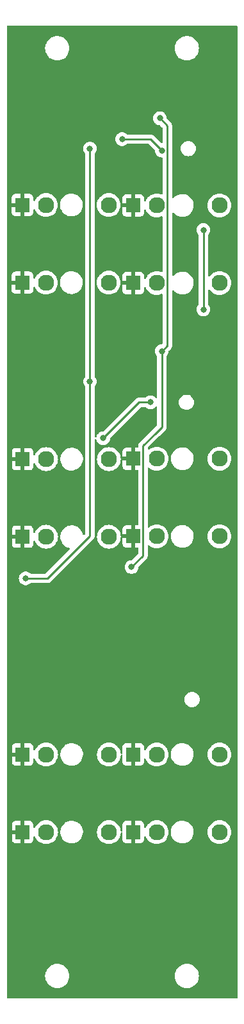
<source format=gbr>
%TF.GenerationSoftware,KiCad,Pcbnew,(7.0.0)*%
%TF.CreationDate,2023-03-06T17:55:23-08:00*%
%TF.ProjectId,my active mult,6d792061-6374-4697-9665-206d756c742e,rev?*%
%TF.SameCoordinates,Original*%
%TF.FileFunction,Copper,L2,Bot*%
%TF.FilePolarity,Positive*%
%FSLAX46Y46*%
G04 Gerber Fmt 4.6, Leading zero omitted, Abs format (unit mm)*
G04 Created by KiCad (PCBNEW (7.0.0)) date 2023-03-06 17:55:23*
%MOMM*%
%LPD*%
G01*
G04 APERTURE LIST*
%TA.AperFunction,ComponentPad*%
%ADD10R,1.830000X1.930000*%
%TD*%
%TA.AperFunction,ComponentPad*%
%ADD11C,2.130000*%
%TD*%
%TA.AperFunction,ViaPad*%
%ADD12C,0.800000*%
%TD*%
%TA.AperFunction,Conductor*%
%ADD13C,0.250000*%
%TD*%
G04 APERTURE END LIST*
D10*
%TO.P,J3,S*%
%TO.N,GND*%
X36719999Y-53999999D03*
D11*
%TO.P,J3,T*%
%TO.N,Net-(J3-PadT)*%
X48120000Y-54000000D03*
%TO.P,J3,TN*%
%TO.N,unconnected-(J3-PadTN)*%
X39820000Y-54000000D03*
%TD*%
%TO.P,J13,TN*%
%TO.N,unconnected-(J13-PadTN)*%
X25200000Y-126500000D03*
%TO.P,J13,T*%
%TO.N,Net-(J13-PadT)*%
X33500000Y-126500000D03*
D10*
%TO.P,J13,S*%
%TO.N,GND*%
X22099999Y-126499999D03*
%TD*%
D11*
%TO.P,J12,TN*%
%TO.N,unconnected-(J12-PadTN)*%
X25200000Y-116250000D03*
%TO.P,J12,T*%
%TO.N,Net-(J12-PadT)*%
X33500000Y-116250000D03*
D10*
%TO.P,J12,S*%
%TO.N,GND*%
X22099999Y-116249999D03*
%TD*%
D11*
%TO.P,J11,TN*%
%TO.N,unconnected-(J11-PadTN)*%
X39820000Y-126500000D03*
%TO.P,J11,T*%
%TO.N,Net-(J11-PadT)*%
X48120000Y-126500000D03*
D10*
%TO.P,J11,S*%
%TO.N,GND*%
X36719999Y-126499999D03*
%TD*%
D11*
%TO.P,J10,TN*%
%TO.N,unconnected-(J10-PadTN)*%
X39820000Y-116250000D03*
%TO.P,J10,T*%
%TO.N,Net-(U2A-+)*%
X48120000Y-116250000D03*
D10*
%TO.P,J10,S*%
%TO.N,GND*%
X36719999Y-116249999D03*
%TD*%
D11*
%TO.P,J9,TN*%
%TO.N,unconnected-(J9-PadTN)*%
X25200000Y-87500000D03*
%TO.P,J9,T*%
%TO.N,Net-(J9-PadT)*%
X33500000Y-87500000D03*
D10*
%TO.P,J9,S*%
%TO.N,GND*%
X22099999Y-87499999D03*
%TD*%
D11*
%TO.P,J8,TN*%
%TO.N,unconnected-(J8-PadTN)*%
X25200000Y-77250000D03*
%TO.P,J8,T*%
%TO.N,Net-(J8-PadT)*%
X33500000Y-77250000D03*
D10*
%TO.P,J8,S*%
%TO.N,GND*%
X22099999Y-77249999D03*
%TD*%
D11*
%TO.P,J7,TN*%
%TO.N,unconnected-(J7-PadTN)*%
X39830000Y-87450000D03*
%TO.P,J7,T*%
%TO.N,Net-(J7-PadT)*%
X48130000Y-87450000D03*
D10*
%TO.P,J7,S*%
%TO.N,GND*%
X36729999Y-87449999D03*
%TD*%
D11*
%TO.P,J6,TN*%
%TO.N,unconnected-(J6-PadTN)*%
X39830000Y-77200000D03*
%TO.P,J6,T*%
%TO.N,Net-(U1B-+)*%
X48130000Y-77200000D03*
D10*
%TO.P,J6,S*%
%TO.N,GND*%
X36729999Y-77199999D03*
%TD*%
D11*
%TO.P,J5,TN*%
%TO.N,unconnected-(J5-PadTN)*%
X25170000Y-53950000D03*
%TO.P,J5,T*%
%TO.N,Net-(J5-PadT)*%
X33470000Y-53950000D03*
D10*
%TO.P,J5,S*%
%TO.N,GND*%
X22069999Y-53949999D03*
%TD*%
D11*
%TO.P,J4,TN*%
%TO.N,unconnected-(J4-PadTN)*%
X25170000Y-43700000D03*
%TO.P,J4,T*%
%TO.N,Net-(J4-PadT)*%
X33470000Y-43700000D03*
D10*
%TO.P,J4,S*%
%TO.N,GND*%
X22069999Y-43699999D03*
%TD*%
D11*
%TO.P,J2,TN*%
%TO.N,unconnected-(J2-PadTN)*%
X39820000Y-43750000D03*
%TO.P,J2,T*%
%TO.N,Net-(U1A-+)*%
X48120000Y-43750000D03*
D10*
%TO.P,J2,S*%
%TO.N,GND*%
X36719999Y-43749999D03*
%TD*%
D12*
%TO.N,Net-(D2-A)*%
X46000000Y-47000000D03*
X46000000Y-57500000D03*
X32750000Y-74500000D03*
X39000000Y-69750000D03*
%TO.N,+12V*%
X40250000Y-32250000D03*
X40500000Y-63000000D03*
X36500000Y-91500000D03*
%TO.N,-12V*%
X31000000Y-36250000D03*
X31000000Y-67000000D03*
X22500000Y-93000000D03*
%TO.N,Net-(U1A-+)*%
X35250000Y-35000000D03*
X40500000Y-36500000D03*
%TD*%
D13*
%TO.N,Net-(D2-A)*%
X46000000Y-57500000D02*
X46000000Y-47000000D01*
X37500000Y-69750000D02*
X32750000Y-74500000D01*
X39000000Y-69750000D02*
X37500000Y-69750000D01*
%TO.N,+12V*%
X41225000Y-33225000D02*
X40250000Y-32250000D01*
X41225000Y-62275000D02*
X41225000Y-33225000D01*
X40500000Y-63000000D02*
X41225000Y-62275000D01*
X40500000Y-73000000D02*
X40500000Y-63000000D01*
X38000000Y-90000000D02*
X38000000Y-75500000D01*
X38000000Y-75500000D02*
X39750000Y-73750000D01*
X39750000Y-73750000D02*
X40500000Y-73000000D01*
X36500000Y-91500000D02*
X38000000Y-90000000D01*
%TO.N,-12V*%
X31000000Y-67000000D02*
X31000000Y-36250000D01*
X31000000Y-87378513D02*
X31000000Y-67000000D01*
X25378513Y-93000000D02*
X31000000Y-87378513D01*
X22500000Y-93000000D02*
X25378513Y-93000000D01*
%TO.N,Net-(U1A-+)*%
X39000000Y-35000000D02*
X40500000Y-36500000D01*
X35250000Y-35000000D02*
X39000000Y-35000000D01*
%TD*%
%TA.AperFunction,Conductor*%
%TO.N,GND*%
G36*
X50417500Y-20017113D02*
G01*
X50462887Y-20062500D01*
X50479500Y-20124500D01*
X50479500Y-148375500D01*
X50462887Y-148437500D01*
X50417500Y-148482887D01*
X50355500Y-148499500D01*
X20124500Y-148499500D01*
X20062500Y-148482887D01*
X20017113Y-148437500D01*
X20000500Y-148375500D01*
X20000500Y-145500000D01*
X25074551Y-145500000D01*
X25094317Y-145751148D01*
X25095452Y-145755877D01*
X25095453Y-145755881D01*
X25151989Y-145991374D01*
X25151991Y-145991382D01*
X25153127Y-145996111D01*
X25249534Y-146228859D01*
X25252081Y-146233016D01*
X25252082Y-146233017D01*
X25378617Y-146439504D01*
X25378622Y-146439511D01*
X25381164Y-146443659D01*
X25384324Y-146447358D01*
X25384327Y-146447363D01*
X25534845Y-146623596D01*
X25544776Y-146635224D01*
X25548476Y-146638384D01*
X25730705Y-146794023D01*
X25736341Y-146798836D01*
X25740491Y-146801379D01*
X25740495Y-146801382D01*
X25852300Y-146869896D01*
X25951141Y-146930466D01*
X26183889Y-147026873D01*
X26428852Y-147085683D01*
X26680000Y-147105449D01*
X26931148Y-147085683D01*
X27176111Y-147026873D01*
X27408859Y-146930466D01*
X27623659Y-146798836D01*
X27815224Y-146635224D01*
X27978836Y-146443659D01*
X28110466Y-146228859D01*
X28206873Y-145996111D01*
X28265683Y-145751148D01*
X28285449Y-145500000D01*
X42194551Y-145500000D01*
X42214317Y-145751148D01*
X42215452Y-145755877D01*
X42215453Y-145755881D01*
X42271989Y-145991374D01*
X42271991Y-145991382D01*
X42273127Y-145996111D01*
X42369534Y-146228859D01*
X42372081Y-146233016D01*
X42372082Y-146233017D01*
X42498617Y-146439504D01*
X42498622Y-146439511D01*
X42501164Y-146443659D01*
X42504324Y-146447358D01*
X42504327Y-146447363D01*
X42654845Y-146623596D01*
X42664776Y-146635224D01*
X42668476Y-146638384D01*
X42850705Y-146794023D01*
X42856341Y-146798836D01*
X42860491Y-146801379D01*
X42860495Y-146801382D01*
X42972300Y-146869896D01*
X43071141Y-146930466D01*
X43303889Y-147026873D01*
X43548852Y-147085683D01*
X43800000Y-147105449D01*
X44051148Y-147085683D01*
X44296111Y-147026873D01*
X44528859Y-146930466D01*
X44743659Y-146798836D01*
X44935224Y-146635224D01*
X45098836Y-146443659D01*
X45230466Y-146228859D01*
X45326873Y-145996111D01*
X45385683Y-145751148D01*
X45405449Y-145500000D01*
X45385683Y-145248852D01*
X45326873Y-145003889D01*
X45230466Y-144771141D01*
X45098836Y-144556341D01*
X44935224Y-144364776D01*
X44931523Y-144361615D01*
X44747363Y-144204327D01*
X44747358Y-144204324D01*
X44743659Y-144201164D01*
X44739511Y-144198622D01*
X44739504Y-144198617D01*
X44533017Y-144072082D01*
X44533016Y-144072081D01*
X44528859Y-144069534D01*
X44296111Y-143973127D01*
X44291382Y-143971991D01*
X44291374Y-143971989D01*
X44055881Y-143915453D01*
X44055877Y-143915452D01*
X44051148Y-143914317D01*
X44046295Y-143913935D01*
X43804854Y-143894933D01*
X43800000Y-143894551D01*
X43795146Y-143894933D01*
X43553704Y-143913935D01*
X43553702Y-143913935D01*
X43548852Y-143914317D01*
X43544124Y-143915451D01*
X43544118Y-143915453D01*
X43308625Y-143971989D01*
X43308613Y-143971992D01*
X43303889Y-143973127D01*
X43299392Y-143974989D01*
X43299388Y-143974991D01*
X43075645Y-144067668D01*
X43075640Y-144067670D01*
X43071141Y-144069534D01*
X43066988Y-144072078D01*
X43066982Y-144072082D01*
X42860495Y-144198617D01*
X42860482Y-144198626D01*
X42856341Y-144201164D01*
X42852646Y-144204319D01*
X42852636Y-144204327D01*
X42668476Y-144361615D01*
X42668469Y-144361621D01*
X42664776Y-144364776D01*
X42661621Y-144368469D01*
X42661615Y-144368476D01*
X42504327Y-144552636D01*
X42504319Y-144552646D01*
X42501164Y-144556341D01*
X42498626Y-144560482D01*
X42498617Y-144560495D01*
X42372082Y-144766982D01*
X42372078Y-144766988D01*
X42369534Y-144771141D01*
X42367670Y-144775640D01*
X42367668Y-144775645D01*
X42274991Y-144999388D01*
X42273127Y-145003889D01*
X42271992Y-145008613D01*
X42271989Y-145008625D01*
X42215453Y-145244118D01*
X42215451Y-145244124D01*
X42214317Y-145248852D01*
X42194551Y-145500000D01*
X28285449Y-145500000D01*
X28265683Y-145248852D01*
X28206873Y-145003889D01*
X28110466Y-144771141D01*
X27978836Y-144556341D01*
X27815224Y-144364776D01*
X27811523Y-144361615D01*
X27627363Y-144204327D01*
X27627358Y-144204324D01*
X27623659Y-144201164D01*
X27619511Y-144198622D01*
X27619504Y-144198617D01*
X27413017Y-144072082D01*
X27413016Y-144072081D01*
X27408859Y-144069534D01*
X27176111Y-143973127D01*
X27171382Y-143971991D01*
X27171374Y-143971989D01*
X26935881Y-143915453D01*
X26935877Y-143915452D01*
X26931148Y-143914317D01*
X26926295Y-143913935D01*
X26684854Y-143894933D01*
X26680000Y-143894551D01*
X26675146Y-143894933D01*
X26433704Y-143913935D01*
X26433702Y-143913935D01*
X26428852Y-143914317D01*
X26424124Y-143915451D01*
X26424118Y-143915453D01*
X26188625Y-143971989D01*
X26188613Y-143971992D01*
X26183889Y-143973127D01*
X26179392Y-143974989D01*
X26179388Y-143974991D01*
X25955645Y-144067668D01*
X25955640Y-144067670D01*
X25951141Y-144069534D01*
X25946988Y-144072078D01*
X25946982Y-144072082D01*
X25740495Y-144198617D01*
X25740482Y-144198626D01*
X25736341Y-144201164D01*
X25732646Y-144204319D01*
X25732636Y-144204327D01*
X25548476Y-144361615D01*
X25548469Y-144361621D01*
X25544776Y-144364776D01*
X25541621Y-144368469D01*
X25541615Y-144368476D01*
X25384327Y-144552636D01*
X25384319Y-144552646D01*
X25381164Y-144556341D01*
X25378626Y-144560482D01*
X25378617Y-144560495D01*
X25252082Y-144766982D01*
X25252078Y-144766988D01*
X25249534Y-144771141D01*
X25247670Y-144775640D01*
X25247668Y-144775645D01*
X25154991Y-144999388D01*
X25153127Y-145003889D01*
X25151992Y-145008613D01*
X25151989Y-145008625D01*
X25095453Y-145244118D01*
X25095451Y-145244124D01*
X25094317Y-145248852D01*
X25074551Y-145500000D01*
X20000500Y-145500000D01*
X20000500Y-138000000D01*
X21499459Y-138000000D01*
X21499617Y-138000383D01*
X21499901Y-138000500D01*
X24487944Y-138000500D01*
X24500099Y-138000500D01*
X24500383Y-138000383D01*
X24500541Y-138000000D01*
X26499459Y-138000000D01*
X26499617Y-138000383D01*
X26499901Y-138000500D01*
X29487944Y-138000500D01*
X29500099Y-138000500D01*
X29500383Y-138000383D01*
X29500541Y-138000000D01*
X31499459Y-138000000D01*
X31499617Y-138000383D01*
X31499901Y-138000500D01*
X34487944Y-138000500D01*
X34500099Y-138000500D01*
X34500383Y-138000383D01*
X34500541Y-138000000D01*
X36499459Y-138000000D01*
X36499617Y-138000383D01*
X36499901Y-138000500D01*
X39487944Y-138000500D01*
X39500099Y-138000500D01*
X39500383Y-138000383D01*
X39500541Y-138000000D01*
X41499459Y-138000000D01*
X41499617Y-138000383D01*
X41499901Y-138000500D01*
X44487944Y-138000500D01*
X44500099Y-138000500D01*
X44500383Y-138000383D01*
X44500541Y-138000000D01*
X46499459Y-138000000D01*
X46499617Y-138000383D01*
X46499901Y-138000500D01*
X49487944Y-138000500D01*
X49500099Y-138000500D01*
X49500383Y-138000383D01*
X49500541Y-138000000D01*
X49500383Y-137999617D01*
X49500099Y-137999500D01*
X46499901Y-137999500D01*
X46499617Y-137999617D01*
X46499459Y-138000000D01*
X44500541Y-138000000D01*
X44500383Y-137999617D01*
X44500099Y-137999500D01*
X41499901Y-137999500D01*
X41499617Y-137999617D01*
X41499459Y-138000000D01*
X39500541Y-138000000D01*
X39500383Y-137999617D01*
X39500099Y-137999500D01*
X36499901Y-137999500D01*
X36499617Y-137999617D01*
X36499459Y-138000000D01*
X34500541Y-138000000D01*
X34500383Y-137999617D01*
X34500099Y-137999500D01*
X31499901Y-137999500D01*
X31499617Y-137999617D01*
X31499459Y-138000000D01*
X29500541Y-138000000D01*
X29500383Y-137999617D01*
X29500099Y-137999500D01*
X26499901Y-137999500D01*
X26499617Y-137999617D01*
X26499459Y-138000000D01*
X24500541Y-138000000D01*
X24500383Y-137999617D01*
X24500099Y-137999500D01*
X21499901Y-137999500D01*
X21499617Y-137999617D01*
X21499459Y-138000000D01*
X20000500Y-138000000D01*
X20000500Y-127509518D01*
X20685000Y-127509518D01*
X20685353Y-127516114D01*
X20690573Y-127564667D01*
X20694111Y-127579641D01*
X20738547Y-127698777D01*
X20746962Y-127714189D01*
X20822498Y-127815092D01*
X20834907Y-127827501D01*
X20935810Y-127903037D01*
X20951222Y-127911452D01*
X21070358Y-127955888D01*
X21085332Y-127959426D01*
X21133885Y-127964646D01*
X21140482Y-127965000D01*
X21833674Y-127965000D01*
X21846549Y-127961549D01*
X21850000Y-127948674D01*
X22350000Y-127948674D01*
X22353450Y-127961549D01*
X22366326Y-127965000D01*
X23059518Y-127965000D01*
X23066114Y-127964646D01*
X23114667Y-127959426D01*
X23129641Y-127955888D01*
X23248777Y-127911452D01*
X23264189Y-127903037D01*
X23365092Y-127827501D01*
X23377501Y-127815092D01*
X23453037Y-127714189D01*
X23461452Y-127698777D01*
X23505888Y-127579641D01*
X23509426Y-127564667D01*
X23514646Y-127516114D01*
X23515000Y-127509518D01*
X23515000Y-127146289D01*
X23533273Y-127081499D01*
X23582705Y-127035804D01*
X23648729Y-127022671D01*
X23711885Y-127045971D01*
X23753560Y-127098835D01*
X23800816Y-127212920D01*
X23929567Y-127423023D01*
X23932731Y-127426728D01*
X23932735Y-127426733D01*
X24009074Y-127516114D01*
X24089601Y-127610399D01*
X24093308Y-127613565D01*
X24273266Y-127767264D01*
X24273269Y-127767266D01*
X24276977Y-127770433D01*
X24487080Y-127899184D01*
X24714738Y-127993483D01*
X24954345Y-128051007D01*
X25200000Y-128070341D01*
X25445655Y-128051007D01*
X25685262Y-127993483D01*
X25912920Y-127899184D01*
X26123023Y-127770433D01*
X26310399Y-127610399D01*
X26470433Y-127423023D01*
X26599184Y-127212920D01*
X26693483Y-126985262D01*
X26751007Y-126745655D01*
X26770341Y-126500000D01*
X26762078Y-126395007D01*
X27078525Y-126395007D01*
X27078587Y-126400094D01*
X27078587Y-126400097D01*
X27081476Y-126636561D01*
X27081476Y-126636571D01*
X27081539Y-126641646D01*
X27082430Y-126646651D01*
X27082431Y-126646656D01*
X27123900Y-126879468D01*
X27123902Y-126879478D01*
X27124794Y-126884482D01*
X27126494Y-126889282D01*
X27205430Y-127112190D01*
X27205432Y-127112195D01*
X27207131Y-127116992D01*
X27209590Y-127121446D01*
X27291980Y-127270697D01*
X27326336Y-127332932D01*
X27479210Y-127526504D01*
X27482965Y-127529920D01*
X27482968Y-127529924D01*
X27614047Y-127649197D01*
X27661645Y-127692508D01*
X27695159Y-127714189D01*
X27851131Y-127815092D01*
X27868744Y-127826486D01*
X28094945Y-127924841D01*
X28334171Y-127984930D01*
X28580000Y-128005141D01*
X28653526Y-128003344D01*
X28898074Y-127971149D01*
X29134079Y-127899445D01*
X29355205Y-127790158D01*
X29555512Y-127646223D01*
X29729621Y-127471505D01*
X29872856Y-127270697D01*
X29981370Y-127049191D01*
X30052250Y-126812936D01*
X30083592Y-126568278D01*
X30081088Y-126500000D01*
X31929659Y-126500000D01*
X31948993Y-126745655D01*
X31950128Y-126750384D01*
X31950129Y-126750388D01*
X32005379Y-126980525D01*
X32005381Y-126980533D01*
X32006517Y-126985262D01*
X32100816Y-127212920D01*
X32229567Y-127423023D01*
X32232731Y-127426728D01*
X32232735Y-127426733D01*
X32309074Y-127516114D01*
X32389601Y-127610399D01*
X32393308Y-127613565D01*
X32573266Y-127767264D01*
X32573269Y-127767266D01*
X32576977Y-127770433D01*
X32787080Y-127899184D01*
X33014738Y-127993483D01*
X33254345Y-128051007D01*
X33500000Y-128070341D01*
X33745655Y-128051007D01*
X33985262Y-127993483D01*
X34212920Y-127899184D01*
X34423023Y-127770433D01*
X34610399Y-127610399D01*
X34770433Y-127423023D01*
X34899184Y-127212920D01*
X34993483Y-126985262D01*
X35051007Y-126745655D01*
X35057382Y-126664654D01*
X35077898Y-126605493D01*
X35124705Y-126563899D01*
X35185868Y-126550480D01*
X35245790Y-126568657D01*
X35289190Y-126613795D01*
X35305000Y-126674384D01*
X35305000Y-127509518D01*
X35305353Y-127516114D01*
X35310573Y-127564667D01*
X35314111Y-127579641D01*
X35358547Y-127698777D01*
X35366962Y-127714189D01*
X35442498Y-127815092D01*
X35454907Y-127827501D01*
X35555810Y-127903037D01*
X35571222Y-127911452D01*
X35690358Y-127955888D01*
X35705332Y-127959426D01*
X35753885Y-127964646D01*
X35760482Y-127965000D01*
X36453674Y-127965000D01*
X36466549Y-127961549D01*
X36470000Y-127948674D01*
X36970000Y-127948674D01*
X36973450Y-127961549D01*
X36986326Y-127965000D01*
X37679518Y-127965000D01*
X37686114Y-127964646D01*
X37734667Y-127959426D01*
X37749641Y-127955888D01*
X37868777Y-127911452D01*
X37884189Y-127903037D01*
X37985092Y-127827501D01*
X37997501Y-127815092D01*
X38073037Y-127714189D01*
X38081452Y-127698777D01*
X38125888Y-127579641D01*
X38129426Y-127564667D01*
X38134646Y-127516114D01*
X38135000Y-127509518D01*
X38135000Y-127146289D01*
X38153273Y-127081499D01*
X38202705Y-127035804D01*
X38268729Y-127022671D01*
X38331885Y-127045971D01*
X38373560Y-127098835D01*
X38420816Y-127212920D01*
X38549567Y-127423023D01*
X38552731Y-127426728D01*
X38552735Y-127426733D01*
X38629074Y-127516114D01*
X38709601Y-127610399D01*
X38713308Y-127613565D01*
X38893266Y-127767264D01*
X38893269Y-127767266D01*
X38896977Y-127770433D01*
X39107080Y-127899184D01*
X39334738Y-127993483D01*
X39574345Y-128051007D01*
X39820000Y-128070341D01*
X40065655Y-128051007D01*
X40305262Y-127993483D01*
X40532920Y-127899184D01*
X40743023Y-127770433D01*
X40930399Y-127610399D01*
X41090433Y-127423023D01*
X41219184Y-127212920D01*
X41313483Y-126985262D01*
X41371007Y-126745655D01*
X41390341Y-126500000D01*
X41382078Y-126395007D01*
X41698525Y-126395007D01*
X41698587Y-126400094D01*
X41698587Y-126400097D01*
X41701476Y-126636561D01*
X41701476Y-126636571D01*
X41701539Y-126641646D01*
X41702430Y-126646651D01*
X41702431Y-126646656D01*
X41743900Y-126879468D01*
X41743902Y-126879478D01*
X41744794Y-126884482D01*
X41746494Y-126889282D01*
X41825430Y-127112190D01*
X41825432Y-127112195D01*
X41827131Y-127116992D01*
X41829590Y-127121446D01*
X41911980Y-127270697D01*
X41946336Y-127332932D01*
X42099210Y-127526504D01*
X42102965Y-127529920D01*
X42102968Y-127529924D01*
X42234047Y-127649197D01*
X42281645Y-127692508D01*
X42315159Y-127714189D01*
X42471131Y-127815092D01*
X42488744Y-127826486D01*
X42714945Y-127924841D01*
X42954171Y-127984930D01*
X43200000Y-128005141D01*
X43273526Y-128003344D01*
X43518074Y-127971149D01*
X43754079Y-127899445D01*
X43975205Y-127790158D01*
X44175512Y-127646223D01*
X44349621Y-127471505D01*
X44492856Y-127270697D01*
X44601370Y-127049191D01*
X44672250Y-126812936D01*
X44703592Y-126568278D01*
X44701088Y-126500000D01*
X46549659Y-126500000D01*
X46568993Y-126745655D01*
X46570128Y-126750384D01*
X46570129Y-126750388D01*
X46625379Y-126980525D01*
X46625381Y-126980533D01*
X46626517Y-126985262D01*
X46720816Y-127212920D01*
X46849567Y-127423023D01*
X46852731Y-127426728D01*
X46852735Y-127426733D01*
X46929074Y-127516114D01*
X47009601Y-127610399D01*
X47013308Y-127613565D01*
X47193266Y-127767264D01*
X47193269Y-127767266D01*
X47196977Y-127770433D01*
X47407080Y-127899184D01*
X47634738Y-127993483D01*
X47874345Y-128051007D01*
X48120000Y-128070341D01*
X48365655Y-128051007D01*
X48605262Y-127993483D01*
X48832920Y-127899184D01*
X49043023Y-127770433D01*
X49230399Y-127610399D01*
X49390433Y-127423023D01*
X49519184Y-127212920D01*
X49613483Y-126985262D01*
X49671007Y-126745655D01*
X49690341Y-126500000D01*
X49671007Y-126254345D01*
X49613483Y-126014738D01*
X49519184Y-125787080D01*
X49390433Y-125576977D01*
X49316559Y-125490482D01*
X49233565Y-125393308D01*
X49230399Y-125389601D01*
X49160950Y-125330286D01*
X49046733Y-125232735D01*
X49046728Y-125232731D01*
X49043023Y-125229567D01*
X48832920Y-125100816D01*
X48605262Y-125006517D01*
X48600533Y-125005381D01*
X48600525Y-125005379D01*
X48370388Y-124950129D01*
X48370384Y-124950128D01*
X48365655Y-124948993D01*
X48360802Y-124948611D01*
X48124854Y-124930041D01*
X48120000Y-124929659D01*
X48115146Y-124930041D01*
X47879197Y-124948611D01*
X47879195Y-124948611D01*
X47874345Y-124948993D01*
X47869617Y-124950127D01*
X47869611Y-124950129D01*
X47639474Y-125005379D01*
X47639462Y-125005382D01*
X47634738Y-125006517D01*
X47630241Y-125008379D01*
X47630237Y-125008381D01*
X47411584Y-125098950D01*
X47411579Y-125098952D01*
X47407080Y-125100816D01*
X47402927Y-125103360D01*
X47402921Y-125103364D01*
X47201134Y-125227019D01*
X47201128Y-125227022D01*
X47196977Y-125229567D01*
X47193277Y-125232726D01*
X47193266Y-125232735D01*
X47013308Y-125386434D01*
X47013301Y-125386440D01*
X47009601Y-125389601D01*
X47006440Y-125393301D01*
X47006434Y-125393308D01*
X46852735Y-125573266D01*
X46852726Y-125573277D01*
X46849567Y-125576977D01*
X46847022Y-125581128D01*
X46847019Y-125581134D01*
X46723364Y-125782921D01*
X46723360Y-125782927D01*
X46720816Y-125787080D01*
X46718952Y-125791579D01*
X46718950Y-125791584D01*
X46651663Y-125954029D01*
X46626517Y-126014738D01*
X46625382Y-126019462D01*
X46625379Y-126019474D01*
X46570129Y-126249611D01*
X46570127Y-126249617D01*
X46568993Y-126254345D01*
X46549659Y-126500000D01*
X44701088Y-126500000D01*
X44694553Y-126321785D01*
X44645377Y-126080079D01*
X44557385Y-125849650D01*
X44432939Y-125636687D01*
X44275382Y-125446908D01*
X44140750Y-125330286D01*
X44092793Y-125288744D01*
X44092791Y-125288742D01*
X44088945Y-125285411D01*
X43924938Y-125184907D01*
X43882977Y-125159193D01*
X43882973Y-125159191D01*
X43878634Y-125156532D01*
X43873923Y-125154619D01*
X43873917Y-125154616D01*
X43654809Y-125065646D01*
X43654803Y-125065644D01*
X43650099Y-125063734D01*
X43645134Y-125062615D01*
X43414439Y-125010625D01*
X43414430Y-125010623D01*
X43409475Y-125009507D01*
X43404394Y-125009214D01*
X43168307Y-124995601D01*
X43163226Y-124995308D01*
X43158175Y-124995847D01*
X43158166Y-124995848D01*
X42923020Y-125020978D01*
X42923010Y-125020979D01*
X42917965Y-125021519D01*
X42913066Y-125022877D01*
X42913064Y-125022878D01*
X42685183Y-125086075D01*
X42685175Y-125086077D01*
X42680278Y-125087436D01*
X42675667Y-125089576D01*
X42675657Y-125089580D01*
X42461165Y-125189144D01*
X42461156Y-125189148D01*
X42456548Y-125191288D01*
X42452355Y-125194147D01*
X42452343Y-125194155D01*
X42313682Y-125288744D01*
X42252784Y-125330286D01*
X42249112Y-125333794D01*
X42249107Y-125333799D01*
X42078138Y-125497179D01*
X42078130Y-125497187D01*
X42074458Y-125500697D01*
X42071408Y-125504758D01*
X42071401Y-125504767D01*
X41929415Y-125693876D01*
X41929410Y-125693882D01*
X41926360Y-125697946D01*
X41924012Y-125702455D01*
X41924009Y-125702461D01*
X41814815Y-125912220D01*
X41814811Y-125912228D01*
X41812466Y-125916734D01*
X41810888Y-125921561D01*
X41810885Y-125921569D01*
X41737416Y-126146348D01*
X41737414Y-126146355D01*
X41735835Y-126151187D01*
X41735065Y-126156212D01*
X41735064Y-126156221D01*
X41699295Y-126389971D01*
X41699294Y-126389978D01*
X41698525Y-126395007D01*
X41382078Y-126395007D01*
X41371007Y-126254345D01*
X41313483Y-126014738D01*
X41219184Y-125787080D01*
X41090433Y-125576977D01*
X41016559Y-125490482D01*
X40933565Y-125393308D01*
X40930399Y-125389601D01*
X40860950Y-125330286D01*
X40746733Y-125232735D01*
X40746728Y-125232731D01*
X40743023Y-125229567D01*
X40532920Y-125100816D01*
X40305262Y-125006517D01*
X40300533Y-125005381D01*
X40300525Y-125005379D01*
X40070388Y-124950129D01*
X40070384Y-124950128D01*
X40065655Y-124948993D01*
X40060802Y-124948611D01*
X39824854Y-124930041D01*
X39820000Y-124929659D01*
X39815146Y-124930041D01*
X39579197Y-124948611D01*
X39579195Y-124948611D01*
X39574345Y-124948993D01*
X39569617Y-124950127D01*
X39569611Y-124950129D01*
X39339474Y-125005379D01*
X39339462Y-125005382D01*
X39334738Y-125006517D01*
X39330241Y-125008379D01*
X39330237Y-125008381D01*
X39111584Y-125098950D01*
X39111579Y-125098952D01*
X39107080Y-125100816D01*
X39102927Y-125103360D01*
X39102921Y-125103364D01*
X38901134Y-125227019D01*
X38901128Y-125227022D01*
X38896977Y-125229567D01*
X38893277Y-125232726D01*
X38893266Y-125232735D01*
X38713308Y-125386434D01*
X38713301Y-125386440D01*
X38709601Y-125389601D01*
X38706440Y-125393301D01*
X38706434Y-125393308D01*
X38552735Y-125573266D01*
X38552726Y-125573277D01*
X38549567Y-125576977D01*
X38547022Y-125581128D01*
X38547019Y-125581134D01*
X38423364Y-125782921D01*
X38423360Y-125782927D01*
X38420816Y-125787080D01*
X38418952Y-125791579D01*
X38418950Y-125791584D01*
X38373561Y-125901164D01*
X38331885Y-125954029D01*
X38268729Y-125977329D01*
X38202705Y-125964196D01*
X38153273Y-125918501D01*
X38135000Y-125853711D01*
X38135000Y-125490482D01*
X38134646Y-125483885D01*
X38129426Y-125435332D01*
X38125888Y-125420358D01*
X38081452Y-125301222D01*
X38073037Y-125285810D01*
X37997501Y-125184907D01*
X37985092Y-125172498D01*
X37884189Y-125096962D01*
X37868777Y-125088547D01*
X37749641Y-125044111D01*
X37734667Y-125040573D01*
X37686114Y-125035353D01*
X37679518Y-125035000D01*
X36986326Y-125035000D01*
X36973450Y-125038450D01*
X36970000Y-125051326D01*
X36970000Y-127948674D01*
X36470000Y-127948674D01*
X36470000Y-125051326D01*
X36466549Y-125038450D01*
X36453674Y-125035000D01*
X35760482Y-125035000D01*
X35753885Y-125035353D01*
X35705332Y-125040573D01*
X35690358Y-125044111D01*
X35571222Y-125088547D01*
X35555810Y-125096962D01*
X35454907Y-125172498D01*
X35442498Y-125184907D01*
X35366962Y-125285810D01*
X35358547Y-125301222D01*
X35314111Y-125420358D01*
X35310573Y-125435332D01*
X35305353Y-125483885D01*
X35305000Y-125490482D01*
X35305000Y-126325616D01*
X35289190Y-126386205D01*
X35245790Y-126431343D01*
X35185868Y-126449520D01*
X35124705Y-126436101D01*
X35077898Y-126394507D01*
X35057382Y-126335345D01*
X35055922Y-126316799D01*
X35051007Y-126254345D01*
X34993483Y-126014738D01*
X34899184Y-125787080D01*
X34770433Y-125576977D01*
X34696559Y-125490482D01*
X34613565Y-125393308D01*
X34610399Y-125389601D01*
X34540950Y-125330286D01*
X34426733Y-125232735D01*
X34426728Y-125232731D01*
X34423023Y-125229567D01*
X34212920Y-125100816D01*
X33985262Y-125006517D01*
X33980533Y-125005381D01*
X33980525Y-125005379D01*
X33750388Y-124950129D01*
X33750384Y-124950128D01*
X33745655Y-124948993D01*
X33740802Y-124948611D01*
X33504854Y-124930041D01*
X33500000Y-124929659D01*
X33495146Y-124930041D01*
X33259197Y-124948611D01*
X33259195Y-124948611D01*
X33254345Y-124948993D01*
X33249617Y-124950127D01*
X33249611Y-124950129D01*
X33019474Y-125005379D01*
X33019462Y-125005382D01*
X33014738Y-125006517D01*
X33010241Y-125008379D01*
X33010237Y-125008381D01*
X32791584Y-125098950D01*
X32791579Y-125098952D01*
X32787080Y-125100816D01*
X32782927Y-125103360D01*
X32782921Y-125103364D01*
X32581134Y-125227019D01*
X32581128Y-125227022D01*
X32576977Y-125229567D01*
X32573277Y-125232726D01*
X32573266Y-125232735D01*
X32393308Y-125386434D01*
X32393301Y-125386440D01*
X32389601Y-125389601D01*
X32386440Y-125393301D01*
X32386434Y-125393308D01*
X32232735Y-125573266D01*
X32232726Y-125573277D01*
X32229567Y-125576977D01*
X32227022Y-125581128D01*
X32227019Y-125581134D01*
X32103364Y-125782921D01*
X32103360Y-125782927D01*
X32100816Y-125787080D01*
X32098952Y-125791579D01*
X32098950Y-125791584D01*
X32031663Y-125954029D01*
X32006517Y-126014738D01*
X32005382Y-126019462D01*
X32005379Y-126019474D01*
X31950129Y-126249611D01*
X31950127Y-126249617D01*
X31948993Y-126254345D01*
X31929659Y-126500000D01*
X30081088Y-126500000D01*
X30074553Y-126321785D01*
X30025377Y-126080079D01*
X29937385Y-125849650D01*
X29812939Y-125636687D01*
X29655382Y-125446908D01*
X29520750Y-125330286D01*
X29472793Y-125288744D01*
X29472791Y-125288742D01*
X29468945Y-125285411D01*
X29304938Y-125184907D01*
X29262977Y-125159193D01*
X29262973Y-125159191D01*
X29258634Y-125156532D01*
X29253923Y-125154619D01*
X29253917Y-125154616D01*
X29034809Y-125065646D01*
X29034803Y-125065644D01*
X29030099Y-125063734D01*
X29025134Y-125062615D01*
X28794439Y-125010625D01*
X28794430Y-125010623D01*
X28789475Y-125009507D01*
X28784394Y-125009214D01*
X28548307Y-124995601D01*
X28543226Y-124995308D01*
X28538175Y-124995847D01*
X28538166Y-124995848D01*
X28303020Y-125020978D01*
X28303010Y-125020979D01*
X28297965Y-125021519D01*
X28293066Y-125022877D01*
X28293064Y-125022878D01*
X28065183Y-125086075D01*
X28065175Y-125086077D01*
X28060278Y-125087436D01*
X28055667Y-125089576D01*
X28055657Y-125089580D01*
X27841165Y-125189144D01*
X27841156Y-125189148D01*
X27836548Y-125191288D01*
X27832355Y-125194147D01*
X27832343Y-125194155D01*
X27693682Y-125288744D01*
X27632784Y-125330286D01*
X27629112Y-125333794D01*
X27629107Y-125333799D01*
X27458138Y-125497179D01*
X27458130Y-125497187D01*
X27454458Y-125500697D01*
X27451408Y-125504758D01*
X27451401Y-125504767D01*
X27309415Y-125693876D01*
X27309410Y-125693882D01*
X27306360Y-125697946D01*
X27304012Y-125702455D01*
X27304009Y-125702461D01*
X27194815Y-125912220D01*
X27194811Y-125912228D01*
X27192466Y-125916734D01*
X27190888Y-125921561D01*
X27190885Y-125921569D01*
X27117416Y-126146348D01*
X27117414Y-126146355D01*
X27115835Y-126151187D01*
X27115065Y-126156212D01*
X27115064Y-126156221D01*
X27079295Y-126389971D01*
X27079294Y-126389978D01*
X27078525Y-126395007D01*
X26762078Y-126395007D01*
X26751007Y-126254345D01*
X26693483Y-126014738D01*
X26599184Y-125787080D01*
X26470433Y-125576977D01*
X26396559Y-125490482D01*
X26313565Y-125393308D01*
X26310399Y-125389601D01*
X26240950Y-125330286D01*
X26126733Y-125232735D01*
X26126728Y-125232731D01*
X26123023Y-125229567D01*
X25912920Y-125100816D01*
X25685262Y-125006517D01*
X25680533Y-125005381D01*
X25680525Y-125005379D01*
X25450388Y-124950129D01*
X25450384Y-124950128D01*
X25445655Y-124948993D01*
X25440802Y-124948611D01*
X25204854Y-124930041D01*
X25200000Y-124929659D01*
X25195146Y-124930041D01*
X24959197Y-124948611D01*
X24959195Y-124948611D01*
X24954345Y-124948993D01*
X24949617Y-124950127D01*
X24949611Y-124950129D01*
X24719474Y-125005379D01*
X24719462Y-125005382D01*
X24714738Y-125006517D01*
X24710241Y-125008379D01*
X24710237Y-125008381D01*
X24491584Y-125098950D01*
X24491579Y-125098952D01*
X24487080Y-125100816D01*
X24482927Y-125103360D01*
X24482921Y-125103364D01*
X24281134Y-125227019D01*
X24281128Y-125227022D01*
X24276977Y-125229567D01*
X24273277Y-125232726D01*
X24273266Y-125232735D01*
X24093308Y-125386434D01*
X24093301Y-125386440D01*
X24089601Y-125389601D01*
X24086440Y-125393301D01*
X24086434Y-125393308D01*
X23932735Y-125573266D01*
X23932726Y-125573277D01*
X23929567Y-125576977D01*
X23927022Y-125581128D01*
X23927019Y-125581134D01*
X23803364Y-125782921D01*
X23803360Y-125782927D01*
X23800816Y-125787080D01*
X23798952Y-125791579D01*
X23798950Y-125791584D01*
X23753561Y-125901164D01*
X23711885Y-125954029D01*
X23648729Y-125977329D01*
X23582705Y-125964196D01*
X23533273Y-125918501D01*
X23515000Y-125853711D01*
X23515000Y-125490482D01*
X23514646Y-125483885D01*
X23509426Y-125435332D01*
X23505888Y-125420358D01*
X23461452Y-125301222D01*
X23453037Y-125285810D01*
X23377501Y-125184907D01*
X23365092Y-125172498D01*
X23264189Y-125096962D01*
X23248777Y-125088547D01*
X23129641Y-125044111D01*
X23114667Y-125040573D01*
X23066114Y-125035353D01*
X23059518Y-125035000D01*
X22366326Y-125035000D01*
X22353450Y-125038450D01*
X22350000Y-125051326D01*
X22350000Y-127948674D01*
X21850000Y-127948674D01*
X21850000Y-126766326D01*
X21846549Y-126753450D01*
X21833674Y-126750000D01*
X20701326Y-126750000D01*
X20688450Y-126753450D01*
X20685000Y-126766326D01*
X20685000Y-127509518D01*
X20000500Y-127509518D01*
X20000500Y-126233674D01*
X20685000Y-126233674D01*
X20688450Y-126246549D01*
X20701326Y-126250000D01*
X21833674Y-126250000D01*
X21846549Y-126246549D01*
X21850000Y-126233674D01*
X21850000Y-125051326D01*
X21846549Y-125038450D01*
X21833674Y-125035000D01*
X21140482Y-125035000D01*
X21133885Y-125035353D01*
X21085332Y-125040573D01*
X21070358Y-125044111D01*
X20951222Y-125088547D01*
X20935810Y-125096962D01*
X20834907Y-125172498D01*
X20822498Y-125184907D01*
X20746962Y-125285810D01*
X20738547Y-125301222D01*
X20694111Y-125420358D01*
X20690573Y-125435332D01*
X20685353Y-125483885D01*
X20685000Y-125490482D01*
X20685000Y-126233674D01*
X20000500Y-126233674D01*
X20000500Y-117259518D01*
X20685000Y-117259518D01*
X20685353Y-117266114D01*
X20690573Y-117314667D01*
X20694111Y-117329641D01*
X20738547Y-117448777D01*
X20746962Y-117464189D01*
X20822498Y-117565092D01*
X20834907Y-117577501D01*
X20935810Y-117653037D01*
X20951222Y-117661452D01*
X21070358Y-117705888D01*
X21085332Y-117709426D01*
X21133885Y-117714646D01*
X21140482Y-117715000D01*
X21833674Y-117715000D01*
X21846549Y-117711549D01*
X21850000Y-117698674D01*
X22350000Y-117698674D01*
X22353450Y-117711549D01*
X22366326Y-117715000D01*
X23059518Y-117715000D01*
X23066114Y-117714646D01*
X23114667Y-117709426D01*
X23129641Y-117705888D01*
X23248777Y-117661452D01*
X23264189Y-117653037D01*
X23365092Y-117577501D01*
X23377501Y-117565092D01*
X23453037Y-117464189D01*
X23461452Y-117448777D01*
X23505888Y-117329641D01*
X23509426Y-117314667D01*
X23514646Y-117266114D01*
X23515000Y-117259518D01*
X23515000Y-116896289D01*
X23533273Y-116831499D01*
X23582705Y-116785804D01*
X23648729Y-116772671D01*
X23711885Y-116795971D01*
X23753560Y-116848835D01*
X23800816Y-116962920D01*
X23929567Y-117173023D01*
X23932731Y-117176728D01*
X23932735Y-117176733D01*
X24009074Y-117266114D01*
X24089601Y-117360399D01*
X24093308Y-117363565D01*
X24273266Y-117517264D01*
X24273269Y-117517266D01*
X24276977Y-117520433D01*
X24487080Y-117649184D01*
X24714738Y-117743483D01*
X24954345Y-117801007D01*
X25200000Y-117820341D01*
X25445655Y-117801007D01*
X25685262Y-117743483D01*
X25912920Y-117649184D01*
X26123023Y-117520433D01*
X26310399Y-117360399D01*
X26470433Y-117173023D01*
X26599184Y-116962920D01*
X26693483Y-116735262D01*
X26751007Y-116495655D01*
X26770341Y-116250000D01*
X26762078Y-116145007D01*
X27078525Y-116145007D01*
X27078587Y-116150094D01*
X27078587Y-116150097D01*
X27081476Y-116386561D01*
X27081476Y-116386571D01*
X27081539Y-116391646D01*
X27082430Y-116396651D01*
X27082431Y-116396656D01*
X27123900Y-116629468D01*
X27123902Y-116629478D01*
X27124794Y-116634482D01*
X27126494Y-116639282D01*
X27205430Y-116862190D01*
X27205432Y-116862195D01*
X27207131Y-116866992D01*
X27209590Y-116871446D01*
X27291980Y-117020697D01*
X27326336Y-117082932D01*
X27479210Y-117276504D01*
X27482965Y-117279920D01*
X27482968Y-117279924D01*
X27614047Y-117399197D01*
X27661645Y-117442508D01*
X27695159Y-117464189D01*
X27851131Y-117565092D01*
X27868744Y-117576486D01*
X28094945Y-117674841D01*
X28334171Y-117734930D01*
X28580000Y-117755141D01*
X28653526Y-117753344D01*
X28898074Y-117721149D01*
X29134079Y-117649445D01*
X29355205Y-117540158D01*
X29555512Y-117396223D01*
X29729621Y-117221505D01*
X29872856Y-117020697D01*
X29981370Y-116799191D01*
X30052250Y-116562936D01*
X30083592Y-116318278D01*
X30081088Y-116250000D01*
X31929659Y-116250000D01*
X31948993Y-116495655D01*
X31950128Y-116500384D01*
X31950129Y-116500388D01*
X32005379Y-116730525D01*
X32005381Y-116730533D01*
X32006517Y-116735262D01*
X32100816Y-116962920D01*
X32229567Y-117173023D01*
X32232731Y-117176728D01*
X32232735Y-117176733D01*
X32309074Y-117266114D01*
X32389601Y-117360399D01*
X32393308Y-117363565D01*
X32573266Y-117517264D01*
X32573269Y-117517266D01*
X32576977Y-117520433D01*
X32787080Y-117649184D01*
X33014738Y-117743483D01*
X33254345Y-117801007D01*
X33500000Y-117820341D01*
X33745655Y-117801007D01*
X33985262Y-117743483D01*
X34212920Y-117649184D01*
X34423023Y-117520433D01*
X34610399Y-117360399D01*
X34770433Y-117173023D01*
X34899184Y-116962920D01*
X34993483Y-116735262D01*
X35051007Y-116495655D01*
X35057382Y-116414654D01*
X35077898Y-116355493D01*
X35124705Y-116313899D01*
X35185868Y-116300480D01*
X35245790Y-116318657D01*
X35289190Y-116363795D01*
X35305000Y-116424384D01*
X35305000Y-117259518D01*
X35305353Y-117266114D01*
X35310573Y-117314667D01*
X35314111Y-117329641D01*
X35358547Y-117448777D01*
X35366962Y-117464189D01*
X35442498Y-117565092D01*
X35454907Y-117577501D01*
X35555810Y-117653037D01*
X35571222Y-117661452D01*
X35690358Y-117705888D01*
X35705332Y-117709426D01*
X35753885Y-117714646D01*
X35760482Y-117715000D01*
X36453674Y-117715000D01*
X36466549Y-117711549D01*
X36470000Y-117698674D01*
X36970000Y-117698674D01*
X36973450Y-117711549D01*
X36986326Y-117715000D01*
X37679518Y-117715000D01*
X37686114Y-117714646D01*
X37734667Y-117709426D01*
X37749641Y-117705888D01*
X37868777Y-117661452D01*
X37884189Y-117653037D01*
X37985092Y-117577501D01*
X37997501Y-117565092D01*
X38073037Y-117464189D01*
X38081452Y-117448777D01*
X38125888Y-117329641D01*
X38129426Y-117314667D01*
X38134646Y-117266114D01*
X38135000Y-117259518D01*
X38135000Y-116896289D01*
X38153273Y-116831499D01*
X38202705Y-116785804D01*
X38268729Y-116772671D01*
X38331885Y-116795971D01*
X38373560Y-116848835D01*
X38420816Y-116962920D01*
X38549567Y-117173023D01*
X38552731Y-117176728D01*
X38552735Y-117176733D01*
X38629074Y-117266114D01*
X38709601Y-117360399D01*
X38713308Y-117363565D01*
X38893266Y-117517264D01*
X38893269Y-117517266D01*
X38896977Y-117520433D01*
X39107080Y-117649184D01*
X39334738Y-117743483D01*
X39574345Y-117801007D01*
X39820000Y-117820341D01*
X40065655Y-117801007D01*
X40305262Y-117743483D01*
X40532920Y-117649184D01*
X40743023Y-117520433D01*
X40930399Y-117360399D01*
X41090433Y-117173023D01*
X41219184Y-116962920D01*
X41313483Y-116735262D01*
X41371007Y-116495655D01*
X41390341Y-116250000D01*
X41382078Y-116145007D01*
X41698525Y-116145007D01*
X41698587Y-116150094D01*
X41698587Y-116150097D01*
X41701476Y-116386561D01*
X41701476Y-116386571D01*
X41701539Y-116391646D01*
X41702430Y-116396651D01*
X41702431Y-116396656D01*
X41743900Y-116629468D01*
X41743902Y-116629478D01*
X41744794Y-116634482D01*
X41746494Y-116639282D01*
X41825430Y-116862190D01*
X41825432Y-116862195D01*
X41827131Y-116866992D01*
X41829590Y-116871446D01*
X41911980Y-117020697D01*
X41946336Y-117082932D01*
X42099210Y-117276504D01*
X42102965Y-117279920D01*
X42102968Y-117279924D01*
X42234047Y-117399197D01*
X42281645Y-117442508D01*
X42315159Y-117464189D01*
X42471131Y-117565092D01*
X42488744Y-117576486D01*
X42714945Y-117674841D01*
X42954171Y-117734930D01*
X43200000Y-117755141D01*
X43273526Y-117753344D01*
X43518074Y-117721149D01*
X43754079Y-117649445D01*
X43975205Y-117540158D01*
X44175512Y-117396223D01*
X44349621Y-117221505D01*
X44492856Y-117020697D01*
X44601370Y-116799191D01*
X44672250Y-116562936D01*
X44703592Y-116318278D01*
X44701088Y-116250000D01*
X46549659Y-116250000D01*
X46568993Y-116495655D01*
X46570128Y-116500384D01*
X46570129Y-116500388D01*
X46625379Y-116730525D01*
X46625381Y-116730533D01*
X46626517Y-116735262D01*
X46720816Y-116962920D01*
X46849567Y-117173023D01*
X46852731Y-117176728D01*
X46852735Y-117176733D01*
X46929074Y-117266114D01*
X47009601Y-117360399D01*
X47013308Y-117363565D01*
X47193266Y-117517264D01*
X47193269Y-117517266D01*
X47196977Y-117520433D01*
X47407080Y-117649184D01*
X47634738Y-117743483D01*
X47874345Y-117801007D01*
X48120000Y-117820341D01*
X48365655Y-117801007D01*
X48605262Y-117743483D01*
X48832920Y-117649184D01*
X49043023Y-117520433D01*
X49230399Y-117360399D01*
X49390433Y-117173023D01*
X49519184Y-116962920D01*
X49613483Y-116735262D01*
X49671007Y-116495655D01*
X49690341Y-116250000D01*
X49671007Y-116004345D01*
X49613483Y-115764738D01*
X49519184Y-115537080D01*
X49390433Y-115326977D01*
X49316559Y-115240482D01*
X49233565Y-115143308D01*
X49230399Y-115139601D01*
X49160950Y-115080286D01*
X49046733Y-114982735D01*
X49046728Y-114982731D01*
X49043023Y-114979567D01*
X48832920Y-114850816D01*
X48605262Y-114756517D01*
X48600533Y-114755381D01*
X48600525Y-114755379D01*
X48370388Y-114700129D01*
X48370384Y-114700128D01*
X48365655Y-114698993D01*
X48360802Y-114698611D01*
X48124854Y-114680041D01*
X48120000Y-114679659D01*
X48115146Y-114680041D01*
X47879197Y-114698611D01*
X47879195Y-114698611D01*
X47874345Y-114698993D01*
X47869617Y-114700127D01*
X47869611Y-114700129D01*
X47639474Y-114755379D01*
X47639462Y-114755382D01*
X47634738Y-114756517D01*
X47630241Y-114758379D01*
X47630237Y-114758381D01*
X47411584Y-114848950D01*
X47411579Y-114848952D01*
X47407080Y-114850816D01*
X47402927Y-114853360D01*
X47402921Y-114853364D01*
X47201134Y-114977019D01*
X47201128Y-114977022D01*
X47196977Y-114979567D01*
X47193277Y-114982726D01*
X47193266Y-114982735D01*
X47013308Y-115136434D01*
X47013301Y-115136440D01*
X47009601Y-115139601D01*
X47006440Y-115143301D01*
X47006434Y-115143308D01*
X46852735Y-115323266D01*
X46852726Y-115323277D01*
X46849567Y-115326977D01*
X46847022Y-115331128D01*
X46847019Y-115331134D01*
X46723364Y-115532921D01*
X46723360Y-115532927D01*
X46720816Y-115537080D01*
X46718952Y-115541579D01*
X46718950Y-115541584D01*
X46651663Y-115704029D01*
X46626517Y-115764738D01*
X46625382Y-115769462D01*
X46625379Y-115769474D01*
X46570129Y-115999611D01*
X46570127Y-115999617D01*
X46568993Y-116004345D01*
X46549659Y-116250000D01*
X44701088Y-116250000D01*
X44694553Y-116071785D01*
X44645377Y-115830079D01*
X44557385Y-115599650D01*
X44432939Y-115386687D01*
X44275382Y-115196908D01*
X44140750Y-115080286D01*
X44092793Y-115038744D01*
X44092791Y-115038742D01*
X44088945Y-115035411D01*
X43924938Y-114934907D01*
X43882977Y-114909193D01*
X43882973Y-114909191D01*
X43878634Y-114906532D01*
X43873923Y-114904619D01*
X43873917Y-114904616D01*
X43654809Y-114815646D01*
X43654803Y-114815644D01*
X43650099Y-114813734D01*
X43645134Y-114812615D01*
X43414439Y-114760625D01*
X43414430Y-114760623D01*
X43409475Y-114759507D01*
X43404394Y-114759214D01*
X43168307Y-114745601D01*
X43163226Y-114745308D01*
X43158175Y-114745847D01*
X43158166Y-114745848D01*
X42923020Y-114770978D01*
X42923010Y-114770979D01*
X42917965Y-114771519D01*
X42913066Y-114772877D01*
X42913064Y-114772878D01*
X42685183Y-114836075D01*
X42685175Y-114836077D01*
X42680278Y-114837436D01*
X42675667Y-114839576D01*
X42675657Y-114839580D01*
X42461165Y-114939144D01*
X42461156Y-114939148D01*
X42456548Y-114941288D01*
X42452355Y-114944147D01*
X42452343Y-114944155D01*
X42313682Y-115038744D01*
X42252784Y-115080286D01*
X42249112Y-115083794D01*
X42249107Y-115083799D01*
X42078138Y-115247179D01*
X42078130Y-115247187D01*
X42074458Y-115250697D01*
X42071408Y-115254758D01*
X42071401Y-115254767D01*
X41929415Y-115443876D01*
X41929410Y-115443882D01*
X41926360Y-115447946D01*
X41924012Y-115452455D01*
X41924009Y-115452461D01*
X41814815Y-115662220D01*
X41814811Y-115662228D01*
X41812466Y-115666734D01*
X41810888Y-115671561D01*
X41810885Y-115671569D01*
X41737416Y-115896348D01*
X41737414Y-115896355D01*
X41735835Y-115901187D01*
X41735065Y-115906212D01*
X41735064Y-115906221D01*
X41699295Y-116139971D01*
X41699294Y-116139978D01*
X41698525Y-116145007D01*
X41382078Y-116145007D01*
X41371007Y-116004345D01*
X41313483Y-115764738D01*
X41219184Y-115537080D01*
X41090433Y-115326977D01*
X41016559Y-115240482D01*
X40933565Y-115143308D01*
X40930399Y-115139601D01*
X40860950Y-115080286D01*
X40746733Y-114982735D01*
X40746728Y-114982731D01*
X40743023Y-114979567D01*
X40532920Y-114850816D01*
X40305262Y-114756517D01*
X40300533Y-114755381D01*
X40300525Y-114755379D01*
X40070388Y-114700129D01*
X40070384Y-114700128D01*
X40065655Y-114698993D01*
X40060802Y-114698611D01*
X39824854Y-114680041D01*
X39820000Y-114679659D01*
X39815146Y-114680041D01*
X39579197Y-114698611D01*
X39579195Y-114698611D01*
X39574345Y-114698993D01*
X39569617Y-114700127D01*
X39569611Y-114700129D01*
X39339474Y-114755379D01*
X39339462Y-114755382D01*
X39334738Y-114756517D01*
X39330241Y-114758379D01*
X39330237Y-114758381D01*
X39111584Y-114848950D01*
X39111579Y-114848952D01*
X39107080Y-114850816D01*
X39102927Y-114853360D01*
X39102921Y-114853364D01*
X38901134Y-114977019D01*
X38901128Y-114977022D01*
X38896977Y-114979567D01*
X38893277Y-114982726D01*
X38893266Y-114982735D01*
X38713308Y-115136434D01*
X38713301Y-115136440D01*
X38709601Y-115139601D01*
X38706440Y-115143301D01*
X38706434Y-115143308D01*
X38552735Y-115323266D01*
X38552726Y-115323277D01*
X38549567Y-115326977D01*
X38547022Y-115331128D01*
X38547019Y-115331134D01*
X38423364Y-115532921D01*
X38423360Y-115532927D01*
X38420816Y-115537080D01*
X38418952Y-115541579D01*
X38418950Y-115541584D01*
X38373561Y-115651164D01*
X38331885Y-115704029D01*
X38268729Y-115727329D01*
X38202705Y-115714196D01*
X38153273Y-115668501D01*
X38135000Y-115603711D01*
X38135000Y-115240482D01*
X38134646Y-115233885D01*
X38129426Y-115185332D01*
X38125888Y-115170358D01*
X38081452Y-115051222D01*
X38073037Y-115035810D01*
X37997501Y-114934907D01*
X37985092Y-114922498D01*
X37884189Y-114846962D01*
X37868777Y-114838547D01*
X37749641Y-114794111D01*
X37734667Y-114790573D01*
X37686114Y-114785353D01*
X37679518Y-114785000D01*
X36986326Y-114785000D01*
X36973450Y-114788450D01*
X36970000Y-114801326D01*
X36970000Y-117698674D01*
X36470000Y-117698674D01*
X36470000Y-114801326D01*
X36466549Y-114788450D01*
X36453674Y-114785000D01*
X35760482Y-114785000D01*
X35753885Y-114785353D01*
X35705332Y-114790573D01*
X35690358Y-114794111D01*
X35571222Y-114838547D01*
X35555810Y-114846962D01*
X35454907Y-114922498D01*
X35442498Y-114934907D01*
X35366962Y-115035810D01*
X35358547Y-115051222D01*
X35314111Y-115170358D01*
X35310573Y-115185332D01*
X35305353Y-115233885D01*
X35305000Y-115240482D01*
X35305000Y-116075616D01*
X35289190Y-116136205D01*
X35245790Y-116181343D01*
X35185868Y-116199520D01*
X35124705Y-116186101D01*
X35077898Y-116144507D01*
X35057382Y-116085345D01*
X35055922Y-116066799D01*
X35051007Y-116004345D01*
X34993483Y-115764738D01*
X34899184Y-115537080D01*
X34770433Y-115326977D01*
X34696559Y-115240482D01*
X34613565Y-115143308D01*
X34610399Y-115139601D01*
X34540950Y-115080286D01*
X34426733Y-114982735D01*
X34426728Y-114982731D01*
X34423023Y-114979567D01*
X34212920Y-114850816D01*
X33985262Y-114756517D01*
X33980533Y-114755381D01*
X33980525Y-114755379D01*
X33750388Y-114700129D01*
X33750384Y-114700128D01*
X33745655Y-114698993D01*
X33740802Y-114698611D01*
X33504854Y-114680041D01*
X33500000Y-114679659D01*
X33495146Y-114680041D01*
X33259197Y-114698611D01*
X33259195Y-114698611D01*
X33254345Y-114698993D01*
X33249617Y-114700127D01*
X33249611Y-114700129D01*
X33019474Y-114755379D01*
X33019462Y-114755382D01*
X33014738Y-114756517D01*
X33010241Y-114758379D01*
X33010237Y-114758381D01*
X32791584Y-114848950D01*
X32791579Y-114848952D01*
X32787080Y-114850816D01*
X32782927Y-114853360D01*
X32782921Y-114853364D01*
X32581134Y-114977019D01*
X32581128Y-114977022D01*
X32576977Y-114979567D01*
X32573277Y-114982726D01*
X32573266Y-114982735D01*
X32393308Y-115136434D01*
X32393301Y-115136440D01*
X32389601Y-115139601D01*
X32386440Y-115143301D01*
X32386434Y-115143308D01*
X32232735Y-115323266D01*
X32232726Y-115323277D01*
X32229567Y-115326977D01*
X32227022Y-115331128D01*
X32227019Y-115331134D01*
X32103364Y-115532921D01*
X32103360Y-115532927D01*
X32100816Y-115537080D01*
X32098952Y-115541579D01*
X32098950Y-115541584D01*
X32031663Y-115704029D01*
X32006517Y-115764738D01*
X32005382Y-115769462D01*
X32005379Y-115769474D01*
X31950129Y-115999611D01*
X31950127Y-115999617D01*
X31948993Y-116004345D01*
X31929659Y-116250000D01*
X30081088Y-116250000D01*
X30074553Y-116071785D01*
X30025377Y-115830079D01*
X29937385Y-115599650D01*
X29812939Y-115386687D01*
X29655382Y-115196908D01*
X29520750Y-115080286D01*
X29472793Y-115038744D01*
X29472791Y-115038742D01*
X29468945Y-115035411D01*
X29304938Y-114934907D01*
X29262977Y-114909193D01*
X29262973Y-114909191D01*
X29258634Y-114906532D01*
X29253923Y-114904619D01*
X29253917Y-114904616D01*
X29034809Y-114815646D01*
X29034803Y-114815644D01*
X29030099Y-114813734D01*
X29025134Y-114812615D01*
X28794439Y-114760625D01*
X28794430Y-114760623D01*
X28789475Y-114759507D01*
X28784394Y-114759214D01*
X28548307Y-114745601D01*
X28543226Y-114745308D01*
X28538175Y-114745847D01*
X28538166Y-114745848D01*
X28303020Y-114770978D01*
X28303010Y-114770979D01*
X28297965Y-114771519D01*
X28293066Y-114772877D01*
X28293064Y-114772878D01*
X28065183Y-114836075D01*
X28065175Y-114836077D01*
X28060278Y-114837436D01*
X28055667Y-114839576D01*
X28055657Y-114839580D01*
X27841165Y-114939144D01*
X27841156Y-114939148D01*
X27836548Y-114941288D01*
X27832355Y-114944147D01*
X27832343Y-114944155D01*
X27693682Y-115038744D01*
X27632784Y-115080286D01*
X27629112Y-115083794D01*
X27629107Y-115083799D01*
X27458138Y-115247179D01*
X27458130Y-115247187D01*
X27454458Y-115250697D01*
X27451408Y-115254758D01*
X27451401Y-115254767D01*
X27309415Y-115443876D01*
X27309410Y-115443882D01*
X27306360Y-115447946D01*
X27304012Y-115452455D01*
X27304009Y-115452461D01*
X27194815Y-115662220D01*
X27194811Y-115662228D01*
X27192466Y-115666734D01*
X27190888Y-115671561D01*
X27190885Y-115671569D01*
X27117416Y-115896348D01*
X27117414Y-115896355D01*
X27115835Y-115901187D01*
X27115065Y-115906212D01*
X27115064Y-115906221D01*
X27079295Y-116139971D01*
X27079294Y-116139978D01*
X27078525Y-116145007D01*
X26762078Y-116145007D01*
X26751007Y-116004345D01*
X26693483Y-115764738D01*
X26599184Y-115537080D01*
X26470433Y-115326977D01*
X26396559Y-115240482D01*
X26313565Y-115143308D01*
X26310399Y-115139601D01*
X26240950Y-115080286D01*
X26126733Y-114982735D01*
X26126728Y-114982731D01*
X26123023Y-114979567D01*
X25912920Y-114850816D01*
X25685262Y-114756517D01*
X25680533Y-114755381D01*
X25680525Y-114755379D01*
X25450388Y-114700129D01*
X25450384Y-114700128D01*
X25445655Y-114698993D01*
X25440802Y-114698611D01*
X25204854Y-114680041D01*
X25200000Y-114679659D01*
X25195146Y-114680041D01*
X24959197Y-114698611D01*
X24959195Y-114698611D01*
X24954345Y-114698993D01*
X24949617Y-114700127D01*
X24949611Y-114700129D01*
X24719474Y-114755379D01*
X24719462Y-114755382D01*
X24714738Y-114756517D01*
X24710241Y-114758379D01*
X24710237Y-114758381D01*
X24491584Y-114848950D01*
X24491579Y-114848952D01*
X24487080Y-114850816D01*
X24482927Y-114853360D01*
X24482921Y-114853364D01*
X24281134Y-114977019D01*
X24281128Y-114977022D01*
X24276977Y-114979567D01*
X24273277Y-114982726D01*
X24273266Y-114982735D01*
X24093308Y-115136434D01*
X24093301Y-115136440D01*
X24089601Y-115139601D01*
X24086440Y-115143301D01*
X24086434Y-115143308D01*
X23932735Y-115323266D01*
X23932726Y-115323277D01*
X23929567Y-115326977D01*
X23927022Y-115331128D01*
X23927019Y-115331134D01*
X23803364Y-115532921D01*
X23803360Y-115532927D01*
X23800816Y-115537080D01*
X23798952Y-115541579D01*
X23798950Y-115541584D01*
X23753561Y-115651164D01*
X23711885Y-115704029D01*
X23648729Y-115727329D01*
X23582705Y-115714196D01*
X23533273Y-115668501D01*
X23515000Y-115603711D01*
X23515000Y-115240482D01*
X23514646Y-115233885D01*
X23509426Y-115185332D01*
X23505888Y-115170358D01*
X23461452Y-115051222D01*
X23453037Y-115035810D01*
X23377501Y-114934907D01*
X23365092Y-114922498D01*
X23264189Y-114846962D01*
X23248777Y-114838547D01*
X23129641Y-114794111D01*
X23114667Y-114790573D01*
X23066114Y-114785353D01*
X23059518Y-114785000D01*
X22366326Y-114785000D01*
X22353450Y-114788450D01*
X22350000Y-114801326D01*
X22350000Y-117698674D01*
X21850000Y-117698674D01*
X21850000Y-116516326D01*
X21846549Y-116503450D01*
X21833674Y-116500000D01*
X20701326Y-116500000D01*
X20688450Y-116503450D01*
X20685000Y-116516326D01*
X20685000Y-117259518D01*
X20000500Y-117259518D01*
X20000500Y-115983674D01*
X20685000Y-115983674D01*
X20688450Y-115996549D01*
X20701326Y-116000000D01*
X21833674Y-116000000D01*
X21846549Y-115996549D01*
X21850000Y-115983674D01*
X21850000Y-114801326D01*
X21846549Y-114788450D01*
X21833674Y-114785000D01*
X21140482Y-114785000D01*
X21133885Y-114785353D01*
X21085332Y-114790573D01*
X21070358Y-114794111D01*
X20951222Y-114838547D01*
X20935810Y-114846962D01*
X20834907Y-114922498D01*
X20822498Y-114934907D01*
X20746962Y-115035810D01*
X20738547Y-115051222D01*
X20694111Y-115170358D01*
X20690573Y-115185332D01*
X20685353Y-115233885D01*
X20685000Y-115240482D01*
X20685000Y-115983674D01*
X20000500Y-115983674D01*
X20000500Y-109000000D01*
X43494659Y-109000000D01*
X43495256Y-109006062D01*
X43513378Y-109190067D01*
X43513379Y-109190073D01*
X43513976Y-109196132D01*
X43515743Y-109201957D01*
X43515744Y-109201962D01*
X43517175Y-109206678D01*
X43571186Y-109384727D01*
X43574055Y-109390095D01*
X43574057Y-109390099D01*
X43661215Y-109553161D01*
X43661219Y-109553167D01*
X43664090Y-109558538D01*
X43667956Y-109563249D01*
X43667957Y-109563250D01*
X43785254Y-109706176D01*
X43789117Y-109710883D01*
X43941462Y-109835910D01*
X43946834Y-109838781D01*
X43946838Y-109838784D01*
X44088839Y-109914684D01*
X44115273Y-109928814D01*
X44303868Y-109986024D01*
X44500000Y-110005341D01*
X44696132Y-109986024D01*
X44884727Y-109928814D01*
X45058538Y-109835910D01*
X45210883Y-109710883D01*
X45335910Y-109558538D01*
X45428814Y-109384727D01*
X45486024Y-109196132D01*
X45505341Y-109000000D01*
X45486024Y-108803868D01*
X45428814Y-108615273D01*
X45414684Y-108588839D01*
X45338784Y-108446838D01*
X45338781Y-108446834D01*
X45335910Y-108441462D01*
X45210883Y-108289117D01*
X45058538Y-108164090D01*
X45053167Y-108161219D01*
X45053161Y-108161215D01*
X44890099Y-108074057D01*
X44890095Y-108074055D01*
X44884727Y-108071186D01*
X44878899Y-108069418D01*
X44701962Y-108015744D01*
X44701957Y-108015743D01*
X44696132Y-108013976D01*
X44690073Y-108013379D01*
X44690067Y-108013378D01*
X44506062Y-107995256D01*
X44500000Y-107994659D01*
X44493938Y-107995256D01*
X44309932Y-108013378D01*
X44309924Y-108013379D01*
X44303868Y-108013976D01*
X44298044Y-108015742D01*
X44298037Y-108015744D01*
X44121100Y-108069418D01*
X44121096Y-108069419D01*
X44115273Y-108071186D01*
X44109907Y-108074053D01*
X44109900Y-108074057D01*
X43946838Y-108161215D01*
X43946827Y-108161222D01*
X43941462Y-108164090D01*
X43936754Y-108167953D01*
X43936749Y-108167957D01*
X43793823Y-108285254D01*
X43793818Y-108285258D01*
X43789117Y-108289117D01*
X43785258Y-108293818D01*
X43785254Y-108293823D01*
X43667957Y-108436749D01*
X43667953Y-108436754D01*
X43664090Y-108441462D01*
X43661222Y-108446827D01*
X43661215Y-108446838D01*
X43574057Y-108609900D01*
X43574053Y-108609907D01*
X43571186Y-108615273D01*
X43569419Y-108621096D01*
X43569418Y-108621100D01*
X43515744Y-108798037D01*
X43515742Y-108798044D01*
X43513976Y-108803868D01*
X43513379Y-108809924D01*
X43513378Y-108809932D01*
X43495856Y-108987845D01*
X43494659Y-109000000D01*
X20000500Y-109000000D01*
X20000500Y-93000000D01*
X21594540Y-93000000D01*
X21595219Y-93006460D01*
X21613646Y-93181795D01*
X21613647Y-93181803D01*
X21614326Y-93188256D01*
X21616331Y-93194428D01*
X21616333Y-93194435D01*
X21670813Y-93362105D01*
X21672821Y-93368284D01*
X21676068Y-93373908D01*
X21676069Y-93373910D01*
X21747810Y-93498170D01*
X21767467Y-93532216D01*
X21771811Y-93537041D01*
X21771813Y-93537043D01*
X21853417Y-93627673D01*
X21894129Y-93672888D01*
X22047270Y-93784151D01*
X22220197Y-93861144D01*
X22405354Y-93900500D01*
X22588143Y-93900500D01*
X22594646Y-93900500D01*
X22779803Y-93861144D01*
X22952730Y-93784151D01*
X23105871Y-93672888D01*
X23111601Y-93666523D01*
X23113271Y-93665310D01*
X23115050Y-93663709D01*
X23115218Y-93663895D01*
X23153315Y-93636219D01*
X23203748Y-93625500D01*
X25300738Y-93625500D01*
X25311793Y-93626021D01*
X25319180Y-93627673D01*
X25386385Y-93625561D01*
X25390281Y-93625500D01*
X25413961Y-93625500D01*
X25417863Y-93625500D01*
X25421826Y-93624999D01*
X25433476Y-93624080D01*
X25477140Y-93622709D01*
X25496374Y-93617119D01*
X25515430Y-93613174D01*
X25535305Y-93610664D01*
X25575908Y-93594587D01*
X25586963Y-93590802D01*
X25628903Y-93578618D01*
X25646142Y-93568422D01*
X25663616Y-93559862D01*
X25674987Y-93555360D01*
X25674989Y-93555358D01*
X25682245Y-93552486D01*
X25717582Y-93526811D01*
X25727337Y-93520403D01*
X25764933Y-93498170D01*
X25779097Y-93484005D01*
X25793892Y-93471368D01*
X25810100Y-93459594D01*
X25837941Y-93425938D01*
X25845792Y-93417309D01*
X31387311Y-87875791D01*
X31395481Y-87868357D01*
X31401877Y-87864299D01*
X31447918Y-87815269D01*
X31450535Y-87812567D01*
X31470120Y-87792984D01*
X31472585Y-87789805D01*
X31480167Y-87780929D01*
X31510062Y-87749095D01*
X31519713Y-87731536D01*
X31530390Y-87715283D01*
X31542673Y-87699449D01*
X31560018Y-87659365D01*
X31565151Y-87648884D01*
X31586197Y-87610605D01*
X31591179Y-87591197D01*
X31597482Y-87572789D01*
X31605437Y-87554409D01*
X31612271Y-87511257D01*
X31614602Y-87500000D01*
X31929659Y-87500000D01*
X31948993Y-87745655D01*
X31950128Y-87750384D01*
X31950129Y-87750388D01*
X32005379Y-87980525D01*
X32005381Y-87980533D01*
X32006517Y-87985262D01*
X32100816Y-88212920D01*
X32229567Y-88423023D01*
X32232731Y-88426728D01*
X32232735Y-88426733D01*
X32380034Y-88599197D01*
X32389601Y-88610399D01*
X32393308Y-88613565D01*
X32573266Y-88767264D01*
X32573269Y-88767266D01*
X32576977Y-88770433D01*
X32787080Y-88899184D01*
X33014738Y-88993483D01*
X33254345Y-89051007D01*
X33500000Y-89070341D01*
X33745655Y-89051007D01*
X33985262Y-88993483D01*
X34212920Y-88899184D01*
X34423023Y-88770433D01*
X34610399Y-88610399D01*
X34739263Y-88459518D01*
X35315000Y-88459518D01*
X35315353Y-88466114D01*
X35320573Y-88514667D01*
X35324111Y-88529641D01*
X35368547Y-88648777D01*
X35376962Y-88664189D01*
X35452498Y-88765092D01*
X35464907Y-88777501D01*
X35565810Y-88853037D01*
X35581222Y-88861452D01*
X35700358Y-88905888D01*
X35715332Y-88909426D01*
X35763885Y-88914646D01*
X35770482Y-88915000D01*
X36463674Y-88915000D01*
X36476549Y-88911549D01*
X36480000Y-88898674D01*
X36480000Y-87716326D01*
X36476549Y-87703450D01*
X36463674Y-87700000D01*
X35331326Y-87700000D01*
X35318450Y-87703450D01*
X35315000Y-87716326D01*
X35315000Y-88459518D01*
X34739263Y-88459518D01*
X34770433Y-88423023D01*
X34899184Y-88212920D01*
X34993483Y-87985262D01*
X35051007Y-87745655D01*
X35070341Y-87500000D01*
X35051007Y-87254345D01*
X35034041Y-87183674D01*
X35315000Y-87183674D01*
X35318450Y-87196549D01*
X35331326Y-87200000D01*
X36463674Y-87200000D01*
X36476549Y-87196549D01*
X36480000Y-87183674D01*
X36480000Y-86001326D01*
X36476549Y-85988450D01*
X36463674Y-85985000D01*
X35770482Y-85985000D01*
X35763885Y-85985353D01*
X35715332Y-85990573D01*
X35700358Y-85994111D01*
X35581222Y-86038547D01*
X35565810Y-86046962D01*
X35464907Y-86122498D01*
X35452498Y-86134907D01*
X35376962Y-86235810D01*
X35368547Y-86251222D01*
X35324111Y-86370358D01*
X35320573Y-86385332D01*
X35315353Y-86433885D01*
X35315000Y-86440482D01*
X35315000Y-87183674D01*
X35034041Y-87183674D01*
X34993483Y-87014738D01*
X34899184Y-86787080D01*
X34770433Y-86576977D01*
X34731279Y-86531134D01*
X34613565Y-86393308D01*
X34610399Y-86389601D01*
X34556197Y-86343308D01*
X34426733Y-86232735D01*
X34426728Y-86232731D01*
X34423023Y-86229567D01*
X34212920Y-86100816D01*
X33985262Y-86006517D01*
X33980533Y-86005381D01*
X33980525Y-86005379D01*
X33750388Y-85950129D01*
X33750384Y-85950128D01*
X33745655Y-85948993D01*
X33740802Y-85948611D01*
X33504854Y-85930041D01*
X33500000Y-85929659D01*
X33495146Y-85930041D01*
X33259197Y-85948611D01*
X33259195Y-85948611D01*
X33254345Y-85948993D01*
X33249617Y-85950127D01*
X33249611Y-85950129D01*
X33019474Y-86005379D01*
X33019462Y-86005382D01*
X33014738Y-86006517D01*
X33010241Y-86008379D01*
X33010237Y-86008381D01*
X32791584Y-86098950D01*
X32791579Y-86098952D01*
X32787080Y-86100816D01*
X32782927Y-86103360D01*
X32782921Y-86103364D01*
X32581134Y-86227019D01*
X32581128Y-86227022D01*
X32576977Y-86229567D01*
X32573277Y-86232726D01*
X32573266Y-86232735D01*
X32393308Y-86386434D01*
X32393301Y-86386440D01*
X32389601Y-86389601D01*
X32386440Y-86393301D01*
X32386434Y-86393308D01*
X32232735Y-86573266D01*
X32232726Y-86573277D01*
X32229567Y-86576977D01*
X32227022Y-86581128D01*
X32227019Y-86581134D01*
X32103364Y-86782921D01*
X32103360Y-86782927D01*
X32100816Y-86787080D01*
X32098952Y-86791579D01*
X32098950Y-86791584D01*
X32025266Y-86969474D01*
X32006517Y-87014738D01*
X32005382Y-87019462D01*
X32005379Y-87019474D01*
X31950129Y-87249611D01*
X31950127Y-87249617D01*
X31948993Y-87254345D01*
X31948611Y-87259195D01*
X31948611Y-87259197D01*
X31941542Y-87349020D01*
X31929659Y-87500000D01*
X31614602Y-87500000D01*
X31614633Y-87499851D01*
X31625500Y-87457532D01*
X31625500Y-87437496D01*
X31627027Y-87418098D01*
X31628939Y-87406026D01*
X31628938Y-87406026D01*
X31630160Y-87398317D01*
X31626050Y-87354837D01*
X31625500Y-87343168D01*
X31625500Y-77250000D01*
X31929659Y-77250000D01*
X31948993Y-77495655D01*
X31950128Y-77500384D01*
X31950129Y-77500388D01*
X32005379Y-77730525D01*
X32005381Y-77730533D01*
X32006517Y-77735262D01*
X32100816Y-77962920D01*
X32229567Y-78173023D01*
X32232731Y-78176728D01*
X32232735Y-78176733D01*
X32380034Y-78349197D01*
X32389601Y-78360399D01*
X32393308Y-78363565D01*
X32573266Y-78517264D01*
X32573269Y-78517266D01*
X32576977Y-78520433D01*
X32787080Y-78649184D01*
X33014738Y-78743483D01*
X33254345Y-78801007D01*
X33500000Y-78820341D01*
X33745655Y-78801007D01*
X33985262Y-78743483D01*
X34212920Y-78649184D01*
X34423023Y-78520433D01*
X34610399Y-78360399D01*
X34739263Y-78209518D01*
X35315000Y-78209518D01*
X35315353Y-78216114D01*
X35320573Y-78264667D01*
X35324111Y-78279641D01*
X35368547Y-78398777D01*
X35376962Y-78414189D01*
X35452498Y-78515092D01*
X35464907Y-78527501D01*
X35565810Y-78603037D01*
X35581222Y-78611452D01*
X35700358Y-78655888D01*
X35715332Y-78659426D01*
X35763885Y-78664646D01*
X35770482Y-78665000D01*
X36463674Y-78665000D01*
X36476549Y-78661549D01*
X36480000Y-78648674D01*
X36480000Y-77466326D01*
X36476549Y-77453450D01*
X36463674Y-77450000D01*
X35331326Y-77450000D01*
X35318450Y-77453450D01*
X35315000Y-77466326D01*
X35315000Y-78209518D01*
X34739263Y-78209518D01*
X34770433Y-78173023D01*
X34899184Y-77962920D01*
X34993483Y-77735262D01*
X35051007Y-77495655D01*
X35070341Y-77250000D01*
X35051007Y-77004345D01*
X35034041Y-76933674D01*
X35315000Y-76933674D01*
X35318450Y-76946549D01*
X35331326Y-76950000D01*
X36463674Y-76950000D01*
X36476549Y-76946549D01*
X36480000Y-76933674D01*
X36480000Y-75751326D01*
X36476549Y-75738450D01*
X36463674Y-75735000D01*
X35770482Y-75735000D01*
X35763885Y-75735353D01*
X35715332Y-75740573D01*
X35700358Y-75744111D01*
X35581222Y-75788547D01*
X35565810Y-75796962D01*
X35464907Y-75872498D01*
X35452498Y-75884907D01*
X35376962Y-75985810D01*
X35368547Y-76001222D01*
X35324111Y-76120358D01*
X35320573Y-76135332D01*
X35315353Y-76183885D01*
X35315000Y-76190482D01*
X35315000Y-76933674D01*
X35034041Y-76933674D01*
X34993483Y-76764738D01*
X34899184Y-76537080D01*
X34770433Y-76326977D01*
X34731279Y-76281134D01*
X34613565Y-76143308D01*
X34610399Y-76139601D01*
X34556197Y-76093308D01*
X34426733Y-75982735D01*
X34426728Y-75982731D01*
X34423023Y-75979567D01*
X34212920Y-75850816D01*
X33985262Y-75756517D01*
X33980533Y-75755381D01*
X33980525Y-75755379D01*
X33750388Y-75700129D01*
X33750384Y-75700128D01*
X33745655Y-75698993D01*
X33740802Y-75698611D01*
X33504854Y-75680041D01*
X33500000Y-75679659D01*
X33495146Y-75680041D01*
X33259197Y-75698611D01*
X33259195Y-75698611D01*
X33254345Y-75698993D01*
X33249617Y-75700127D01*
X33249611Y-75700129D01*
X33019474Y-75755379D01*
X33019462Y-75755382D01*
X33014738Y-75756517D01*
X33010241Y-75758379D01*
X33010237Y-75758381D01*
X32791584Y-75848950D01*
X32791579Y-75848952D01*
X32787080Y-75850816D01*
X32782927Y-75853360D01*
X32782921Y-75853364D01*
X32581134Y-75977019D01*
X32581128Y-75977022D01*
X32576977Y-75979567D01*
X32573277Y-75982726D01*
X32573266Y-75982735D01*
X32393308Y-76136434D01*
X32393301Y-76136440D01*
X32389601Y-76139601D01*
X32386440Y-76143301D01*
X32386434Y-76143308D01*
X32232735Y-76323266D01*
X32232726Y-76323277D01*
X32229567Y-76326977D01*
X32227022Y-76331128D01*
X32227019Y-76331134D01*
X32103364Y-76532921D01*
X32103360Y-76532927D01*
X32100816Y-76537080D01*
X32098952Y-76541579D01*
X32098950Y-76541584D01*
X32025266Y-76719474D01*
X32006517Y-76764738D01*
X32005382Y-76769462D01*
X32005379Y-76769474D01*
X31950129Y-76999611D01*
X31950127Y-76999617D01*
X31948993Y-77004345D01*
X31948611Y-77009195D01*
X31948611Y-77009197D01*
X31941457Y-77100097D01*
X31929659Y-77250000D01*
X31625500Y-77250000D01*
X31625500Y-74736130D01*
X31644803Y-74669688D01*
X31696703Y-74623931D01*
X31765041Y-74613108D01*
X31828540Y-74640586D01*
X31867430Y-74697811D01*
X31922821Y-74868284D01*
X31926068Y-74873908D01*
X31926069Y-74873910D01*
X32007073Y-75014214D01*
X32017467Y-75032216D01*
X32021811Y-75037041D01*
X32021813Y-75037043D01*
X32120797Y-75146975D01*
X32144129Y-75172888D01*
X32149387Y-75176708D01*
X32149388Y-75176709D01*
X32207817Y-75219160D01*
X32297270Y-75284151D01*
X32470197Y-75361144D01*
X32655354Y-75400500D01*
X32838143Y-75400500D01*
X32844646Y-75400500D01*
X33029803Y-75361144D01*
X33202730Y-75284151D01*
X33355871Y-75172888D01*
X33482533Y-75032216D01*
X33577179Y-74868284D01*
X33635674Y-74688256D01*
X33653321Y-74520344D01*
X33664721Y-74479925D01*
X33688958Y-74445630D01*
X37722771Y-70411819D01*
X37763000Y-70384939D01*
X37810453Y-70375500D01*
X38296252Y-70375500D01*
X38346685Y-70386219D01*
X38384781Y-70413895D01*
X38384950Y-70413709D01*
X38386728Y-70415310D01*
X38388398Y-70416523D01*
X38394129Y-70422888D01*
X38547270Y-70534151D01*
X38720197Y-70611144D01*
X38905354Y-70650500D01*
X39088143Y-70650500D01*
X39094646Y-70650500D01*
X39279803Y-70611144D01*
X39452730Y-70534151D01*
X39605871Y-70422888D01*
X39658350Y-70364603D01*
X39707277Y-70331353D01*
X39766041Y-70324554D01*
X39821268Y-70345753D01*
X39860389Y-70390127D01*
X39874500Y-70447576D01*
X39874500Y-72689547D01*
X39865061Y-72737000D01*
X39838181Y-72777228D01*
X39279876Y-73335533D01*
X37612696Y-75002711D01*
X37604511Y-75010159D01*
X37598123Y-75014214D01*
X37592788Y-75019894D01*
X37592783Y-75019899D01*
X37552096Y-75063225D01*
X37549392Y-75066016D01*
X37532628Y-75082780D01*
X37532621Y-75082787D01*
X37529880Y-75085529D01*
X37527500Y-75088596D01*
X37527489Y-75088609D01*
X37527400Y-75088725D01*
X37519842Y-75097570D01*
X37495280Y-75123727D01*
X37495273Y-75123736D01*
X37489938Y-75129418D01*
X37486182Y-75136249D01*
X37486179Y-75136254D01*
X37480285Y-75146975D01*
X37469609Y-75163227D01*
X37462109Y-75172896D01*
X37462101Y-75172907D01*
X37457327Y-75179064D01*
X37454234Y-75186208D01*
X37454229Y-75186219D01*
X37439974Y-75219160D01*
X37434838Y-75229643D01*
X37413803Y-75267908D01*
X37411864Y-75275456D01*
X37411863Y-75275461D01*
X37408822Y-75287307D01*
X37402521Y-75305711D01*
X37397658Y-75316948D01*
X37397656Y-75316952D01*
X37394562Y-75324104D01*
X37393342Y-75331803D01*
X37393342Y-75331805D01*
X37387729Y-75367241D01*
X37385361Y-75378676D01*
X37376438Y-75413428D01*
X37376436Y-75413436D01*
X37374500Y-75420981D01*
X37374500Y-75428777D01*
X37374500Y-75441017D01*
X37372974Y-75460402D01*
X37369840Y-75480196D01*
X37370574Y-75487961D01*
X37370574Y-75487964D01*
X37373950Y-75523676D01*
X37374500Y-75535345D01*
X37374500Y-75611000D01*
X37357887Y-75673000D01*
X37312500Y-75718387D01*
X37250500Y-75735000D01*
X36996326Y-75735000D01*
X36983450Y-75738450D01*
X36980000Y-75751326D01*
X36980000Y-78648674D01*
X36983450Y-78661549D01*
X36996326Y-78665000D01*
X37250500Y-78665000D01*
X37312500Y-78681613D01*
X37357887Y-78727000D01*
X37374500Y-78789000D01*
X37374500Y-85861000D01*
X37357887Y-85923000D01*
X37312500Y-85968387D01*
X37250500Y-85985000D01*
X36996326Y-85985000D01*
X36983450Y-85988450D01*
X36980000Y-86001326D01*
X36980000Y-88898674D01*
X36983450Y-88911549D01*
X36996326Y-88915000D01*
X37250500Y-88915000D01*
X37312500Y-88931613D01*
X37357887Y-88977000D01*
X37374500Y-89039000D01*
X37374500Y-89689547D01*
X37365061Y-89737000D01*
X37338181Y-89777228D01*
X36552228Y-90563181D01*
X36512000Y-90590061D01*
X36464547Y-90599500D01*
X36405354Y-90599500D01*
X36398995Y-90600851D01*
X36398991Y-90600852D01*
X36226559Y-90637503D01*
X36226552Y-90637505D01*
X36220197Y-90638856D01*
X36214262Y-90641498D01*
X36214254Y-90641501D01*
X36053207Y-90713205D01*
X36053202Y-90713207D01*
X36047270Y-90715849D01*
X36042016Y-90719665D01*
X36042011Y-90719669D01*
X35899388Y-90823290D01*
X35899381Y-90823295D01*
X35894129Y-90827112D01*
X35889784Y-90831937D01*
X35889779Y-90831942D01*
X35771813Y-90962956D01*
X35771808Y-90962962D01*
X35767467Y-90967784D01*
X35764222Y-90973404D01*
X35764218Y-90973410D01*
X35676069Y-91126089D01*
X35676066Y-91126094D01*
X35672821Y-91131716D01*
X35670815Y-91137888D01*
X35670813Y-91137894D01*
X35616333Y-91305564D01*
X35616331Y-91305573D01*
X35614326Y-91311744D01*
X35613648Y-91318194D01*
X35613646Y-91318204D01*
X35596650Y-91479926D01*
X35594540Y-91500000D01*
X35595219Y-91506460D01*
X35613646Y-91681795D01*
X35613647Y-91681803D01*
X35614326Y-91688256D01*
X35616331Y-91694428D01*
X35616333Y-91694435D01*
X35670813Y-91862105D01*
X35672821Y-91868284D01*
X35767467Y-92032216D01*
X35894129Y-92172888D01*
X36047270Y-92284151D01*
X36220197Y-92361144D01*
X36405354Y-92400500D01*
X36588143Y-92400500D01*
X36594646Y-92400500D01*
X36779803Y-92361144D01*
X36952730Y-92284151D01*
X37105871Y-92172888D01*
X37232533Y-92032216D01*
X37327179Y-91868284D01*
X37385674Y-91688256D01*
X37403321Y-91520345D01*
X37414721Y-91479926D01*
X37438958Y-91445631D01*
X38387311Y-90497278D01*
X38395481Y-90489844D01*
X38401877Y-90485786D01*
X38447918Y-90436756D01*
X38450535Y-90434054D01*
X38470120Y-90414471D01*
X38472585Y-90411292D01*
X38480167Y-90402416D01*
X38510062Y-90370582D01*
X38519713Y-90353023D01*
X38530390Y-90336770D01*
X38542673Y-90320936D01*
X38560018Y-90280852D01*
X38565151Y-90270371D01*
X38586197Y-90232092D01*
X38591179Y-90212684D01*
X38597482Y-90194276D01*
X38605437Y-90175896D01*
X38612271Y-90132744D01*
X38614633Y-90121338D01*
X38625500Y-90079019D01*
X38625500Y-90058983D01*
X38627027Y-90039585D01*
X38628939Y-90027513D01*
X38628938Y-90027513D01*
X38630160Y-90019804D01*
X38626050Y-89976324D01*
X38625500Y-89964655D01*
X38625500Y-88749005D01*
X38645065Y-88682152D01*
X38697586Y-88636395D01*
X38766489Y-88626174D01*
X38830031Y-88654715D01*
X38903266Y-88717264D01*
X38903269Y-88717266D01*
X38906977Y-88720433D01*
X39117080Y-88849184D01*
X39344738Y-88943483D01*
X39584345Y-89001007D01*
X39830000Y-89020341D01*
X40075655Y-89001007D01*
X40315262Y-88943483D01*
X40542920Y-88849184D01*
X40753023Y-88720433D01*
X40940399Y-88560399D01*
X41100433Y-88373023D01*
X41229184Y-88162920D01*
X41323483Y-87935262D01*
X41381007Y-87695655D01*
X41400341Y-87450000D01*
X41392078Y-87345007D01*
X41708525Y-87345007D01*
X41708587Y-87350094D01*
X41708587Y-87350097D01*
X41711476Y-87586561D01*
X41711476Y-87586571D01*
X41711539Y-87591646D01*
X41712430Y-87596651D01*
X41712431Y-87596656D01*
X41753900Y-87829468D01*
X41753902Y-87829478D01*
X41754794Y-87834482D01*
X41756494Y-87839282D01*
X41835430Y-88062190D01*
X41835432Y-88062195D01*
X41837131Y-88066992D01*
X41867191Y-88121446D01*
X41921980Y-88220697D01*
X41956336Y-88282932D01*
X42109210Y-88476504D01*
X42112965Y-88479920D01*
X42112968Y-88479924D01*
X42244047Y-88599197D01*
X42291645Y-88642508D01*
X42363642Y-88689085D01*
X42493324Y-88772980D01*
X42498744Y-88776486D01*
X42724945Y-88874841D01*
X42964171Y-88934930D01*
X43210000Y-88955141D01*
X43283526Y-88953344D01*
X43528074Y-88921149D01*
X43764079Y-88849445D01*
X43985205Y-88740158D01*
X44185512Y-88596223D01*
X44359621Y-88421505D01*
X44502856Y-88220697D01*
X44611370Y-87999191D01*
X44682250Y-87762936D01*
X44713592Y-87518278D01*
X44711088Y-87450000D01*
X46559659Y-87450000D01*
X46578993Y-87695655D01*
X46580128Y-87700384D01*
X46580129Y-87700388D01*
X46635379Y-87930525D01*
X46635381Y-87930533D01*
X46636517Y-87935262D01*
X46730816Y-88162920D01*
X46859567Y-88373023D01*
X46862731Y-88376728D01*
X46862735Y-88376733D01*
X46980542Y-88514667D01*
X47019601Y-88560399D01*
X47023308Y-88563565D01*
X47203266Y-88717264D01*
X47203269Y-88717266D01*
X47206977Y-88720433D01*
X47417080Y-88849184D01*
X47644738Y-88943483D01*
X47884345Y-89001007D01*
X48130000Y-89020341D01*
X48375655Y-89001007D01*
X48615262Y-88943483D01*
X48842920Y-88849184D01*
X49053023Y-88720433D01*
X49240399Y-88560399D01*
X49400433Y-88373023D01*
X49529184Y-88162920D01*
X49623483Y-87935262D01*
X49681007Y-87695655D01*
X49700341Y-87450000D01*
X49681007Y-87204345D01*
X49623483Y-86964738D01*
X49529184Y-86737080D01*
X49400433Y-86526977D01*
X49374983Y-86497179D01*
X49243565Y-86343308D01*
X49240399Y-86339601D01*
X49170950Y-86280286D01*
X49056733Y-86182735D01*
X49056728Y-86182731D01*
X49053023Y-86179567D01*
X48842920Y-86050816D01*
X48615262Y-85956517D01*
X48610533Y-85955381D01*
X48610525Y-85955379D01*
X48380388Y-85900129D01*
X48380384Y-85900128D01*
X48375655Y-85898993D01*
X48370802Y-85898611D01*
X48134854Y-85880041D01*
X48130000Y-85879659D01*
X48125146Y-85880041D01*
X47889197Y-85898611D01*
X47889195Y-85898611D01*
X47884345Y-85898993D01*
X47879617Y-85900127D01*
X47879611Y-85900129D01*
X47649474Y-85955379D01*
X47649462Y-85955382D01*
X47644738Y-85956517D01*
X47640241Y-85958379D01*
X47640237Y-85958381D01*
X47421584Y-86048950D01*
X47421579Y-86048952D01*
X47417080Y-86050816D01*
X47412927Y-86053360D01*
X47412921Y-86053364D01*
X47211134Y-86177019D01*
X47211128Y-86177022D01*
X47206977Y-86179567D01*
X47203277Y-86182726D01*
X47203266Y-86182735D01*
X47023308Y-86336434D01*
X47023301Y-86336440D01*
X47019601Y-86339601D01*
X47016440Y-86343301D01*
X47016434Y-86343308D01*
X46862735Y-86523266D01*
X46862726Y-86523277D01*
X46859567Y-86526977D01*
X46857022Y-86531128D01*
X46857019Y-86531134D01*
X46733364Y-86732921D01*
X46733360Y-86732927D01*
X46730816Y-86737080D01*
X46728952Y-86741579D01*
X46728950Y-86741584D01*
X46638381Y-86960237D01*
X46636517Y-86964738D01*
X46635382Y-86969462D01*
X46635379Y-86969474D01*
X46580129Y-87199611D01*
X46580127Y-87199617D01*
X46578993Y-87204345D01*
X46578611Y-87209195D01*
X46578611Y-87209197D01*
X46564338Y-87390548D01*
X46559659Y-87450000D01*
X44711088Y-87450000D01*
X44704553Y-87271785D01*
X44655377Y-87030079D01*
X44567385Y-86799650D01*
X44442939Y-86586687D01*
X44285382Y-86396908D01*
X44150750Y-86280286D01*
X44102793Y-86238744D01*
X44102791Y-86238742D01*
X44098945Y-86235411D01*
X44070285Y-86217848D01*
X43892977Y-86109193D01*
X43892973Y-86109191D01*
X43888634Y-86106532D01*
X43883923Y-86104619D01*
X43883917Y-86104616D01*
X43664809Y-86015646D01*
X43664803Y-86015644D01*
X43660099Y-86013734D01*
X43655134Y-86012615D01*
X43424439Y-85960625D01*
X43424430Y-85960623D01*
X43419475Y-85959507D01*
X43414394Y-85959214D01*
X43178307Y-85945601D01*
X43173226Y-85945308D01*
X43168175Y-85945847D01*
X43168166Y-85945848D01*
X42933020Y-85970978D01*
X42933010Y-85970979D01*
X42927965Y-85971519D01*
X42923066Y-85972877D01*
X42923064Y-85972878D01*
X42695183Y-86036075D01*
X42695175Y-86036077D01*
X42690278Y-86037436D01*
X42685667Y-86039576D01*
X42685657Y-86039580D01*
X42471165Y-86139144D01*
X42471156Y-86139148D01*
X42466548Y-86141288D01*
X42462355Y-86144147D01*
X42462343Y-86144155D01*
X42305390Y-86251222D01*
X42262784Y-86280286D01*
X42259112Y-86283794D01*
X42259107Y-86283799D01*
X42088138Y-86447179D01*
X42088130Y-86447187D01*
X42084458Y-86450697D01*
X42081408Y-86454758D01*
X42081401Y-86454767D01*
X41939415Y-86643876D01*
X41939410Y-86643882D01*
X41936360Y-86647946D01*
X41934012Y-86652455D01*
X41934009Y-86652461D01*
X41824815Y-86862220D01*
X41824811Y-86862228D01*
X41822466Y-86866734D01*
X41820888Y-86871561D01*
X41820885Y-86871569D01*
X41747416Y-87096348D01*
X41747414Y-87096355D01*
X41745835Y-87101187D01*
X41745065Y-87106212D01*
X41745064Y-87106221D01*
X41709295Y-87339971D01*
X41709294Y-87339978D01*
X41708525Y-87345007D01*
X41392078Y-87345007D01*
X41381007Y-87204345D01*
X41323483Y-86964738D01*
X41229184Y-86737080D01*
X41100433Y-86526977D01*
X41074983Y-86497179D01*
X40943565Y-86343308D01*
X40940399Y-86339601D01*
X40870950Y-86280286D01*
X40756733Y-86182735D01*
X40756728Y-86182731D01*
X40753023Y-86179567D01*
X40542920Y-86050816D01*
X40315262Y-85956517D01*
X40310533Y-85955381D01*
X40310525Y-85955379D01*
X40080388Y-85900129D01*
X40080384Y-85900128D01*
X40075655Y-85898993D01*
X40070802Y-85898611D01*
X39834854Y-85880041D01*
X39830000Y-85879659D01*
X39825146Y-85880041D01*
X39589197Y-85898611D01*
X39589195Y-85898611D01*
X39584345Y-85898993D01*
X39579617Y-85900127D01*
X39579611Y-85900129D01*
X39349474Y-85955379D01*
X39349462Y-85955382D01*
X39344738Y-85956517D01*
X39340241Y-85958379D01*
X39340237Y-85958381D01*
X39121584Y-86048950D01*
X39121579Y-86048952D01*
X39117080Y-86050816D01*
X39112927Y-86053360D01*
X39112921Y-86053364D01*
X38911134Y-86177019D01*
X38911128Y-86177022D01*
X38906977Y-86179567D01*
X38903277Y-86182726D01*
X38903266Y-86182735D01*
X38830031Y-86245285D01*
X38766489Y-86273826D01*
X38697586Y-86263605D01*
X38645065Y-86217848D01*
X38625500Y-86150995D01*
X38625500Y-78499005D01*
X38645065Y-78432152D01*
X38697586Y-78386395D01*
X38766489Y-78376174D01*
X38830031Y-78404715D01*
X38903266Y-78467264D01*
X38903269Y-78467266D01*
X38906977Y-78470433D01*
X39117080Y-78599184D01*
X39344738Y-78693483D01*
X39584345Y-78751007D01*
X39830000Y-78770341D01*
X40075655Y-78751007D01*
X40315262Y-78693483D01*
X40542920Y-78599184D01*
X40753023Y-78470433D01*
X40940399Y-78310399D01*
X41100433Y-78123023D01*
X41229184Y-77912920D01*
X41323483Y-77685262D01*
X41381007Y-77445655D01*
X41400341Y-77200000D01*
X41392078Y-77095007D01*
X41708525Y-77095007D01*
X41708587Y-77100094D01*
X41708587Y-77100097D01*
X41711476Y-77336561D01*
X41711476Y-77336571D01*
X41711539Y-77341646D01*
X41712430Y-77346651D01*
X41712431Y-77346656D01*
X41753900Y-77579468D01*
X41753902Y-77579478D01*
X41754794Y-77584482D01*
X41756494Y-77589282D01*
X41835430Y-77812190D01*
X41835432Y-77812195D01*
X41837131Y-77816992D01*
X41867191Y-77871446D01*
X41951870Y-78024843D01*
X41956336Y-78032932D01*
X42109210Y-78226504D01*
X42112965Y-78229920D01*
X42112968Y-78229924D01*
X42244047Y-78349197D01*
X42291645Y-78392508D01*
X42363642Y-78439085D01*
X42493324Y-78522980D01*
X42498744Y-78526486D01*
X42724945Y-78624841D01*
X42964171Y-78684930D01*
X43210000Y-78705141D01*
X43283526Y-78703344D01*
X43528074Y-78671149D01*
X43764079Y-78599445D01*
X43985205Y-78490158D01*
X44185512Y-78346223D01*
X44359621Y-78171505D01*
X44502856Y-77970697D01*
X44611370Y-77749191D01*
X44682250Y-77512936D01*
X44713592Y-77268278D01*
X44711088Y-77200000D01*
X46559659Y-77200000D01*
X46578993Y-77445655D01*
X46580128Y-77450384D01*
X46580129Y-77450388D01*
X46635379Y-77680525D01*
X46635381Y-77680533D01*
X46636517Y-77685262D01*
X46730816Y-77912920D01*
X46859567Y-78123023D01*
X46862731Y-78126728D01*
X46862735Y-78126733D01*
X46980542Y-78264667D01*
X47019601Y-78310399D01*
X47023308Y-78313565D01*
X47203266Y-78467264D01*
X47203269Y-78467266D01*
X47206977Y-78470433D01*
X47417080Y-78599184D01*
X47644738Y-78693483D01*
X47884345Y-78751007D01*
X48130000Y-78770341D01*
X48375655Y-78751007D01*
X48615262Y-78693483D01*
X48842920Y-78599184D01*
X49053023Y-78470433D01*
X49240399Y-78310399D01*
X49400433Y-78123023D01*
X49529184Y-77912920D01*
X49623483Y-77685262D01*
X49681007Y-77445655D01*
X49700341Y-77200000D01*
X49681007Y-76954345D01*
X49623483Y-76714738D01*
X49529184Y-76487080D01*
X49400433Y-76276977D01*
X49374983Y-76247179D01*
X49243565Y-76093308D01*
X49240399Y-76089601D01*
X49170950Y-76030286D01*
X49056733Y-75932735D01*
X49056728Y-75932731D01*
X49053023Y-75929567D01*
X48842920Y-75800816D01*
X48615262Y-75706517D01*
X48610533Y-75705381D01*
X48610525Y-75705379D01*
X48380388Y-75650129D01*
X48380384Y-75650128D01*
X48375655Y-75648993D01*
X48370802Y-75648611D01*
X48134854Y-75630041D01*
X48130000Y-75629659D01*
X48125146Y-75630041D01*
X47889197Y-75648611D01*
X47889195Y-75648611D01*
X47884345Y-75648993D01*
X47879617Y-75650127D01*
X47879611Y-75650129D01*
X47649474Y-75705379D01*
X47649462Y-75705382D01*
X47644738Y-75706517D01*
X47640241Y-75708379D01*
X47640237Y-75708381D01*
X47421584Y-75798950D01*
X47421579Y-75798952D01*
X47417080Y-75800816D01*
X47412927Y-75803360D01*
X47412921Y-75803364D01*
X47211134Y-75927019D01*
X47211128Y-75927022D01*
X47206977Y-75929567D01*
X47203277Y-75932726D01*
X47203266Y-75932735D01*
X47023308Y-76086434D01*
X47023301Y-76086440D01*
X47019601Y-76089601D01*
X47016440Y-76093301D01*
X47016434Y-76093308D01*
X46862735Y-76273266D01*
X46862726Y-76273277D01*
X46859567Y-76276977D01*
X46857022Y-76281128D01*
X46857019Y-76281134D01*
X46733364Y-76482921D01*
X46733360Y-76482927D01*
X46730816Y-76487080D01*
X46728952Y-76491579D01*
X46728950Y-76491584D01*
X46638381Y-76710237D01*
X46636517Y-76714738D01*
X46635382Y-76719462D01*
X46635379Y-76719474D01*
X46580129Y-76949611D01*
X46580127Y-76949617D01*
X46578993Y-76954345D01*
X46578611Y-76959195D01*
X46578611Y-76959197D01*
X46563987Y-77145007D01*
X46559659Y-77200000D01*
X44711088Y-77200000D01*
X44704553Y-77021785D01*
X44655377Y-76780079D01*
X44567385Y-76549650D01*
X44442939Y-76336687D01*
X44285382Y-76146908D01*
X44150750Y-76030286D01*
X44102793Y-75988744D01*
X44102791Y-75988742D01*
X44098945Y-75985411D01*
X44070285Y-75967848D01*
X43892977Y-75859193D01*
X43892973Y-75859191D01*
X43888634Y-75856532D01*
X43883923Y-75854619D01*
X43883917Y-75854616D01*
X43664809Y-75765646D01*
X43664803Y-75765644D01*
X43660099Y-75763734D01*
X43655134Y-75762615D01*
X43424439Y-75710625D01*
X43424430Y-75710623D01*
X43419475Y-75709507D01*
X43414394Y-75709214D01*
X43178307Y-75695601D01*
X43173226Y-75695308D01*
X43168175Y-75695847D01*
X43168166Y-75695848D01*
X42933020Y-75720978D01*
X42933010Y-75720979D01*
X42927965Y-75721519D01*
X42923066Y-75722877D01*
X42923064Y-75722878D01*
X42695183Y-75786075D01*
X42695175Y-75786077D01*
X42690278Y-75787436D01*
X42685667Y-75789576D01*
X42685657Y-75789580D01*
X42471165Y-75889144D01*
X42471156Y-75889148D01*
X42466548Y-75891288D01*
X42462355Y-75894147D01*
X42462343Y-75894155D01*
X42305390Y-76001222D01*
X42262784Y-76030286D01*
X42259112Y-76033794D01*
X42259107Y-76033799D01*
X42088138Y-76197179D01*
X42088130Y-76197187D01*
X42084458Y-76200697D01*
X42081408Y-76204758D01*
X42081401Y-76204767D01*
X41939415Y-76393876D01*
X41939410Y-76393882D01*
X41936360Y-76397946D01*
X41934012Y-76402455D01*
X41934009Y-76402461D01*
X41824815Y-76612220D01*
X41824811Y-76612228D01*
X41822466Y-76616734D01*
X41820888Y-76621561D01*
X41820885Y-76621569D01*
X41747416Y-76846348D01*
X41747414Y-76846355D01*
X41745835Y-76851187D01*
X41745065Y-76856212D01*
X41745064Y-76856221D01*
X41709295Y-77089971D01*
X41709294Y-77089978D01*
X41708525Y-77095007D01*
X41392078Y-77095007D01*
X41381007Y-76954345D01*
X41323483Y-76714738D01*
X41229184Y-76487080D01*
X41100433Y-76276977D01*
X41074983Y-76247179D01*
X40943565Y-76093308D01*
X40940399Y-76089601D01*
X40870950Y-76030286D01*
X40756733Y-75932735D01*
X40756728Y-75932731D01*
X40753023Y-75929567D01*
X40542920Y-75800816D01*
X40315262Y-75706517D01*
X40310533Y-75705381D01*
X40310525Y-75705379D01*
X40080388Y-75650129D01*
X40080384Y-75650128D01*
X40075655Y-75648993D01*
X40070802Y-75648611D01*
X39834854Y-75630041D01*
X39830000Y-75629659D01*
X39825146Y-75630041D01*
X39589197Y-75648611D01*
X39589195Y-75648611D01*
X39584345Y-75648993D01*
X39579617Y-75650127D01*
X39579611Y-75650129D01*
X39349474Y-75705379D01*
X39349462Y-75705382D01*
X39344738Y-75706517D01*
X39340241Y-75708379D01*
X39340237Y-75708381D01*
X39121584Y-75798950D01*
X39121579Y-75798952D01*
X39117080Y-75800816D01*
X39112927Y-75803360D01*
X39112921Y-75803364D01*
X38911134Y-75927019D01*
X38911128Y-75927022D01*
X38906977Y-75929567D01*
X38903277Y-75932726D01*
X38903266Y-75932735D01*
X38830031Y-75995285D01*
X38766489Y-76023826D01*
X38697586Y-76013605D01*
X38645065Y-75967848D01*
X38625500Y-75900995D01*
X38625500Y-75810452D01*
X38634939Y-75762999D01*
X38661819Y-75722771D01*
X39381879Y-75002711D01*
X40220120Y-74164470D01*
X40220119Y-74164470D01*
X40887311Y-73497278D01*
X40895481Y-73489844D01*
X40901877Y-73485786D01*
X40947918Y-73436756D01*
X40950535Y-73434054D01*
X40970120Y-73414471D01*
X40972585Y-73411292D01*
X40980167Y-73402416D01*
X41010062Y-73370582D01*
X41019713Y-73353023D01*
X41030390Y-73336770D01*
X41042673Y-73320936D01*
X41060018Y-73280852D01*
X41065151Y-73270371D01*
X41086197Y-73232092D01*
X41091179Y-73212684D01*
X41097482Y-73194276D01*
X41105437Y-73175896D01*
X41112271Y-73132744D01*
X41114633Y-73121338D01*
X41125500Y-73079019D01*
X41125500Y-73058983D01*
X41127027Y-73039585D01*
X41128939Y-73027513D01*
X41128938Y-73027513D01*
X41130160Y-73019804D01*
X41126050Y-72976324D01*
X41125500Y-72964655D01*
X41125500Y-69750000D01*
X42744659Y-69750000D01*
X42745256Y-69756062D01*
X42763378Y-69940067D01*
X42763379Y-69940073D01*
X42763976Y-69946132D01*
X42765743Y-69951957D01*
X42765744Y-69951962D01*
X42767175Y-69956678D01*
X42821186Y-70134727D01*
X42824055Y-70140095D01*
X42824057Y-70140099D01*
X42911215Y-70303161D01*
X42911219Y-70303167D01*
X42914090Y-70308538D01*
X42917956Y-70313249D01*
X42917957Y-70313250D01*
X43028196Y-70447576D01*
X43039117Y-70460883D01*
X43191462Y-70585910D01*
X43196834Y-70588781D01*
X43196838Y-70588784D01*
X43309770Y-70649147D01*
X43365273Y-70678814D01*
X43553868Y-70736024D01*
X43750000Y-70755341D01*
X43946132Y-70736024D01*
X44134727Y-70678814D01*
X44308538Y-70585910D01*
X44460883Y-70460883D01*
X44585910Y-70308538D01*
X44678814Y-70134727D01*
X44736024Y-69946132D01*
X44755341Y-69750000D01*
X44736024Y-69553868D01*
X44678814Y-69365273D01*
X44629438Y-69272897D01*
X44588784Y-69196838D01*
X44588781Y-69196834D01*
X44585910Y-69191462D01*
X44460883Y-69039117D01*
X44371606Y-68965849D01*
X44313250Y-68917957D01*
X44313249Y-68917956D01*
X44308538Y-68914090D01*
X44303167Y-68911219D01*
X44303161Y-68911215D01*
X44140099Y-68824057D01*
X44140095Y-68824055D01*
X44134727Y-68821186D01*
X44128899Y-68819418D01*
X43951962Y-68765744D01*
X43951957Y-68765743D01*
X43946132Y-68763976D01*
X43940073Y-68763379D01*
X43940067Y-68763378D01*
X43756062Y-68745256D01*
X43750000Y-68744659D01*
X43743938Y-68745256D01*
X43559932Y-68763378D01*
X43559924Y-68763379D01*
X43553868Y-68763976D01*
X43548044Y-68765742D01*
X43548037Y-68765744D01*
X43371100Y-68819418D01*
X43371096Y-68819419D01*
X43365273Y-68821186D01*
X43359907Y-68824053D01*
X43359900Y-68824057D01*
X43196838Y-68911215D01*
X43196827Y-68911222D01*
X43191462Y-68914090D01*
X43186754Y-68917953D01*
X43186749Y-68917957D01*
X43043823Y-69035254D01*
X43043818Y-69035258D01*
X43039117Y-69039117D01*
X43035258Y-69043818D01*
X43035254Y-69043823D01*
X42917957Y-69186749D01*
X42917953Y-69186754D01*
X42914090Y-69191462D01*
X42911222Y-69196827D01*
X42911215Y-69196838D01*
X42824057Y-69359900D01*
X42824053Y-69359907D01*
X42821186Y-69365273D01*
X42819419Y-69371096D01*
X42819418Y-69371100D01*
X42765744Y-69548037D01*
X42765742Y-69548044D01*
X42763976Y-69553868D01*
X42763379Y-69559924D01*
X42763378Y-69559932D01*
X42745856Y-69737845D01*
X42744659Y-69750000D01*
X41125500Y-69750000D01*
X41125500Y-63698687D01*
X41133736Y-63654249D01*
X41157350Y-63615715D01*
X41232533Y-63532216D01*
X41327179Y-63368284D01*
X41385674Y-63188256D01*
X41403321Y-63020345D01*
X41414721Y-62979926D01*
X41438958Y-62945631D01*
X41612311Y-62772278D01*
X41620481Y-62764844D01*
X41626877Y-62760786D01*
X41672918Y-62711756D01*
X41675535Y-62709054D01*
X41695120Y-62689471D01*
X41697585Y-62686292D01*
X41705167Y-62677416D01*
X41735062Y-62645582D01*
X41744713Y-62628023D01*
X41755390Y-62611770D01*
X41767673Y-62595936D01*
X41785026Y-62555832D01*
X41790158Y-62545361D01*
X41807435Y-62513935D01*
X41807435Y-62513934D01*
X41811197Y-62507092D01*
X41816177Y-62487691D01*
X41822481Y-62469281D01*
X41823129Y-62467784D01*
X41830438Y-62450896D01*
X41837272Y-62407741D01*
X41839638Y-62396321D01*
X41848560Y-62361574D01*
X41850500Y-62354019D01*
X41850500Y-62333983D01*
X41852025Y-62314597D01*
X41855160Y-62294804D01*
X41851050Y-62251324D01*
X41850500Y-62239655D01*
X41850500Y-57500000D01*
X45094540Y-57500000D01*
X45095219Y-57506460D01*
X45113646Y-57681795D01*
X45113647Y-57681803D01*
X45114326Y-57688256D01*
X45116331Y-57694428D01*
X45116333Y-57694435D01*
X45170813Y-57862105D01*
X45172821Y-57868284D01*
X45267467Y-58032216D01*
X45394129Y-58172888D01*
X45547270Y-58284151D01*
X45720197Y-58361144D01*
X45905354Y-58400500D01*
X46088143Y-58400500D01*
X46094646Y-58400500D01*
X46279803Y-58361144D01*
X46452730Y-58284151D01*
X46605871Y-58172888D01*
X46732533Y-58032216D01*
X46827179Y-57868284D01*
X46885674Y-57688256D01*
X46905460Y-57500000D01*
X46885674Y-57311744D01*
X46827179Y-57131716D01*
X46732533Y-56967784D01*
X46657349Y-56884284D01*
X46633736Y-56845751D01*
X46625500Y-56801313D01*
X46625500Y-54995603D01*
X46640838Y-54935866D01*
X46683057Y-54890907D01*
X46741712Y-54871848D01*
X46802295Y-54883404D01*
X46848927Y-54921978D01*
X46849567Y-54923023D01*
X47009601Y-55110399D01*
X47013308Y-55113565D01*
X47193266Y-55267264D01*
X47193269Y-55267266D01*
X47196977Y-55270433D01*
X47407080Y-55399184D01*
X47634738Y-55493483D01*
X47874345Y-55551007D01*
X48120000Y-55570341D01*
X48365655Y-55551007D01*
X48605262Y-55493483D01*
X48832920Y-55399184D01*
X49043023Y-55270433D01*
X49230399Y-55110399D01*
X49390433Y-54923023D01*
X49519184Y-54712920D01*
X49613483Y-54485262D01*
X49671007Y-54245655D01*
X49690341Y-54000000D01*
X49671007Y-53754345D01*
X49613483Y-53514738D01*
X49519184Y-53287080D01*
X49390433Y-53076977D01*
X49387259Y-53073261D01*
X49233565Y-52893308D01*
X49230399Y-52889601D01*
X49176197Y-52843308D01*
X49046733Y-52732735D01*
X49046728Y-52732731D01*
X49043023Y-52729567D01*
X48832920Y-52600816D01*
X48605262Y-52506517D01*
X48600533Y-52505381D01*
X48600525Y-52505379D01*
X48370388Y-52450129D01*
X48370384Y-52450128D01*
X48365655Y-52448993D01*
X48360802Y-52448611D01*
X48124854Y-52430041D01*
X48120000Y-52429659D01*
X48115146Y-52430041D01*
X47879197Y-52448611D01*
X47879195Y-52448611D01*
X47874345Y-52448993D01*
X47869617Y-52450127D01*
X47869611Y-52450129D01*
X47639474Y-52505379D01*
X47639462Y-52505382D01*
X47634738Y-52506517D01*
X47630241Y-52508379D01*
X47630237Y-52508381D01*
X47411584Y-52598950D01*
X47411579Y-52598952D01*
X47407080Y-52600816D01*
X47402927Y-52603360D01*
X47402921Y-52603364D01*
X47201134Y-52727019D01*
X47201128Y-52727022D01*
X47196977Y-52729567D01*
X47193277Y-52732726D01*
X47193266Y-52732735D01*
X47013308Y-52886434D01*
X47013301Y-52886440D01*
X47009601Y-52889601D01*
X47006440Y-52893301D01*
X47006434Y-52893308D01*
X46852740Y-53073261D01*
X46852735Y-53073266D01*
X46849567Y-53076977D01*
X46848927Y-53078021D01*
X46802295Y-53116596D01*
X46741712Y-53128152D01*
X46683057Y-53109093D01*
X46640838Y-53064134D01*
X46625500Y-53004397D01*
X46625500Y-47698687D01*
X46633736Y-47654249D01*
X46657350Y-47615715D01*
X46732533Y-47532216D01*
X46827179Y-47368284D01*
X46885674Y-47188256D01*
X46905460Y-47000000D01*
X46885674Y-46811744D01*
X46827179Y-46631716D01*
X46732533Y-46467784D01*
X46605871Y-46327112D01*
X46600613Y-46323292D01*
X46600611Y-46323290D01*
X46457988Y-46219669D01*
X46457987Y-46219668D01*
X46452730Y-46215849D01*
X46446792Y-46213205D01*
X46285745Y-46141501D01*
X46285740Y-46141499D01*
X46279803Y-46138856D01*
X46273444Y-46137504D01*
X46273440Y-46137503D01*
X46101008Y-46100852D01*
X46101005Y-46100851D01*
X46094646Y-46099500D01*
X45905354Y-46099500D01*
X45898995Y-46100851D01*
X45898991Y-46100852D01*
X45726559Y-46137503D01*
X45726552Y-46137505D01*
X45720197Y-46138856D01*
X45714262Y-46141498D01*
X45714254Y-46141501D01*
X45553207Y-46213205D01*
X45553202Y-46213207D01*
X45547270Y-46215849D01*
X45542016Y-46219665D01*
X45542011Y-46219669D01*
X45399388Y-46323290D01*
X45399381Y-46323295D01*
X45394129Y-46327112D01*
X45389784Y-46331937D01*
X45389779Y-46331942D01*
X45271813Y-46462956D01*
X45271808Y-46462962D01*
X45267467Y-46467784D01*
X45264222Y-46473404D01*
X45264218Y-46473410D01*
X45176069Y-46626089D01*
X45176066Y-46626094D01*
X45172821Y-46631716D01*
X45170815Y-46637888D01*
X45170813Y-46637894D01*
X45116333Y-46805564D01*
X45116331Y-46805573D01*
X45114326Y-46811744D01*
X45113648Y-46818194D01*
X45113646Y-46818204D01*
X45095962Y-46986464D01*
X45094540Y-47000000D01*
X45095219Y-47006460D01*
X45113646Y-47181795D01*
X45113647Y-47181803D01*
X45114326Y-47188256D01*
X45116331Y-47194428D01*
X45116333Y-47194435D01*
X45170813Y-47362105D01*
X45172821Y-47368284D01*
X45267467Y-47532216D01*
X45271811Y-47537041D01*
X45271813Y-47537043D01*
X45342650Y-47615715D01*
X45366264Y-47654249D01*
X45374500Y-47698687D01*
X45374500Y-56801313D01*
X45366264Y-56845751D01*
X45342650Y-56884285D01*
X45271813Y-56962956D01*
X45271808Y-56962962D01*
X45267467Y-56967784D01*
X45264222Y-56973404D01*
X45264218Y-56973410D01*
X45176069Y-57126089D01*
X45176066Y-57126094D01*
X45172821Y-57131716D01*
X45170815Y-57137888D01*
X45170813Y-57137894D01*
X45116333Y-57305564D01*
X45116331Y-57305573D01*
X45114326Y-57311744D01*
X45113648Y-57318194D01*
X45113646Y-57318204D01*
X45095962Y-57486464D01*
X45094540Y-57500000D01*
X41850500Y-57500000D01*
X41850500Y-55068665D01*
X41865362Y-55009802D01*
X41906385Y-54965049D01*
X41963736Y-54945133D01*
X42023667Y-54954829D01*
X42071812Y-54991813D01*
X42096055Y-55022510D01*
X42096059Y-55022515D01*
X42099210Y-55026504D01*
X42102965Y-55029920D01*
X42102968Y-55029924D01*
X42234047Y-55149197D01*
X42281645Y-55192508D01*
X42315159Y-55214189D01*
X42471131Y-55315092D01*
X42488744Y-55326486D01*
X42714945Y-55424841D01*
X42954171Y-55484930D01*
X43200000Y-55505141D01*
X43273526Y-55503344D01*
X43518074Y-55471149D01*
X43754079Y-55399445D01*
X43975205Y-55290158D01*
X44175512Y-55146223D01*
X44349621Y-54971505D01*
X44492856Y-54770697D01*
X44601370Y-54549191D01*
X44672250Y-54312936D01*
X44703592Y-54068278D01*
X44694553Y-53821785D01*
X44645377Y-53580079D01*
X44557385Y-53349650D01*
X44432939Y-53136687D01*
X44275382Y-52946908D01*
X44150715Y-52838918D01*
X44092793Y-52788744D01*
X44092791Y-52788742D01*
X44088945Y-52785411D01*
X43924938Y-52684907D01*
X43882977Y-52659193D01*
X43882973Y-52659191D01*
X43878634Y-52656532D01*
X43873923Y-52654619D01*
X43873917Y-52654616D01*
X43654809Y-52565646D01*
X43654803Y-52565644D01*
X43650099Y-52563734D01*
X43645134Y-52562615D01*
X43414439Y-52510625D01*
X43414430Y-52510623D01*
X43409475Y-52509507D01*
X43404394Y-52509214D01*
X43168307Y-52495601D01*
X43163226Y-52495308D01*
X43158175Y-52495847D01*
X43158166Y-52495848D01*
X42923020Y-52520978D01*
X42923010Y-52520979D01*
X42917965Y-52521519D01*
X42913066Y-52522877D01*
X42913064Y-52522878D01*
X42685183Y-52586075D01*
X42685175Y-52586077D01*
X42680278Y-52587436D01*
X42675667Y-52589576D01*
X42675657Y-52589580D01*
X42461165Y-52689144D01*
X42461156Y-52689148D01*
X42456548Y-52691288D01*
X42452355Y-52694147D01*
X42452343Y-52694155D01*
X42313682Y-52788744D01*
X42252784Y-52830286D01*
X42249112Y-52833794D01*
X42249107Y-52833799D01*
X42078138Y-52997179D01*
X42078130Y-52997187D01*
X42074458Y-53000697D01*
X42071404Y-53004764D01*
X42068023Y-53008573D01*
X42066670Y-53007371D01*
X42025903Y-53040151D01*
X41965565Y-53050985D01*
X41907410Y-53031590D01*
X41865654Y-52986708D01*
X41850500Y-52927307D01*
X41850500Y-44818665D01*
X41865362Y-44759802D01*
X41906385Y-44715049D01*
X41963736Y-44695133D01*
X42023667Y-44704829D01*
X42071812Y-44741813D01*
X42096055Y-44772510D01*
X42096059Y-44772515D01*
X42099210Y-44776504D01*
X42102965Y-44779920D01*
X42102968Y-44779924D01*
X42234047Y-44899197D01*
X42281645Y-44942508D01*
X42315159Y-44964189D01*
X42471131Y-45065092D01*
X42488744Y-45076486D01*
X42714945Y-45174841D01*
X42954171Y-45234930D01*
X43200000Y-45255141D01*
X43273526Y-45253344D01*
X43518074Y-45221149D01*
X43754079Y-45149445D01*
X43975205Y-45040158D01*
X44175512Y-44896223D01*
X44349621Y-44721505D01*
X44492856Y-44520697D01*
X44601370Y-44299191D01*
X44672250Y-44062936D01*
X44703592Y-43818278D01*
X44701088Y-43750000D01*
X46549659Y-43750000D01*
X46568993Y-43995655D01*
X46570128Y-44000384D01*
X46570129Y-44000388D01*
X46625379Y-44230525D01*
X46625381Y-44230533D01*
X46626517Y-44235262D01*
X46720816Y-44462920D01*
X46849567Y-44673023D01*
X46852731Y-44676728D01*
X46852735Y-44676733D01*
X47000034Y-44849197D01*
X47009601Y-44860399D01*
X47013308Y-44863565D01*
X47193266Y-45017264D01*
X47193269Y-45017266D01*
X47196977Y-45020433D01*
X47407080Y-45149184D01*
X47634738Y-45243483D01*
X47874345Y-45301007D01*
X48120000Y-45320341D01*
X48365655Y-45301007D01*
X48605262Y-45243483D01*
X48832920Y-45149184D01*
X49043023Y-45020433D01*
X49230399Y-44860399D01*
X49390433Y-44673023D01*
X49519184Y-44462920D01*
X49613483Y-44235262D01*
X49671007Y-43995655D01*
X49690341Y-43750000D01*
X49671007Y-43504345D01*
X49613483Y-43264738D01*
X49519184Y-43037080D01*
X49390433Y-42826977D01*
X49351279Y-42781134D01*
X49233565Y-42643308D01*
X49230399Y-42639601D01*
X49176197Y-42593308D01*
X49046733Y-42482735D01*
X49046728Y-42482731D01*
X49043023Y-42479567D01*
X48832920Y-42350816D01*
X48605262Y-42256517D01*
X48600533Y-42255381D01*
X48600525Y-42255379D01*
X48370388Y-42200129D01*
X48370384Y-42200128D01*
X48365655Y-42198993D01*
X48360802Y-42198611D01*
X48124854Y-42180041D01*
X48120000Y-42179659D01*
X48115146Y-42180041D01*
X47879197Y-42198611D01*
X47879195Y-42198611D01*
X47874345Y-42198993D01*
X47869617Y-42200127D01*
X47869611Y-42200129D01*
X47639474Y-42255379D01*
X47639462Y-42255382D01*
X47634738Y-42256517D01*
X47630241Y-42258379D01*
X47630237Y-42258381D01*
X47411584Y-42348950D01*
X47411579Y-42348952D01*
X47407080Y-42350816D01*
X47402927Y-42353360D01*
X47402921Y-42353364D01*
X47201134Y-42477019D01*
X47201128Y-42477022D01*
X47196977Y-42479567D01*
X47193277Y-42482726D01*
X47193266Y-42482735D01*
X47013308Y-42636434D01*
X47013301Y-42636440D01*
X47009601Y-42639601D01*
X47006440Y-42643301D01*
X47006434Y-42643308D01*
X46852735Y-42823266D01*
X46852726Y-42823277D01*
X46849567Y-42826977D01*
X46847022Y-42831128D01*
X46847019Y-42831134D01*
X46723364Y-43032921D01*
X46723360Y-43032927D01*
X46720816Y-43037080D01*
X46718952Y-43041579D01*
X46718950Y-43041584D01*
X46645266Y-43219474D01*
X46626517Y-43264738D01*
X46625382Y-43269462D01*
X46625379Y-43269474D01*
X46570129Y-43499611D01*
X46570127Y-43499617D01*
X46568993Y-43504345D01*
X46568611Y-43509195D01*
X46568611Y-43509197D01*
X46561457Y-43600097D01*
X46549659Y-43750000D01*
X44701088Y-43750000D01*
X44694553Y-43571785D01*
X44645377Y-43330079D01*
X44557385Y-43099650D01*
X44432939Y-42886687D01*
X44275382Y-42696908D01*
X44150715Y-42588918D01*
X44092793Y-42538744D01*
X44092791Y-42538742D01*
X44088945Y-42535411D01*
X43924938Y-42434907D01*
X43882977Y-42409193D01*
X43882973Y-42409191D01*
X43878634Y-42406532D01*
X43873923Y-42404619D01*
X43873917Y-42404616D01*
X43654809Y-42315646D01*
X43654803Y-42315644D01*
X43650099Y-42313734D01*
X43645134Y-42312615D01*
X43414439Y-42260625D01*
X43414430Y-42260623D01*
X43409475Y-42259507D01*
X43404394Y-42259214D01*
X43168307Y-42245601D01*
X43163226Y-42245308D01*
X43158175Y-42245847D01*
X43158166Y-42245848D01*
X42923020Y-42270978D01*
X42923010Y-42270979D01*
X42917965Y-42271519D01*
X42913066Y-42272877D01*
X42913064Y-42272878D01*
X42685183Y-42336075D01*
X42685175Y-42336077D01*
X42680278Y-42337436D01*
X42675667Y-42339576D01*
X42675657Y-42339580D01*
X42461165Y-42439144D01*
X42461156Y-42439148D01*
X42456548Y-42441288D01*
X42452355Y-42444147D01*
X42452343Y-42444155D01*
X42313682Y-42538744D01*
X42252784Y-42580286D01*
X42249112Y-42583794D01*
X42249107Y-42583799D01*
X42078138Y-42747179D01*
X42078130Y-42747187D01*
X42074458Y-42750697D01*
X42071404Y-42754764D01*
X42068023Y-42758573D01*
X42066670Y-42757371D01*
X42025903Y-42790151D01*
X41965565Y-42800985D01*
X41907410Y-42781590D01*
X41865654Y-42736708D01*
X41850500Y-42677307D01*
X41850500Y-36250000D01*
X42994659Y-36250000D01*
X42995256Y-36256062D01*
X43013378Y-36440067D01*
X43013379Y-36440073D01*
X43013976Y-36446132D01*
X43015743Y-36451957D01*
X43015744Y-36451962D01*
X43036489Y-36520348D01*
X43071186Y-36634727D01*
X43074055Y-36640095D01*
X43074057Y-36640099D01*
X43161215Y-36803161D01*
X43161219Y-36803167D01*
X43164090Y-36808538D01*
X43167956Y-36813249D01*
X43167957Y-36813250D01*
X43279108Y-36948687D01*
X43289117Y-36960883D01*
X43441462Y-37085910D01*
X43446834Y-37088781D01*
X43446838Y-37088784D01*
X43588839Y-37164684D01*
X43615273Y-37178814D01*
X43803868Y-37236024D01*
X44000000Y-37255341D01*
X44196132Y-37236024D01*
X44384727Y-37178814D01*
X44558538Y-37085910D01*
X44710883Y-36960883D01*
X44835910Y-36808538D01*
X44928814Y-36634727D01*
X44986024Y-36446132D01*
X45005341Y-36250000D01*
X44986024Y-36053868D01*
X44928814Y-35865273D01*
X44886866Y-35786794D01*
X44838784Y-35696838D01*
X44838781Y-35696834D01*
X44835910Y-35691462D01*
X44710883Y-35539117D01*
X44621606Y-35465849D01*
X44563250Y-35417957D01*
X44563249Y-35417956D01*
X44558538Y-35414090D01*
X44553167Y-35411219D01*
X44553161Y-35411215D01*
X44390099Y-35324057D01*
X44390095Y-35324055D01*
X44384727Y-35321186D01*
X44378899Y-35319418D01*
X44201962Y-35265744D01*
X44201957Y-35265743D01*
X44196132Y-35263976D01*
X44190073Y-35263379D01*
X44190067Y-35263378D01*
X44006062Y-35245256D01*
X44000000Y-35244659D01*
X43993938Y-35245256D01*
X43809932Y-35263378D01*
X43809924Y-35263379D01*
X43803868Y-35263976D01*
X43798044Y-35265742D01*
X43798037Y-35265744D01*
X43621100Y-35319418D01*
X43621096Y-35319419D01*
X43615273Y-35321186D01*
X43609907Y-35324053D01*
X43609900Y-35324057D01*
X43446838Y-35411215D01*
X43446827Y-35411222D01*
X43441462Y-35414090D01*
X43436754Y-35417953D01*
X43436749Y-35417957D01*
X43293823Y-35535254D01*
X43293818Y-35535258D01*
X43289117Y-35539117D01*
X43285258Y-35543818D01*
X43285254Y-35543823D01*
X43167957Y-35686749D01*
X43167953Y-35686754D01*
X43164090Y-35691462D01*
X43161222Y-35696827D01*
X43161215Y-35696838D01*
X43074057Y-35859900D01*
X43074053Y-35859907D01*
X43071186Y-35865273D01*
X43069419Y-35871096D01*
X43069418Y-35871100D01*
X43015744Y-36048037D01*
X43015742Y-36048044D01*
X43013976Y-36053868D01*
X43013379Y-36059924D01*
X43013378Y-36059932D01*
X42995856Y-36237845D01*
X42994659Y-36250000D01*
X41850500Y-36250000D01*
X41850500Y-33302771D01*
X41851020Y-33291718D01*
X41852672Y-33284332D01*
X41850561Y-33217144D01*
X41850500Y-33213250D01*
X41850500Y-33189545D01*
X41850500Y-33185650D01*
X41849998Y-33181681D01*
X41849080Y-33170024D01*
X41848763Y-33159939D01*
X41847709Y-33126373D01*
X41842120Y-33107140D01*
X41838174Y-33088083D01*
X41836641Y-33075944D01*
X41835664Y-33068208D01*
X41819582Y-33027591D01*
X41815803Y-33016551D01*
X41805795Y-32982102D01*
X41805793Y-32982099D01*
X41803618Y-32974610D01*
X41799647Y-32967896D01*
X41799645Y-32967891D01*
X41793421Y-32957368D01*
X41784858Y-32939890D01*
X41777486Y-32921268D01*
X41772902Y-32914959D01*
X41772899Y-32914953D01*
X41751817Y-32885937D01*
X41745401Y-32876170D01*
X41727143Y-32845296D01*
X41727140Y-32845292D01*
X41723170Y-32838579D01*
X41709006Y-32824415D01*
X41696368Y-32809618D01*
X41689184Y-32799729D01*
X41689178Y-32799723D01*
X41684594Y-32793413D01*
X41650946Y-32765577D01*
X41642305Y-32757714D01*
X41188961Y-32304370D01*
X41164721Y-32270072D01*
X41153321Y-32229650D01*
X41136353Y-32068204D01*
X41136352Y-32068203D01*
X41135674Y-32061744D01*
X41077179Y-31881716D01*
X40982533Y-31717784D01*
X40855871Y-31577112D01*
X40850613Y-31573292D01*
X40850611Y-31573290D01*
X40707988Y-31469669D01*
X40707987Y-31469668D01*
X40702730Y-31465849D01*
X40696792Y-31463205D01*
X40535745Y-31391501D01*
X40535740Y-31391499D01*
X40529803Y-31388856D01*
X40523444Y-31387504D01*
X40523440Y-31387503D01*
X40351008Y-31350852D01*
X40351005Y-31350851D01*
X40344646Y-31349500D01*
X40155354Y-31349500D01*
X40148995Y-31350851D01*
X40148991Y-31350852D01*
X39976559Y-31387503D01*
X39976552Y-31387505D01*
X39970197Y-31388856D01*
X39964262Y-31391498D01*
X39964254Y-31391501D01*
X39803207Y-31463205D01*
X39803202Y-31463207D01*
X39797270Y-31465849D01*
X39792016Y-31469665D01*
X39792011Y-31469669D01*
X39649388Y-31573290D01*
X39649381Y-31573295D01*
X39644129Y-31577112D01*
X39639784Y-31581937D01*
X39639779Y-31581942D01*
X39521813Y-31712956D01*
X39521808Y-31712962D01*
X39517467Y-31717784D01*
X39514222Y-31723404D01*
X39514218Y-31723410D01*
X39426069Y-31876089D01*
X39426066Y-31876094D01*
X39422821Y-31881716D01*
X39420815Y-31887888D01*
X39420813Y-31887894D01*
X39366333Y-32055564D01*
X39366331Y-32055573D01*
X39364326Y-32061744D01*
X39363648Y-32068194D01*
X39363646Y-32068204D01*
X39346679Y-32229650D01*
X39344540Y-32250000D01*
X39345219Y-32256460D01*
X39363646Y-32431795D01*
X39363647Y-32431803D01*
X39364326Y-32438256D01*
X39366331Y-32444428D01*
X39366333Y-32444435D01*
X39420813Y-32612105D01*
X39422821Y-32618284D01*
X39517467Y-32782216D01*
X39521811Y-32787041D01*
X39521813Y-32787043D01*
X39602064Y-32876170D01*
X39644129Y-32922888D01*
X39649387Y-32926708D01*
X39649388Y-32926709D01*
X39720699Y-32978519D01*
X39797270Y-33034151D01*
X39970197Y-33111144D01*
X40155354Y-33150500D01*
X40214548Y-33150500D01*
X40262001Y-33159939D01*
X40302229Y-33186819D01*
X40563181Y-33447772D01*
X40590061Y-33488000D01*
X40599500Y-33535453D01*
X40599500Y-35415547D01*
X40585985Y-35471842D01*
X40548385Y-35515865D01*
X40494898Y-35538020D01*
X40437182Y-35533478D01*
X40387819Y-35503228D01*
X39497286Y-34612695D01*
X39489842Y-34604514D01*
X39485786Y-34598123D01*
X39436775Y-34552098D01*
X39433978Y-34549387D01*
X39417227Y-34532636D01*
X39417226Y-34532635D01*
X39414471Y-34529880D01*
X39411290Y-34527412D01*
X39402414Y-34519830D01*
X39376269Y-34495278D01*
X39376267Y-34495276D01*
X39370582Y-34489938D01*
X39363749Y-34486182D01*
X39363743Y-34486177D01*
X39353025Y-34480285D01*
X39336766Y-34469606D01*
X39327095Y-34462104D01*
X39327092Y-34462102D01*
X39320936Y-34457327D01*
X39313779Y-34454229D01*
X39313776Y-34454228D01*
X39280849Y-34439978D01*
X39270363Y-34434841D01*
X39238932Y-34417562D01*
X39238923Y-34417558D01*
X39232092Y-34413803D01*
X39224535Y-34411862D01*
X39224531Y-34411861D01*
X39212688Y-34408820D01*
X39194284Y-34402519D01*
X39183057Y-34397660D01*
X39183050Y-34397658D01*
X39175896Y-34394562D01*
X39168192Y-34393341D01*
X39168190Y-34393341D01*
X39132759Y-34387729D01*
X39121324Y-34385361D01*
X39086571Y-34376438D01*
X39086563Y-34376437D01*
X39079019Y-34374500D01*
X39071223Y-34374500D01*
X39058983Y-34374500D01*
X39039597Y-34372974D01*
X39019804Y-34369840D01*
X39012038Y-34370574D01*
X39012035Y-34370574D01*
X38976324Y-34373950D01*
X38964655Y-34374500D01*
X35953748Y-34374500D01*
X35903315Y-34363781D01*
X35865218Y-34336104D01*
X35865050Y-34336291D01*
X35863271Y-34334689D01*
X35861601Y-34333476D01*
X35855871Y-34327112D01*
X35850613Y-34323292D01*
X35850611Y-34323290D01*
X35707988Y-34219669D01*
X35707987Y-34219668D01*
X35702730Y-34215849D01*
X35696792Y-34213205D01*
X35535745Y-34141501D01*
X35535740Y-34141499D01*
X35529803Y-34138856D01*
X35523444Y-34137504D01*
X35523440Y-34137503D01*
X35351008Y-34100852D01*
X35351005Y-34100851D01*
X35344646Y-34099500D01*
X35155354Y-34099500D01*
X35148995Y-34100851D01*
X35148991Y-34100852D01*
X34976559Y-34137503D01*
X34976552Y-34137505D01*
X34970197Y-34138856D01*
X34964262Y-34141498D01*
X34964254Y-34141501D01*
X34803207Y-34213205D01*
X34803202Y-34213207D01*
X34797270Y-34215849D01*
X34792016Y-34219665D01*
X34792011Y-34219669D01*
X34649388Y-34323290D01*
X34649381Y-34323295D01*
X34644129Y-34327112D01*
X34639784Y-34331937D01*
X34639779Y-34331942D01*
X34521813Y-34462956D01*
X34521808Y-34462962D01*
X34517467Y-34467784D01*
X34514222Y-34473404D01*
X34514218Y-34473410D01*
X34426069Y-34626089D01*
X34426066Y-34626094D01*
X34422821Y-34631716D01*
X34420815Y-34637888D01*
X34420813Y-34637894D01*
X34366333Y-34805564D01*
X34366331Y-34805573D01*
X34364326Y-34811744D01*
X34363648Y-34818194D01*
X34363646Y-34818204D01*
X34345962Y-34986464D01*
X34344540Y-35000000D01*
X34345219Y-35006460D01*
X34363646Y-35181795D01*
X34363647Y-35181803D01*
X34364326Y-35188256D01*
X34366331Y-35194428D01*
X34366333Y-35194435D01*
X34417157Y-35350852D01*
X34422821Y-35368284D01*
X34426068Y-35373908D01*
X34426069Y-35373910D01*
X34481355Y-35469669D01*
X34517467Y-35532216D01*
X34521811Y-35537041D01*
X34521813Y-35537043D01*
X34609959Y-35634939D01*
X34644129Y-35672888D01*
X34797270Y-35784151D01*
X34970197Y-35861144D01*
X35155354Y-35900500D01*
X35338143Y-35900500D01*
X35344646Y-35900500D01*
X35529803Y-35861144D01*
X35702730Y-35784151D01*
X35855871Y-35672888D01*
X35861601Y-35666523D01*
X35863271Y-35665310D01*
X35865050Y-35663709D01*
X35865218Y-35663895D01*
X35903315Y-35636219D01*
X35953748Y-35625500D01*
X38689548Y-35625500D01*
X38737001Y-35634939D01*
X38777229Y-35661819D01*
X39561038Y-36445629D01*
X39585278Y-36479927D01*
X39596678Y-36520348D01*
X39606322Y-36612105D01*
X39614326Y-36688256D01*
X39616331Y-36694428D01*
X39616333Y-36694435D01*
X39653408Y-36808538D01*
X39672821Y-36868284D01*
X39676068Y-36873908D01*
X39676069Y-36873910D01*
X39728512Y-36964745D01*
X39767467Y-37032216D01*
X39771811Y-37037041D01*
X39771813Y-37037043D01*
X39818401Y-37088784D01*
X39894129Y-37172888D01*
X39899387Y-37176708D01*
X39899388Y-37176709D01*
X39968264Y-37226750D01*
X40047270Y-37284151D01*
X40220197Y-37361144D01*
X40405354Y-37400500D01*
X40411857Y-37400500D01*
X40475500Y-37400500D01*
X40537500Y-37417113D01*
X40582887Y-37462500D01*
X40599500Y-37524500D01*
X40599500Y-42192815D01*
X40584858Y-42251268D01*
X40544391Y-42295917D01*
X40487654Y-42316218D01*
X40428047Y-42307376D01*
X40315180Y-42260625D01*
X40305262Y-42256517D01*
X40300533Y-42255381D01*
X40300525Y-42255379D01*
X40070388Y-42200129D01*
X40070384Y-42200128D01*
X40065655Y-42198993D01*
X40060802Y-42198611D01*
X39824854Y-42180041D01*
X39820000Y-42179659D01*
X39815146Y-42180041D01*
X39579197Y-42198611D01*
X39579195Y-42198611D01*
X39574345Y-42198993D01*
X39569617Y-42200127D01*
X39569611Y-42200129D01*
X39339474Y-42255379D01*
X39339462Y-42255382D01*
X39334738Y-42256517D01*
X39330241Y-42258379D01*
X39330237Y-42258381D01*
X39111584Y-42348950D01*
X39111579Y-42348952D01*
X39107080Y-42350816D01*
X39102927Y-42353360D01*
X39102921Y-42353364D01*
X38901134Y-42477019D01*
X38901128Y-42477022D01*
X38896977Y-42479567D01*
X38893277Y-42482726D01*
X38893266Y-42482735D01*
X38713308Y-42636434D01*
X38713301Y-42636440D01*
X38709601Y-42639601D01*
X38706440Y-42643301D01*
X38706434Y-42643308D01*
X38552735Y-42823266D01*
X38552726Y-42823277D01*
X38549567Y-42826977D01*
X38547022Y-42831128D01*
X38547019Y-42831134D01*
X38423364Y-43032921D01*
X38423360Y-43032927D01*
X38420816Y-43037080D01*
X38418952Y-43041579D01*
X38418950Y-43041584D01*
X38373561Y-43151164D01*
X38331885Y-43204029D01*
X38268729Y-43227329D01*
X38202705Y-43214196D01*
X38153273Y-43168501D01*
X38135000Y-43103711D01*
X38135000Y-42740482D01*
X38134646Y-42733885D01*
X38129426Y-42685332D01*
X38125888Y-42670358D01*
X38081452Y-42551222D01*
X38073037Y-42535810D01*
X37997501Y-42434907D01*
X37985092Y-42422498D01*
X37884189Y-42346962D01*
X37868777Y-42338547D01*
X37749641Y-42294111D01*
X37734667Y-42290573D01*
X37686114Y-42285353D01*
X37679518Y-42285000D01*
X36986326Y-42285000D01*
X36973450Y-42288450D01*
X36970000Y-42301326D01*
X36970000Y-45198674D01*
X36973450Y-45211549D01*
X36986326Y-45215000D01*
X37679518Y-45215000D01*
X37686114Y-45214646D01*
X37734667Y-45209426D01*
X37749641Y-45205888D01*
X37868777Y-45161452D01*
X37884189Y-45153037D01*
X37985092Y-45077501D01*
X37997501Y-45065092D01*
X38073037Y-44964189D01*
X38081452Y-44948777D01*
X38125888Y-44829641D01*
X38129426Y-44814667D01*
X38134646Y-44766114D01*
X38135000Y-44759518D01*
X38135000Y-44396289D01*
X38153273Y-44331499D01*
X38202705Y-44285804D01*
X38268729Y-44272671D01*
X38331885Y-44295971D01*
X38373560Y-44348835D01*
X38420816Y-44462920D01*
X38549567Y-44673023D01*
X38552731Y-44676728D01*
X38552735Y-44676733D01*
X38700034Y-44849197D01*
X38709601Y-44860399D01*
X38713308Y-44863565D01*
X38893266Y-45017264D01*
X38893269Y-45017266D01*
X38896977Y-45020433D01*
X39107080Y-45149184D01*
X39334738Y-45243483D01*
X39574345Y-45301007D01*
X39820000Y-45320341D01*
X40065655Y-45301007D01*
X40305262Y-45243483D01*
X40428046Y-45192624D01*
X40487654Y-45183782D01*
X40544391Y-45204083D01*
X40584858Y-45248732D01*
X40599500Y-45307185D01*
X40599500Y-52442815D01*
X40584858Y-52501268D01*
X40544391Y-52545917D01*
X40487654Y-52566218D01*
X40428047Y-52557376D01*
X40315180Y-52510625D01*
X40305262Y-52506517D01*
X40300533Y-52505381D01*
X40300525Y-52505379D01*
X40070388Y-52450129D01*
X40070384Y-52450128D01*
X40065655Y-52448993D01*
X40060802Y-52448611D01*
X39824854Y-52430041D01*
X39820000Y-52429659D01*
X39815146Y-52430041D01*
X39579197Y-52448611D01*
X39579195Y-52448611D01*
X39574345Y-52448993D01*
X39569617Y-52450127D01*
X39569611Y-52450129D01*
X39339474Y-52505379D01*
X39339462Y-52505382D01*
X39334738Y-52506517D01*
X39330241Y-52508379D01*
X39330237Y-52508381D01*
X39111584Y-52598950D01*
X39111579Y-52598952D01*
X39107080Y-52600816D01*
X39102927Y-52603360D01*
X39102921Y-52603364D01*
X38901134Y-52727019D01*
X38901128Y-52727022D01*
X38896977Y-52729567D01*
X38893277Y-52732726D01*
X38893266Y-52732735D01*
X38713308Y-52886434D01*
X38713301Y-52886440D01*
X38709601Y-52889601D01*
X38706440Y-52893301D01*
X38706434Y-52893308D01*
X38552735Y-53073266D01*
X38552726Y-53073277D01*
X38549567Y-53076977D01*
X38547022Y-53081128D01*
X38547019Y-53081134D01*
X38423364Y-53282921D01*
X38423360Y-53282927D01*
X38420816Y-53287080D01*
X38418952Y-53291579D01*
X38418950Y-53291584D01*
X38373561Y-53401164D01*
X38331885Y-53454029D01*
X38268729Y-53477329D01*
X38202705Y-53464196D01*
X38153273Y-53418501D01*
X38135000Y-53353711D01*
X38135000Y-52990482D01*
X38134646Y-52983885D01*
X38129426Y-52935332D01*
X38125888Y-52920358D01*
X38081452Y-52801222D01*
X38073037Y-52785810D01*
X37997501Y-52684907D01*
X37985092Y-52672498D01*
X37884189Y-52596962D01*
X37868777Y-52588547D01*
X37749641Y-52544111D01*
X37734667Y-52540573D01*
X37686114Y-52535353D01*
X37679518Y-52535000D01*
X36986326Y-52535000D01*
X36973450Y-52538450D01*
X36970000Y-52551326D01*
X36970000Y-55448674D01*
X36973450Y-55461549D01*
X36986326Y-55465000D01*
X37679518Y-55465000D01*
X37686114Y-55464646D01*
X37734667Y-55459426D01*
X37749641Y-55455888D01*
X37868777Y-55411452D01*
X37884189Y-55403037D01*
X37985092Y-55327501D01*
X37997501Y-55315092D01*
X38073037Y-55214189D01*
X38081452Y-55198777D01*
X38125888Y-55079641D01*
X38129426Y-55064667D01*
X38134646Y-55016114D01*
X38135000Y-55009518D01*
X38135000Y-54646289D01*
X38153273Y-54581499D01*
X38202705Y-54535804D01*
X38268729Y-54522671D01*
X38331885Y-54545971D01*
X38373560Y-54598835D01*
X38420816Y-54712920D01*
X38549567Y-54923023D01*
X38552731Y-54926728D01*
X38552735Y-54926733D01*
X38700034Y-55099197D01*
X38709601Y-55110399D01*
X38713308Y-55113565D01*
X38893266Y-55267264D01*
X38893269Y-55267266D01*
X38896977Y-55270433D01*
X39107080Y-55399184D01*
X39334738Y-55493483D01*
X39574345Y-55551007D01*
X39820000Y-55570341D01*
X40065655Y-55551007D01*
X40305262Y-55493483D01*
X40428046Y-55442624D01*
X40487654Y-55433782D01*
X40544391Y-55454083D01*
X40584858Y-55498732D01*
X40599500Y-55557185D01*
X40599500Y-61964548D01*
X40590061Y-62012001D01*
X40563181Y-62052229D01*
X40552229Y-62063181D01*
X40512001Y-62090061D01*
X40464548Y-62099500D01*
X40405354Y-62099500D01*
X40398995Y-62100851D01*
X40398991Y-62100852D01*
X40226559Y-62137503D01*
X40226552Y-62137505D01*
X40220197Y-62138856D01*
X40214262Y-62141498D01*
X40214254Y-62141501D01*
X40053207Y-62213205D01*
X40053202Y-62213207D01*
X40047270Y-62215849D01*
X40042016Y-62219665D01*
X40042011Y-62219669D01*
X39899388Y-62323290D01*
X39899381Y-62323295D01*
X39894129Y-62327112D01*
X39889784Y-62331937D01*
X39889779Y-62331942D01*
X39771813Y-62462956D01*
X39771808Y-62462962D01*
X39767467Y-62467784D01*
X39764222Y-62473404D01*
X39764218Y-62473410D01*
X39676069Y-62626089D01*
X39676066Y-62626094D01*
X39672821Y-62631716D01*
X39670815Y-62637888D01*
X39670813Y-62637894D01*
X39616333Y-62805564D01*
X39616331Y-62805573D01*
X39614326Y-62811744D01*
X39613648Y-62818194D01*
X39613646Y-62818204D01*
X39596650Y-62979926D01*
X39594540Y-63000000D01*
X39595219Y-63006460D01*
X39613646Y-63181795D01*
X39613647Y-63181803D01*
X39614326Y-63188256D01*
X39616331Y-63194428D01*
X39616333Y-63194435D01*
X39670813Y-63362105D01*
X39672821Y-63368284D01*
X39767467Y-63532216D01*
X39771811Y-63537041D01*
X39771813Y-63537043D01*
X39842650Y-63615715D01*
X39866264Y-63654249D01*
X39874500Y-63698687D01*
X39874500Y-69052424D01*
X39860389Y-69109873D01*
X39821268Y-69154247D01*
X39766041Y-69175446D01*
X39707277Y-69168647D01*
X39658350Y-69135396D01*
X39656085Y-69132881D01*
X39605871Y-69077112D01*
X39600613Y-69073292D01*
X39600611Y-69073290D01*
X39457988Y-68969669D01*
X39457987Y-68969668D01*
X39452730Y-68965849D01*
X39446792Y-68963205D01*
X39285745Y-68891501D01*
X39285740Y-68891499D01*
X39279803Y-68888856D01*
X39273444Y-68887504D01*
X39273440Y-68887503D01*
X39101008Y-68850852D01*
X39101005Y-68850851D01*
X39094646Y-68849500D01*
X38905354Y-68849500D01*
X38898995Y-68850851D01*
X38898991Y-68850852D01*
X38726559Y-68887503D01*
X38726552Y-68887505D01*
X38720197Y-68888856D01*
X38714262Y-68891498D01*
X38714254Y-68891501D01*
X38553207Y-68963205D01*
X38553202Y-68963207D01*
X38547270Y-68965849D01*
X38542016Y-68969665D01*
X38542011Y-68969669D01*
X38399388Y-69073290D01*
X38399381Y-69073295D01*
X38394129Y-69077112D01*
X38389780Y-69081941D01*
X38389781Y-69081941D01*
X38388399Y-69083476D01*
X38386728Y-69084689D01*
X38384950Y-69086291D01*
X38384781Y-69086104D01*
X38346685Y-69113781D01*
X38296252Y-69124500D01*
X37577771Y-69124500D01*
X37566718Y-69123979D01*
X37559332Y-69122328D01*
X37551534Y-69122573D01*
X37492144Y-69124439D01*
X37488250Y-69124500D01*
X37460650Y-69124500D01*
X37456799Y-69124986D01*
X37456768Y-69124988D01*
X37456640Y-69125005D01*
X37445029Y-69125918D01*
X37409171Y-69127045D01*
X37409164Y-69127046D01*
X37401372Y-69127291D01*
X37393888Y-69129465D01*
X37393877Y-69129467D01*
X37382128Y-69132881D01*
X37363083Y-69136825D01*
X37350947Y-69138358D01*
X37350944Y-69138358D01*
X37343208Y-69139336D01*
X37335960Y-69142205D01*
X37335950Y-69142208D01*
X37302592Y-69155415D01*
X37291550Y-69159196D01*
X37257097Y-69169207D01*
X37257092Y-69169208D01*
X37249610Y-69171383D01*
X37242902Y-69175349D01*
X37242897Y-69175352D01*
X37232364Y-69181581D01*
X37214900Y-69190136D01*
X37203524Y-69194640D01*
X37203517Y-69194643D01*
X37196268Y-69197514D01*
X37189962Y-69202094D01*
X37189957Y-69202098D01*
X37160927Y-69223189D01*
X37151169Y-69229598D01*
X37120298Y-69247856D01*
X37113579Y-69251830D01*
X37108063Y-69257344D01*
X37108056Y-69257351D01*
X37099407Y-69266000D01*
X37084624Y-69278626D01*
X37074727Y-69285817D01*
X37074720Y-69285823D01*
X37068413Y-69290406D01*
X37063446Y-69296408D01*
X37063435Y-69296420D01*
X37040570Y-69324059D01*
X37032710Y-69332697D01*
X32802228Y-73563181D01*
X32762000Y-73590061D01*
X32714547Y-73599500D01*
X32655354Y-73599500D01*
X32648995Y-73600851D01*
X32648991Y-73600852D01*
X32476559Y-73637503D01*
X32476552Y-73637505D01*
X32470197Y-73638856D01*
X32464262Y-73641498D01*
X32464254Y-73641501D01*
X32303207Y-73713205D01*
X32303202Y-73713207D01*
X32297270Y-73715849D01*
X32292016Y-73719665D01*
X32292011Y-73719669D01*
X32149388Y-73823290D01*
X32149381Y-73823295D01*
X32144129Y-73827112D01*
X32139784Y-73831937D01*
X32139779Y-73831942D01*
X32021813Y-73962956D01*
X32021808Y-73962962D01*
X32017467Y-73967784D01*
X32014222Y-73973404D01*
X32014218Y-73973410D01*
X31926069Y-74126089D01*
X31926066Y-74126094D01*
X31922821Y-74131716D01*
X31920815Y-74137888D01*
X31920813Y-74137894D01*
X31867431Y-74302188D01*
X31828540Y-74359414D01*
X31765041Y-74386892D01*
X31696703Y-74376069D01*
X31644803Y-74330312D01*
X31625500Y-74263870D01*
X31625500Y-67698687D01*
X31633736Y-67654249D01*
X31657350Y-67615715D01*
X31732533Y-67532216D01*
X31827179Y-67368284D01*
X31885674Y-67188256D01*
X31905460Y-67000000D01*
X31885674Y-66811744D01*
X31827179Y-66631716D01*
X31732533Y-66467784D01*
X31657349Y-66384284D01*
X31633736Y-66345751D01*
X31625500Y-66301313D01*
X31625500Y-53950000D01*
X31899659Y-53950000D01*
X31918993Y-54195655D01*
X31920128Y-54200384D01*
X31920129Y-54200388D01*
X31975379Y-54430525D01*
X31975381Y-54430533D01*
X31976517Y-54435262D01*
X32070816Y-54662920D01*
X32199567Y-54873023D01*
X32202731Y-54876728D01*
X32202735Y-54876733D01*
X32316387Y-55009802D01*
X32359601Y-55060399D01*
X32363308Y-55063565D01*
X32543266Y-55217264D01*
X32543269Y-55217266D01*
X32546977Y-55220433D01*
X32757080Y-55349184D01*
X32984738Y-55443483D01*
X33224345Y-55501007D01*
X33470000Y-55520341D01*
X33715655Y-55501007D01*
X33955262Y-55443483D01*
X34182920Y-55349184D01*
X34393023Y-55220433D01*
X34580399Y-55060399D01*
X34623855Y-55009518D01*
X35305000Y-55009518D01*
X35305353Y-55016114D01*
X35310573Y-55064667D01*
X35314111Y-55079641D01*
X35358547Y-55198777D01*
X35366962Y-55214189D01*
X35442498Y-55315092D01*
X35454907Y-55327501D01*
X35555810Y-55403037D01*
X35571222Y-55411452D01*
X35690358Y-55455888D01*
X35705332Y-55459426D01*
X35753885Y-55464646D01*
X35760482Y-55465000D01*
X36453674Y-55465000D01*
X36466549Y-55461549D01*
X36470000Y-55448674D01*
X36470000Y-54266326D01*
X36466549Y-54253450D01*
X36453674Y-54250000D01*
X35321326Y-54250000D01*
X35308450Y-54253450D01*
X35305000Y-54266326D01*
X35305000Y-55009518D01*
X34623855Y-55009518D01*
X34740433Y-54873023D01*
X34869184Y-54662920D01*
X34963483Y-54435262D01*
X35021007Y-54195655D01*
X35040341Y-53950000D01*
X35023315Y-53733674D01*
X35305000Y-53733674D01*
X35308450Y-53746549D01*
X35321326Y-53750000D01*
X36453674Y-53750000D01*
X36466549Y-53746549D01*
X36470000Y-53733674D01*
X36470000Y-52551326D01*
X36466549Y-52538450D01*
X36453674Y-52535000D01*
X35760482Y-52535000D01*
X35753885Y-52535353D01*
X35705332Y-52540573D01*
X35690358Y-52544111D01*
X35571222Y-52588547D01*
X35555810Y-52596962D01*
X35454907Y-52672498D01*
X35442498Y-52684907D01*
X35366962Y-52785810D01*
X35358547Y-52801222D01*
X35314111Y-52920358D01*
X35310573Y-52935332D01*
X35305353Y-52983885D01*
X35305000Y-52990482D01*
X35305000Y-53733674D01*
X35023315Y-53733674D01*
X35021007Y-53704345D01*
X34963483Y-53464738D01*
X34869184Y-53237080D01*
X34740433Y-53026977D01*
X34714983Y-52997179D01*
X34583565Y-52843308D01*
X34580399Y-52839601D01*
X34510950Y-52780286D01*
X34396733Y-52682735D01*
X34396728Y-52682731D01*
X34393023Y-52679567D01*
X34182920Y-52550816D01*
X33955262Y-52456517D01*
X33950533Y-52455381D01*
X33950525Y-52455379D01*
X33720388Y-52400129D01*
X33720384Y-52400128D01*
X33715655Y-52398993D01*
X33710802Y-52398611D01*
X33474854Y-52380041D01*
X33470000Y-52379659D01*
X33465146Y-52380041D01*
X33229197Y-52398611D01*
X33229195Y-52398611D01*
X33224345Y-52398993D01*
X33219617Y-52400127D01*
X33219611Y-52400129D01*
X32989474Y-52455379D01*
X32989462Y-52455382D01*
X32984738Y-52456517D01*
X32980241Y-52458379D01*
X32980237Y-52458381D01*
X32761584Y-52548950D01*
X32761579Y-52548952D01*
X32757080Y-52550816D01*
X32752927Y-52553360D01*
X32752921Y-52553364D01*
X32551134Y-52677019D01*
X32551128Y-52677022D01*
X32546977Y-52679567D01*
X32543277Y-52682726D01*
X32543266Y-52682735D01*
X32363308Y-52836434D01*
X32363301Y-52836440D01*
X32359601Y-52839601D01*
X32356440Y-52843301D01*
X32356434Y-52843308D01*
X32202735Y-53023266D01*
X32202726Y-53023277D01*
X32199567Y-53026977D01*
X32197022Y-53031128D01*
X32197019Y-53031134D01*
X32073364Y-53232921D01*
X32073360Y-53232927D01*
X32070816Y-53237080D01*
X32068952Y-53241579D01*
X32068950Y-53241584D01*
X31978381Y-53460237D01*
X31976517Y-53464738D01*
X31975382Y-53469462D01*
X31975379Y-53469474D01*
X31920129Y-53699611D01*
X31920127Y-53699617D01*
X31918993Y-53704345D01*
X31899659Y-53950000D01*
X31625500Y-53950000D01*
X31625500Y-43700000D01*
X31899659Y-43700000D01*
X31918993Y-43945655D01*
X31920128Y-43950384D01*
X31920129Y-43950388D01*
X31975379Y-44180525D01*
X31975381Y-44180533D01*
X31976517Y-44185262D01*
X32070816Y-44412920D01*
X32199567Y-44623023D01*
X32202731Y-44626728D01*
X32202735Y-44626733D01*
X32316387Y-44759802D01*
X32359601Y-44810399D01*
X32363308Y-44813565D01*
X32543266Y-44967264D01*
X32543269Y-44967266D01*
X32546977Y-44970433D01*
X32757080Y-45099184D01*
X32984738Y-45193483D01*
X33224345Y-45251007D01*
X33470000Y-45270341D01*
X33715655Y-45251007D01*
X33955262Y-45193483D01*
X34182920Y-45099184D01*
X34393023Y-44970433D01*
X34580399Y-44810399D01*
X34623855Y-44759518D01*
X35305000Y-44759518D01*
X35305353Y-44766114D01*
X35310573Y-44814667D01*
X35314111Y-44829641D01*
X35358547Y-44948777D01*
X35366962Y-44964189D01*
X35442498Y-45065092D01*
X35454907Y-45077501D01*
X35555810Y-45153037D01*
X35571222Y-45161452D01*
X35690358Y-45205888D01*
X35705332Y-45209426D01*
X35753885Y-45214646D01*
X35760482Y-45215000D01*
X36453674Y-45215000D01*
X36466549Y-45211549D01*
X36470000Y-45198674D01*
X36470000Y-44016326D01*
X36466549Y-44003450D01*
X36453674Y-44000000D01*
X35321326Y-44000000D01*
X35308450Y-44003450D01*
X35305000Y-44016326D01*
X35305000Y-44759518D01*
X34623855Y-44759518D01*
X34740433Y-44623023D01*
X34869184Y-44412920D01*
X34963483Y-44185262D01*
X35021007Y-43945655D01*
X35040341Y-43700000D01*
X35023315Y-43483674D01*
X35305000Y-43483674D01*
X35308450Y-43496549D01*
X35321326Y-43500000D01*
X36453674Y-43500000D01*
X36466549Y-43496549D01*
X36470000Y-43483674D01*
X36470000Y-42301326D01*
X36466549Y-42288450D01*
X36453674Y-42285000D01*
X35760482Y-42285000D01*
X35753885Y-42285353D01*
X35705332Y-42290573D01*
X35690358Y-42294111D01*
X35571222Y-42338547D01*
X35555810Y-42346962D01*
X35454907Y-42422498D01*
X35442498Y-42434907D01*
X35366962Y-42535810D01*
X35358547Y-42551222D01*
X35314111Y-42670358D01*
X35310573Y-42685332D01*
X35305353Y-42733885D01*
X35305000Y-42740482D01*
X35305000Y-43483674D01*
X35023315Y-43483674D01*
X35021007Y-43454345D01*
X34963483Y-43214738D01*
X34869184Y-42987080D01*
X34740433Y-42776977D01*
X34714983Y-42747179D01*
X34583565Y-42593308D01*
X34580399Y-42589601D01*
X34510950Y-42530286D01*
X34396733Y-42432735D01*
X34396728Y-42432731D01*
X34393023Y-42429567D01*
X34182920Y-42300816D01*
X33955262Y-42206517D01*
X33950533Y-42205381D01*
X33950525Y-42205379D01*
X33720388Y-42150129D01*
X33720384Y-42150128D01*
X33715655Y-42148993D01*
X33710802Y-42148611D01*
X33474854Y-42130041D01*
X33470000Y-42129659D01*
X33465146Y-42130041D01*
X33229197Y-42148611D01*
X33229195Y-42148611D01*
X33224345Y-42148993D01*
X33219617Y-42150127D01*
X33219611Y-42150129D01*
X32989474Y-42205379D01*
X32989462Y-42205382D01*
X32984738Y-42206517D01*
X32980241Y-42208379D01*
X32980237Y-42208381D01*
X32761584Y-42298950D01*
X32761579Y-42298952D01*
X32757080Y-42300816D01*
X32752927Y-42303360D01*
X32752921Y-42303364D01*
X32551134Y-42427019D01*
X32551128Y-42427022D01*
X32546977Y-42429567D01*
X32543277Y-42432726D01*
X32543266Y-42432735D01*
X32363308Y-42586434D01*
X32363301Y-42586440D01*
X32359601Y-42589601D01*
X32356440Y-42593301D01*
X32356434Y-42593308D01*
X32202735Y-42773266D01*
X32202726Y-42773277D01*
X32199567Y-42776977D01*
X32197022Y-42781128D01*
X32197019Y-42781134D01*
X32073364Y-42982921D01*
X32073360Y-42982927D01*
X32070816Y-42987080D01*
X32068952Y-42991579D01*
X32068950Y-42991584D01*
X31978381Y-43210237D01*
X31976517Y-43214738D01*
X31975382Y-43219462D01*
X31975379Y-43219474D01*
X31920129Y-43449611D01*
X31920127Y-43449617D01*
X31918993Y-43454345D01*
X31899659Y-43700000D01*
X31625500Y-43700000D01*
X31625500Y-36948687D01*
X31633736Y-36904249D01*
X31657350Y-36865715D01*
X31732533Y-36782216D01*
X31827179Y-36618284D01*
X31885674Y-36438256D01*
X31905460Y-36250000D01*
X31885674Y-36061744D01*
X31827179Y-35881716D01*
X31732533Y-35717784D01*
X31721453Y-35705479D01*
X31610220Y-35581942D01*
X31610219Y-35581941D01*
X31605871Y-35577112D01*
X31600613Y-35573292D01*
X31600611Y-35573290D01*
X31457988Y-35469669D01*
X31457987Y-35469668D01*
X31452730Y-35465849D01*
X31446792Y-35463205D01*
X31285745Y-35391501D01*
X31285740Y-35391499D01*
X31279803Y-35388856D01*
X31273444Y-35387504D01*
X31273440Y-35387503D01*
X31101008Y-35350852D01*
X31101005Y-35350851D01*
X31094646Y-35349500D01*
X30905354Y-35349500D01*
X30898995Y-35350851D01*
X30898991Y-35350852D01*
X30726559Y-35387503D01*
X30726552Y-35387505D01*
X30720197Y-35388856D01*
X30714262Y-35391498D01*
X30714254Y-35391501D01*
X30553207Y-35463205D01*
X30553202Y-35463207D01*
X30547270Y-35465849D01*
X30542016Y-35469665D01*
X30542011Y-35469669D01*
X30399388Y-35573290D01*
X30399381Y-35573295D01*
X30394129Y-35577112D01*
X30389784Y-35581937D01*
X30389779Y-35581942D01*
X30271813Y-35712956D01*
X30271808Y-35712962D01*
X30267467Y-35717784D01*
X30264222Y-35723404D01*
X30264218Y-35723410D01*
X30176069Y-35876089D01*
X30176066Y-35876094D01*
X30172821Y-35881716D01*
X30170815Y-35887888D01*
X30170813Y-35887894D01*
X30116333Y-36055564D01*
X30116331Y-36055573D01*
X30114326Y-36061744D01*
X30113648Y-36068194D01*
X30113646Y-36068204D01*
X30095962Y-36236464D01*
X30094540Y-36250000D01*
X30095219Y-36256460D01*
X30113646Y-36431795D01*
X30113647Y-36431803D01*
X30114326Y-36438256D01*
X30116331Y-36444428D01*
X30116333Y-36444435D01*
X30140999Y-36520348D01*
X30172821Y-36618284D01*
X30176068Y-36623908D01*
X30176069Y-36623910D01*
X30178949Y-36628899D01*
X30267467Y-36782216D01*
X30271811Y-36787041D01*
X30271813Y-36787043D01*
X30286326Y-36803161D01*
X30339399Y-36862105D01*
X30342650Y-36865715D01*
X30366264Y-36904249D01*
X30374500Y-36948687D01*
X30374500Y-66301313D01*
X30366264Y-66345751D01*
X30342650Y-66384285D01*
X30271813Y-66462956D01*
X30271808Y-66462962D01*
X30267467Y-66467784D01*
X30264222Y-66473404D01*
X30264218Y-66473410D01*
X30176069Y-66626089D01*
X30176066Y-66626094D01*
X30172821Y-66631716D01*
X30170815Y-66637888D01*
X30170813Y-66637894D01*
X30116333Y-66805564D01*
X30116331Y-66805573D01*
X30114326Y-66811744D01*
X30113648Y-66818194D01*
X30113646Y-66818204D01*
X30095962Y-66986464D01*
X30094540Y-67000000D01*
X30095219Y-67006460D01*
X30113646Y-67181795D01*
X30113647Y-67181803D01*
X30114326Y-67188256D01*
X30116331Y-67194428D01*
X30116333Y-67194435D01*
X30170813Y-67362105D01*
X30172821Y-67368284D01*
X30267467Y-67532216D01*
X30271811Y-67537041D01*
X30271813Y-67537043D01*
X30342650Y-67615715D01*
X30366264Y-67654249D01*
X30374500Y-67698687D01*
X30374500Y-87068060D01*
X30365061Y-87115513D01*
X30338180Y-87155742D01*
X30254231Y-87239689D01*
X30196810Y-87272258D01*
X30130814Y-87270746D01*
X30074945Y-87235580D01*
X30045041Y-87176729D01*
X30025377Y-87080079D01*
X29937385Y-86849650D01*
X29812939Y-86636687D01*
X29655382Y-86446908D01*
X29530715Y-86338918D01*
X29472793Y-86288744D01*
X29472791Y-86288742D01*
X29468945Y-86285411D01*
X29413154Y-86251222D01*
X29262977Y-86159193D01*
X29262973Y-86159191D01*
X29258634Y-86156532D01*
X29253923Y-86154619D01*
X29253917Y-86154616D01*
X29034809Y-86065646D01*
X29034803Y-86065644D01*
X29030099Y-86063734D01*
X29025134Y-86062615D01*
X28794439Y-86010625D01*
X28794430Y-86010623D01*
X28789475Y-86009507D01*
X28784394Y-86009214D01*
X28548307Y-85995601D01*
X28543226Y-85995308D01*
X28538175Y-85995847D01*
X28538166Y-85995848D01*
X28303020Y-86020978D01*
X28303010Y-86020979D01*
X28297965Y-86021519D01*
X28293066Y-86022877D01*
X28293064Y-86022878D01*
X28065183Y-86086075D01*
X28065175Y-86086077D01*
X28060278Y-86087436D01*
X28055667Y-86089576D01*
X28055657Y-86089580D01*
X27841165Y-86189144D01*
X27841156Y-86189148D01*
X27836548Y-86191288D01*
X27832355Y-86194147D01*
X27832343Y-86194155D01*
X27693682Y-86288744D01*
X27632784Y-86330286D01*
X27629112Y-86333794D01*
X27629107Y-86333799D01*
X27458138Y-86497179D01*
X27458130Y-86497187D01*
X27454458Y-86500697D01*
X27451408Y-86504758D01*
X27451401Y-86504767D01*
X27309415Y-86693876D01*
X27309410Y-86693882D01*
X27306360Y-86697946D01*
X27304012Y-86702455D01*
X27304009Y-86702461D01*
X27194815Y-86912220D01*
X27194811Y-86912228D01*
X27192466Y-86916734D01*
X27190888Y-86921561D01*
X27190885Y-86921569D01*
X27117416Y-87146348D01*
X27117414Y-87146355D01*
X27115835Y-87151187D01*
X27115065Y-87156212D01*
X27115064Y-87156221D01*
X27079295Y-87389971D01*
X27079294Y-87389978D01*
X27078525Y-87395007D01*
X27078587Y-87400094D01*
X27078587Y-87400097D01*
X27081476Y-87636561D01*
X27081476Y-87636571D01*
X27081539Y-87641646D01*
X27082430Y-87646651D01*
X27082431Y-87646656D01*
X27123900Y-87879468D01*
X27123902Y-87879478D01*
X27124794Y-87884482D01*
X27126494Y-87889282D01*
X27205430Y-88112190D01*
X27205432Y-88112195D01*
X27207131Y-88116992D01*
X27209590Y-88121446D01*
X27298734Y-88282932D01*
X27326336Y-88332932D01*
X27479210Y-88526504D01*
X27482965Y-88529920D01*
X27482968Y-88529924D01*
X27620111Y-88654715D01*
X27661645Y-88692508D01*
X27695159Y-88714189D01*
X27851131Y-88815092D01*
X27868744Y-88826486D01*
X28094945Y-88924841D01*
X28254826Y-88965000D01*
X28261761Y-88966742D01*
X28318195Y-88998298D01*
X28351072Y-89053973D01*
X28351453Y-89118629D01*
X28319234Y-89174687D01*
X25155741Y-92338181D01*
X25115513Y-92365061D01*
X25068060Y-92374500D01*
X23203748Y-92374500D01*
X23153315Y-92363781D01*
X23115218Y-92336104D01*
X23115050Y-92336291D01*
X23113271Y-92334689D01*
X23111601Y-92333476D01*
X23105871Y-92327112D01*
X23100613Y-92323292D01*
X23100611Y-92323290D01*
X22957988Y-92219669D01*
X22957987Y-92219668D01*
X22952730Y-92215849D01*
X22946792Y-92213205D01*
X22785745Y-92141501D01*
X22785740Y-92141499D01*
X22779803Y-92138856D01*
X22773444Y-92137504D01*
X22773440Y-92137503D01*
X22601008Y-92100852D01*
X22601005Y-92100851D01*
X22594646Y-92099500D01*
X22405354Y-92099500D01*
X22398995Y-92100851D01*
X22398991Y-92100852D01*
X22226559Y-92137503D01*
X22226552Y-92137505D01*
X22220197Y-92138856D01*
X22214262Y-92141498D01*
X22214254Y-92141501D01*
X22053207Y-92213205D01*
X22053202Y-92213207D01*
X22047270Y-92215849D01*
X22042016Y-92219665D01*
X22042011Y-92219669D01*
X21899388Y-92323290D01*
X21899381Y-92323295D01*
X21894129Y-92327112D01*
X21889784Y-92331937D01*
X21889779Y-92331942D01*
X21771813Y-92462956D01*
X21771808Y-92462962D01*
X21767467Y-92467784D01*
X21764222Y-92473404D01*
X21764218Y-92473410D01*
X21676069Y-92626089D01*
X21676066Y-92626094D01*
X21672821Y-92631716D01*
X21670815Y-92637888D01*
X21670813Y-92637894D01*
X21616333Y-92805564D01*
X21616331Y-92805573D01*
X21614326Y-92811744D01*
X21613648Y-92818194D01*
X21613646Y-92818204D01*
X21595962Y-92986464D01*
X21594540Y-93000000D01*
X20000500Y-93000000D01*
X20000500Y-88509518D01*
X20685000Y-88509518D01*
X20685353Y-88516114D01*
X20690573Y-88564667D01*
X20694111Y-88579641D01*
X20738547Y-88698777D01*
X20746962Y-88714189D01*
X20822498Y-88815092D01*
X20834907Y-88827501D01*
X20935810Y-88903037D01*
X20951222Y-88911452D01*
X21070358Y-88955888D01*
X21085332Y-88959426D01*
X21133885Y-88964646D01*
X21140482Y-88965000D01*
X21833674Y-88965000D01*
X21846549Y-88961549D01*
X21850000Y-88948674D01*
X22350000Y-88948674D01*
X22353450Y-88961549D01*
X22366326Y-88965000D01*
X23059518Y-88965000D01*
X23066114Y-88964646D01*
X23114667Y-88959426D01*
X23129641Y-88955888D01*
X23248777Y-88911452D01*
X23264189Y-88903037D01*
X23365092Y-88827501D01*
X23377501Y-88815092D01*
X23453037Y-88714189D01*
X23461452Y-88698777D01*
X23505888Y-88579641D01*
X23509426Y-88564667D01*
X23514646Y-88516114D01*
X23515000Y-88509518D01*
X23515000Y-88146289D01*
X23533273Y-88081499D01*
X23582705Y-88035804D01*
X23648729Y-88022671D01*
X23711885Y-88045971D01*
X23753560Y-88098835D01*
X23800816Y-88212920D01*
X23929567Y-88423023D01*
X23932731Y-88426728D01*
X23932735Y-88426733D01*
X24080034Y-88599197D01*
X24089601Y-88610399D01*
X24093308Y-88613565D01*
X24273266Y-88767264D01*
X24273269Y-88767266D01*
X24276977Y-88770433D01*
X24487080Y-88899184D01*
X24714738Y-88993483D01*
X24954345Y-89051007D01*
X25200000Y-89070341D01*
X25445655Y-89051007D01*
X25685262Y-88993483D01*
X25912920Y-88899184D01*
X26123023Y-88770433D01*
X26310399Y-88610399D01*
X26470433Y-88423023D01*
X26599184Y-88212920D01*
X26693483Y-87985262D01*
X26751007Y-87745655D01*
X26770341Y-87500000D01*
X26751007Y-87254345D01*
X26693483Y-87014738D01*
X26599184Y-86787080D01*
X26470433Y-86576977D01*
X26431279Y-86531134D01*
X26313565Y-86393308D01*
X26310399Y-86389601D01*
X26256197Y-86343308D01*
X26126733Y-86232735D01*
X26126728Y-86232731D01*
X26123023Y-86229567D01*
X25912920Y-86100816D01*
X25685262Y-86006517D01*
X25680533Y-86005381D01*
X25680525Y-86005379D01*
X25450388Y-85950129D01*
X25450384Y-85950128D01*
X25445655Y-85948993D01*
X25440802Y-85948611D01*
X25204854Y-85930041D01*
X25200000Y-85929659D01*
X25195146Y-85930041D01*
X24959197Y-85948611D01*
X24959195Y-85948611D01*
X24954345Y-85948993D01*
X24949617Y-85950127D01*
X24949611Y-85950129D01*
X24719474Y-86005379D01*
X24719462Y-86005382D01*
X24714738Y-86006517D01*
X24710241Y-86008379D01*
X24710237Y-86008381D01*
X24491584Y-86098950D01*
X24491579Y-86098952D01*
X24487080Y-86100816D01*
X24482927Y-86103360D01*
X24482921Y-86103364D01*
X24281134Y-86227019D01*
X24281128Y-86227022D01*
X24276977Y-86229567D01*
X24273277Y-86232726D01*
X24273266Y-86232735D01*
X24093308Y-86386434D01*
X24093301Y-86386440D01*
X24089601Y-86389601D01*
X24086440Y-86393301D01*
X24086434Y-86393308D01*
X23932735Y-86573266D01*
X23932726Y-86573277D01*
X23929567Y-86576977D01*
X23927022Y-86581128D01*
X23927019Y-86581134D01*
X23803364Y-86782921D01*
X23803360Y-86782927D01*
X23800816Y-86787080D01*
X23798952Y-86791579D01*
X23798950Y-86791584D01*
X23753561Y-86901164D01*
X23711885Y-86954029D01*
X23648729Y-86977329D01*
X23582705Y-86964196D01*
X23533273Y-86918501D01*
X23515000Y-86853711D01*
X23515000Y-86490482D01*
X23514646Y-86483885D01*
X23509426Y-86435332D01*
X23505888Y-86420358D01*
X23461452Y-86301222D01*
X23453037Y-86285810D01*
X23377501Y-86184907D01*
X23365092Y-86172498D01*
X23264189Y-86096962D01*
X23248777Y-86088547D01*
X23129641Y-86044111D01*
X23114667Y-86040573D01*
X23066114Y-86035353D01*
X23059518Y-86035000D01*
X22366326Y-86035000D01*
X22353450Y-86038450D01*
X22350000Y-86051326D01*
X22350000Y-88948674D01*
X21850000Y-88948674D01*
X21850000Y-87766326D01*
X21846549Y-87753450D01*
X21833674Y-87750000D01*
X20701326Y-87750000D01*
X20688450Y-87753450D01*
X20685000Y-87766326D01*
X20685000Y-88509518D01*
X20000500Y-88509518D01*
X20000500Y-87233674D01*
X20685000Y-87233674D01*
X20688450Y-87246549D01*
X20701326Y-87250000D01*
X21833674Y-87250000D01*
X21846549Y-87246549D01*
X21850000Y-87233674D01*
X21850000Y-86051326D01*
X21846549Y-86038450D01*
X21833674Y-86035000D01*
X21140482Y-86035000D01*
X21133885Y-86035353D01*
X21085332Y-86040573D01*
X21070358Y-86044111D01*
X20951222Y-86088547D01*
X20935810Y-86096962D01*
X20834907Y-86172498D01*
X20822498Y-86184907D01*
X20746962Y-86285810D01*
X20738547Y-86301222D01*
X20694111Y-86420358D01*
X20690573Y-86435332D01*
X20685353Y-86483885D01*
X20685000Y-86490482D01*
X20685000Y-87233674D01*
X20000500Y-87233674D01*
X20000500Y-78259518D01*
X20685000Y-78259518D01*
X20685353Y-78266114D01*
X20690573Y-78314667D01*
X20694111Y-78329641D01*
X20738547Y-78448777D01*
X20746962Y-78464189D01*
X20822498Y-78565092D01*
X20834907Y-78577501D01*
X20935810Y-78653037D01*
X20951222Y-78661452D01*
X21070358Y-78705888D01*
X21085332Y-78709426D01*
X21133885Y-78714646D01*
X21140482Y-78715000D01*
X21833674Y-78715000D01*
X21846549Y-78711549D01*
X21850000Y-78698674D01*
X22350000Y-78698674D01*
X22353450Y-78711549D01*
X22366326Y-78715000D01*
X23059518Y-78715000D01*
X23066114Y-78714646D01*
X23114667Y-78709426D01*
X23129641Y-78705888D01*
X23248777Y-78661452D01*
X23264189Y-78653037D01*
X23365092Y-78577501D01*
X23377501Y-78565092D01*
X23453037Y-78464189D01*
X23461452Y-78448777D01*
X23505888Y-78329641D01*
X23509426Y-78314667D01*
X23514646Y-78266114D01*
X23515000Y-78259518D01*
X23515000Y-77896289D01*
X23533273Y-77831499D01*
X23582705Y-77785804D01*
X23648729Y-77772671D01*
X23711885Y-77795971D01*
X23753560Y-77848835D01*
X23800816Y-77962920D01*
X23929567Y-78173023D01*
X23932731Y-78176728D01*
X23932735Y-78176733D01*
X24080034Y-78349197D01*
X24089601Y-78360399D01*
X24093308Y-78363565D01*
X24273266Y-78517264D01*
X24273269Y-78517266D01*
X24276977Y-78520433D01*
X24487080Y-78649184D01*
X24714738Y-78743483D01*
X24954345Y-78801007D01*
X25200000Y-78820341D01*
X25445655Y-78801007D01*
X25685262Y-78743483D01*
X25912920Y-78649184D01*
X26123023Y-78520433D01*
X26310399Y-78360399D01*
X26470433Y-78173023D01*
X26599184Y-77962920D01*
X26693483Y-77735262D01*
X26751007Y-77495655D01*
X26770341Y-77250000D01*
X26762078Y-77145007D01*
X27078525Y-77145007D01*
X27078587Y-77150094D01*
X27078587Y-77150097D01*
X27081476Y-77386561D01*
X27081476Y-77386571D01*
X27081539Y-77391646D01*
X27082430Y-77396651D01*
X27082431Y-77396656D01*
X27123900Y-77629468D01*
X27123902Y-77629478D01*
X27124794Y-77634482D01*
X27126494Y-77639282D01*
X27205430Y-77862190D01*
X27205432Y-77862195D01*
X27207131Y-77866992D01*
X27209590Y-77871446D01*
X27298734Y-78032932D01*
X27326336Y-78082932D01*
X27479210Y-78276504D01*
X27482965Y-78279920D01*
X27482968Y-78279924D01*
X27614047Y-78399197D01*
X27661645Y-78442508D01*
X27695159Y-78464189D01*
X27851131Y-78565092D01*
X27868744Y-78576486D01*
X28094945Y-78674841D01*
X28334171Y-78734930D01*
X28580000Y-78755141D01*
X28653526Y-78753344D01*
X28898074Y-78721149D01*
X29134079Y-78649445D01*
X29355205Y-78540158D01*
X29555512Y-78396223D01*
X29729621Y-78221505D01*
X29872856Y-78020697D01*
X29981370Y-77799191D01*
X30052250Y-77562936D01*
X30083592Y-77318278D01*
X30074553Y-77071785D01*
X30025377Y-76830079D01*
X29937385Y-76599650D01*
X29812939Y-76386687D01*
X29655382Y-76196908D01*
X29530715Y-76088918D01*
X29472793Y-76038744D01*
X29472791Y-76038742D01*
X29468945Y-76035411D01*
X29413154Y-76001222D01*
X29262977Y-75909193D01*
X29262973Y-75909191D01*
X29258634Y-75906532D01*
X29253923Y-75904619D01*
X29253917Y-75904616D01*
X29034809Y-75815646D01*
X29034803Y-75815644D01*
X29030099Y-75813734D01*
X29015536Y-75810452D01*
X28794439Y-75760625D01*
X28794430Y-75760623D01*
X28789475Y-75759507D01*
X28784394Y-75759214D01*
X28548307Y-75745601D01*
X28543226Y-75745308D01*
X28538175Y-75745847D01*
X28538166Y-75745848D01*
X28303020Y-75770978D01*
X28303010Y-75770979D01*
X28297965Y-75771519D01*
X28293066Y-75772877D01*
X28293064Y-75772878D01*
X28065183Y-75836075D01*
X28065175Y-75836077D01*
X28060278Y-75837436D01*
X28055667Y-75839576D01*
X28055657Y-75839580D01*
X27841165Y-75939144D01*
X27841156Y-75939148D01*
X27836548Y-75941288D01*
X27832355Y-75944147D01*
X27832343Y-75944155D01*
X27693682Y-76038744D01*
X27632784Y-76080286D01*
X27629112Y-76083794D01*
X27629107Y-76083799D01*
X27458138Y-76247179D01*
X27458130Y-76247187D01*
X27454458Y-76250697D01*
X27451408Y-76254758D01*
X27451401Y-76254767D01*
X27309415Y-76443876D01*
X27309410Y-76443882D01*
X27306360Y-76447946D01*
X27304012Y-76452455D01*
X27304009Y-76452461D01*
X27194815Y-76662220D01*
X27194811Y-76662228D01*
X27192466Y-76666734D01*
X27190888Y-76671561D01*
X27190885Y-76671569D01*
X27117416Y-76896348D01*
X27117414Y-76896355D01*
X27115835Y-76901187D01*
X27115065Y-76906212D01*
X27115064Y-76906221D01*
X27079295Y-77139971D01*
X27079294Y-77139978D01*
X27078525Y-77145007D01*
X26762078Y-77145007D01*
X26751007Y-77004345D01*
X26693483Y-76764738D01*
X26599184Y-76537080D01*
X26470433Y-76326977D01*
X26431279Y-76281134D01*
X26313565Y-76143308D01*
X26310399Y-76139601D01*
X26256197Y-76093308D01*
X26126733Y-75982735D01*
X26126728Y-75982731D01*
X26123023Y-75979567D01*
X25912920Y-75850816D01*
X25685262Y-75756517D01*
X25680533Y-75755381D01*
X25680525Y-75755379D01*
X25450388Y-75700129D01*
X25450384Y-75700128D01*
X25445655Y-75698993D01*
X25440802Y-75698611D01*
X25204854Y-75680041D01*
X25200000Y-75679659D01*
X25195146Y-75680041D01*
X24959197Y-75698611D01*
X24959195Y-75698611D01*
X24954345Y-75698993D01*
X24949617Y-75700127D01*
X24949611Y-75700129D01*
X24719474Y-75755379D01*
X24719462Y-75755382D01*
X24714738Y-75756517D01*
X24710241Y-75758379D01*
X24710237Y-75758381D01*
X24491584Y-75848950D01*
X24491579Y-75848952D01*
X24487080Y-75850816D01*
X24482927Y-75853360D01*
X24482921Y-75853364D01*
X24281134Y-75977019D01*
X24281128Y-75977022D01*
X24276977Y-75979567D01*
X24273277Y-75982726D01*
X24273266Y-75982735D01*
X24093308Y-76136434D01*
X24093301Y-76136440D01*
X24089601Y-76139601D01*
X24086440Y-76143301D01*
X24086434Y-76143308D01*
X23932735Y-76323266D01*
X23932726Y-76323277D01*
X23929567Y-76326977D01*
X23927022Y-76331128D01*
X23927019Y-76331134D01*
X23803364Y-76532921D01*
X23803360Y-76532927D01*
X23800816Y-76537080D01*
X23798952Y-76541579D01*
X23798950Y-76541584D01*
X23753561Y-76651164D01*
X23711885Y-76704029D01*
X23648729Y-76727329D01*
X23582705Y-76714196D01*
X23533273Y-76668501D01*
X23515000Y-76603711D01*
X23515000Y-76240482D01*
X23514646Y-76233885D01*
X23509426Y-76185332D01*
X23505888Y-76170358D01*
X23461452Y-76051222D01*
X23453037Y-76035810D01*
X23377501Y-75934907D01*
X23365092Y-75922498D01*
X23264189Y-75846962D01*
X23248777Y-75838547D01*
X23129641Y-75794111D01*
X23114667Y-75790573D01*
X23066114Y-75785353D01*
X23059518Y-75785000D01*
X22366326Y-75785000D01*
X22353450Y-75788450D01*
X22350000Y-75801326D01*
X22350000Y-78698674D01*
X21850000Y-78698674D01*
X21850000Y-77516326D01*
X21846549Y-77503450D01*
X21833674Y-77500000D01*
X20701326Y-77500000D01*
X20688450Y-77503450D01*
X20685000Y-77516326D01*
X20685000Y-78259518D01*
X20000500Y-78259518D01*
X20000500Y-76983674D01*
X20685000Y-76983674D01*
X20688450Y-76996549D01*
X20701326Y-77000000D01*
X21833674Y-77000000D01*
X21846549Y-76996549D01*
X21850000Y-76983674D01*
X21850000Y-75801326D01*
X21846549Y-75788450D01*
X21833674Y-75785000D01*
X21140482Y-75785000D01*
X21133885Y-75785353D01*
X21085332Y-75790573D01*
X21070358Y-75794111D01*
X20951222Y-75838547D01*
X20935810Y-75846962D01*
X20834907Y-75922498D01*
X20822498Y-75934907D01*
X20746962Y-76035810D01*
X20738547Y-76051222D01*
X20694111Y-76170358D01*
X20690573Y-76185332D01*
X20685353Y-76233885D01*
X20685000Y-76240482D01*
X20685000Y-76983674D01*
X20000500Y-76983674D01*
X20000500Y-54959518D01*
X20655000Y-54959518D01*
X20655353Y-54966114D01*
X20660573Y-55014667D01*
X20664111Y-55029641D01*
X20708547Y-55148777D01*
X20716962Y-55164189D01*
X20792498Y-55265092D01*
X20804907Y-55277501D01*
X20905810Y-55353037D01*
X20921222Y-55361452D01*
X21040358Y-55405888D01*
X21055332Y-55409426D01*
X21103885Y-55414646D01*
X21110482Y-55415000D01*
X21803674Y-55415000D01*
X21816549Y-55411549D01*
X21820000Y-55398674D01*
X22320000Y-55398674D01*
X22323450Y-55411549D01*
X22336326Y-55415000D01*
X23029518Y-55415000D01*
X23036114Y-55414646D01*
X23084667Y-55409426D01*
X23099641Y-55405888D01*
X23218777Y-55361452D01*
X23234189Y-55353037D01*
X23335092Y-55277501D01*
X23347501Y-55265092D01*
X23423037Y-55164189D01*
X23431452Y-55148777D01*
X23475888Y-55029641D01*
X23479426Y-55014667D01*
X23484646Y-54966114D01*
X23485000Y-54959518D01*
X23485000Y-54596289D01*
X23503273Y-54531499D01*
X23552705Y-54485804D01*
X23618729Y-54472671D01*
X23681885Y-54495971D01*
X23723560Y-54548835D01*
X23770816Y-54662920D01*
X23899567Y-54873023D01*
X23902731Y-54876728D01*
X23902735Y-54876733D01*
X24016387Y-55009802D01*
X24059601Y-55060399D01*
X24063308Y-55063565D01*
X24243266Y-55217264D01*
X24243269Y-55217266D01*
X24246977Y-55220433D01*
X24457080Y-55349184D01*
X24684738Y-55443483D01*
X24924345Y-55501007D01*
X25170000Y-55520341D01*
X25415655Y-55501007D01*
X25655262Y-55443483D01*
X25882920Y-55349184D01*
X26093023Y-55220433D01*
X26280399Y-55060399D01*
X26440433Y-54873023D01*
X26569184Y-54662920D01*
X26663483Y-54435262D01*
X26721007Y-54195655D01*
X26740341Y-53950000D01*
X26732078Y-53845007D01*
X27048525Y-53845007D01*
X27048587Y-53850094D01*
X27048587Y-53850097D01*
X27051476Y-54086561D01*
X27051476Y-54086571D01*
X27051539Y-54091646D01*
X27052430Y-54096651D01*
X27052431Y-54096656D01*
X27093900Y-54329468D01*
X27093902Y-54329478D01*
X27094794Y-54334482D01*
X27096494Y-54339282D01*
X27175430Y-54562190D01*
X27175432Y-54562195D01*
X27177131Y-54566992D01*
X27193304Y-54596289D01*
X27291870Y-54774843D01*
X27296336Y-54782932D01*
X27449210Y-54976504D01*
X27452965Y-54979920D01*
X27452968Y-54979924D01*
X27584047Y-55099197D01*
X27631645Y-55142508D01*
X27641985Y-55149197D01*
X27833324Y-55272980D01*
X27838744Y-55276486D01*
X28064945Y-55374841D01*
X28304171Y-55434930D01*
X28550000Y-55455141D01*
X28623526Y-55453344D01*
X28868074Y-55421149D01*
X29104079Y-55349445D01*
X29325205Y-55240158D01*
X29525512Y-55096223D01*
X29699621Y-54921505D01*
X29842856Y-54720697D01*
X29951370Y-54499191D01*
X30022250Y-54262936D01*
X30053592Y-54018278D01*
X30044553Y-53771785D01*
X29995377Y-53530079D01*
X29907385Y-53299650D01*
X29782939Y-53086687D01*
X29625382Y-52896908D01*
X29490750Y-52780286D01*
X29442793Y-52738744D01*
X29442791Y-52738742D01*
X29438945Y-52735411D01*
X29425251Y-52727019D01*
X29232977Y-52609193D01*
X29232973Y-52609191D01*
X29228634Y-52606532D01*
X29223923Y-52604619D01*
X29223917Y-52604616D01*
X29004809Y-52515646D01*
X29004803Y-52515644D01*
X29000099Y-52513734D01*
X28995134Y-52512615D01*
X28764439Y-52460625D01*
X28764430Y-52460623D01*
X28759475Y-52459507D01*
X28754394Y-52459214D01*
X28518307Y-52445601D01*
X28513226Y-52445308D01*
X28508175Y-52445847D01*
X28508166Y-52445848D01*
X28273020Y-52470978D01*
X28273010Y-52470979D01*
X28267965Y-52471519D01*
X28263066Y-52472877D01*
X28263064Y-52472878D01*
X28035183Y-52536075D01*
X28035175Y-52536077D01*
X28030278Y-52537436D01*
X28025667Y-52539576D01*
X28025657Y-52539580D01*
X27811165Y-52639144D01*
X27811156Y-52639148D01*
X27806548Y-52641288D01*
X27802355Y-52644147D01*
X27802343Y-52644155D01*
X27663682Y-52738744D01*
X27602784Y-52780286D01*
X27599112Y-52783794D01*
X27599107Y-52783799D01*
X27428138Y-52947179D01*
X27428130Y-52947187D01*
X27424458Y-52950697D01*
X27421408Y-52954758D01*
X27421401Y-52954767D01*
X27279415Y-53143876D01*
X27279410Y-53143882D01*
X27276360Y-53147946D01*
X27274012Y-53152455D01*
X27274009Y-53152461D01*
X27164815Y-53362220D01*
X27164811Y-53362228D01*
X27162466Y-53366734D01*
X27160888Y-53371561D01*
X27160885Y-53371569D01*
X27087416Y-53596348D01*
X27087414Y-53596355D01*
X27085835Y-53601187D01*
X27085065Y-53606212D01*
X27085064Y-53606221D01*
X27049295Y-53839971D01*
X27049294Y-53839978D01*
X27048525Y-53845007D01*
X26732078Y-53845007D01*
X26721007Y-53704345D01*
X26663483Y-53464738D01*
X26569184Y-53237080D01*
X26440433Y-53026977D01*
X26414983Y-52997179D01*
X26283565Y-52843308D01*
X26280399Y-52839601D01*
X26210950Y-52780286D01*
X26096733Y-52682735D01*
X26096728Y-52682731D01*
X26093023Y-52679567D01*
X25882920Y-52550816D01*
X25655262Y-52456517D01*
X25650533Y-52455381D01*
X25650525Y-52455379D01*
X25420388Y-52400129D01*
X25420384Y-52400128D01*
X25415655Y-52398993D01*
X25410802Y-52398611D01*
X25174854Y-52380041D01*
X25170000Y-52379659D01*
X25165146Y-52380041D01*
X24929197Y-52398611D01*
X24929195Y-52398611D01*
X24924345Y-52398993D01*
X24919617Y-52400127D01*
X24919611Y-52400129D01*
X24689474Y-52455379D01*
X24689462Y-52455382D01*
X24684738Y-52456517D01*
X24680241Y-52458379D01*
X24680237Y-52458381D01*
X24461584Y-52548950D01*
X24461579Y-52548952D01*
X24457080Y-52550816D01*
X24452927Y-52553360D01*
X24452921Y-52553364D01*
X24251134Y-52677019D01*
X24251128Y-52677022D01*
X24246977Y-52679567D01*
X24243277Y-52682726D01*
X24243266Y-52682735D01*
X24063308Y-52836434D01*
X24063301Y-52836440D01*
X24059601Y-52839601D01*
X24056440Y-52843301D01*
X24056434Y-52843308D01*
X23902735Y-53023266D01*
X23902726Y-53023277D01*
X23899567Y-53026977D01*
X23897022Y-53031128D01*
X23897019Y-53031134D01*
X23773364Y-53232921D01*
X23773360Y-53232927D01*
X23770816Y-53237080D01*
X23768952Y-53241579D01*
X23768950Y-53241584D01*
X23723561Y-53351164D01*
X23681885Y-53404029D01*
X23618729Y-53427329D01*
X23552705Y-53414196D01*
X23503273Y-53368501D01*
X23485000Y-53303711D01*
X23485000Y-52940482D01*
X23484646Y-52933885D01*
X23479426Y-52885332D01*
X23475888Y-52870358D01*
X23431452Y-52751222D01*
X23423037Y-52735810D01*
X23347501Y-52634907D01*
X23335092Y-52622498D01*
X23234189Y-52546962D01*
X23218777Y-52538547D01*
X23099641Y-52494111D01*
X23084667Y-52490573D01*
X23036114Y-52485353D01*
X23029518Y-52485000D01*
X22336326Y-52485000D01*
X22323450Y-52488450D01*
X22320000Y-52501326D01*
X22320000Y-55398674D01*
X21820000Y-55398674D01*
X21820000Y-54216326D01*
X21816549Y-54203450D01*
X21803674Y-54200000D01*
X20671326Y-54200000D01*
X20658450Y-54203450D01*
X20655000Y-54216326D01*
X20655000Y-54959518D01*
X20000500Y-54959518D01*
X20000500Y-53683674D01*
X20655000Y-53683674D01*
X20658450Y-53696549D01*
X20671326Y-53700000D01*
X21803674Y-53700000D01*
X21816549Y-53696549D01*
X21820000Y-53683674D01*
X21820000Y-52501326D01*
X21816549Y-52488450D01*
X21803674Y-52485000D01*
X21110482Y-52485000D01*
X21103885Y-52485353D01*
X21055332Y-52490573D01*
X21040358Y-52494111D01*
X20921222Y-52538547D01*
X20905810Y-52546962D01*
X20804907Y-52622498D01*
X20792498Y-52634907D01*
X20716962Y-52735810D01*
X20708547Y-52751222D01*
X20664111Y-52870358D01*
X20660573Y-52885332D01*
X20655353Y-52933885D01*
X20655000Y-52940482D01*
X20655000Y-53683674D01*
X20000500Y-53683674D01*
X20000500Y-44709518D01*
X20655000Y-44709518D01*
X20655353Y-44716114D01*
X20660573Y-44764667D01*
X20664111Y-44779641D01*
X20708547Y-44898777D01*
X20716962Y-44914189D01*
X20792498Y-45015092D01*
X20804907Y-45027501D01*
X20905810Y-45103037D01*
X20921222Y-45111452D01*
X21040358Y-45155888D01*
X21055332Y-45159426D01*
X21103885Y-45164646D01*
X21110482Y-45165000D01*
X21803674Y-45165000D01*
X21816549Y-45161549D01*
X21820000Y-45148674D01*
X22320000Y-45148674D01*
X22323450Y-45161549D01*
X22336326Y-45165000D01*
X23029518Y-45165000D01*
X23036114Y-45164646D01*
X23084667Y-45159426D01*
X23099641Y-45155888D01*
X23218777Y-45111452D01*
X23234189Y-45103037D01*
X23335092Y-45027501D01*
X23347501Y-45015092D01*
X23423037Y-44914189D01*
X23431452Y-44898777D01*
X23475888Y-44779641D01*
X23479426Y-44764667D01*
X23484646Y-44716114D01*
X23485000Y-44709518D01*
X23485000Y-44346289D01*
X23503273Y-44281499D01*
X23552705Y-44235804D01*
X23618729Y-44222671D01*
X23681885Y-44245971D01*
X23723560Y-44298835D01*
X23770816Y-44412920D01*
X23899567Y-44623023D01*
X23902731Y-44626728D01*
X23902735Y-44626733D01*
X24016387Y-44759802D01*
X24059601Y-44810399D01*
X24063308Y-44813565D01*
X24243266Y-44967264D01*
X24243269Y-44967266D01*
X24246977Y-44970433D01*
X24457080Y-45099184D01*
X24684738Y-45193483D01*
X24924345Y-45251007D01*
X25170000Y-45270341D01*
X25415655Y-45251007D01*
X25655262Y-45193483D01*
X25882920Y-45099184D01*
X26093023Y-44970433D01*
X26280399Y-44810399D01*
X26440433Y-44623023D01*
X26569184Y-44412920D01*
X26663483Y-44185262D01*
X26721007Y-43945655D01*
X26740341Y-43700000D01*
X26732078Y-43595007D01*
X27048525Y-43595007D01*
X27048587Y-43600094D01*
X27048587Y-43600097D01*
X27051476Y-43836561D01*
X27051476Y-43836571D01*
X27051539Y-43841646D01*
X27052430Y-43846651D01*
X27052431Y-43846656D01*
X27093900Y-44079468D01*
X27093902Y-44079478D01*
X27094794Y-44084482D01*
X27096494Y-44089282D01*
X27175430Y-44312190D01*
X27175432Y-44312195D01*
X27177131Y-44316992D01*
X27193304Y-44346289D01*
X27291870Y-44524843D01*
X27296336Y-44532932D01*
X27449210Y-44726504D01*
X27452965Y-44729920D01*
X27452968Y-44729924D01*
X27584047Y-44849197D01*
X27631645Y-44892508D01*
X27641985Y-44899197D01*
X27833324Y-45022980D01*
X27838744Y-45026486D01*
X28064945Y-45124841D01*
X28304171Y-45184930D01*
X28550000Y-45205141D01*
X28623526Y-45203344D01*
X28868074Y-45171149D01*
X29104079Y-45099445D01*
X29325205Y-44990158D01*
X29525512Y-44846223D01*
X29699621Y-44671505D01*
X29842856Y-44470697D01*
X29951370Y-44249191D01*
X30022250Y-44012936D01*
X30053592Y-43768278D01*
X30044553Y-43521785D01*
X29995377Y-43280079D01*
X29907385Y-43049650D01*
X29782939Y-42836687D01*
X29625382Y-42646908D01*
X29490750Y-42530286D01*
X29442793Y-42488744D01*
X29442791Y-42488742D01*
X29438945Y-42485411D01*
X29425251Y-42477019D01*
X29232977Y-42359193D01*
X29232973Y-42359191D01*
X29228634Y-42356532D01*
X29223923Y-42354619D01*
X29223917Y-42354616D01*
X29004809Y-42265646D01*
X29004803Y-42265644D01*
X29000099Y-42263734D01*
X28995134Y-42262615D01*
X28764439Y-42210625D01*
X28764430Y-42210623D01*
X28759475Y-42209507D01*
X28754394Y-42209214D01*
X28518307Y-42195601D01*
X28513226Y-42195308D01*
X28508175Y-42195847D01*
X28508166Y-42195848D01*
X28273020Y-42220978D01*
X28273010Y-42220979D01*
X28267965Y-42221519D01*
X28263066Y-42222877D01*
X28263064Y-42222878D01*
X28035183Y-42286075D01*
X28035175Y-42286077D01*
X28030278Y-42287436D01*
X28025667Y-42289576D01*
X28025657Y-42289580D01*
X27811165Y-42389144D01*
X27811156Y-42389148D01*
X27806548Y-42391288D01*
X27802355Y-42394147D01*
X27802343Y-42394155D01*
X27663682Y-42488744D01*
X27602784Y-42530286D01*
X27599112Y-42533794D01*
X27599107Y-42533799D01*
X27428138Y-42697179D01*
X27428130Y-42697187D01*
X27424458Y-42700697D01*
X27421408Y-42704758D01*
X27421401Y-42704767D01*
X27279415Y-42893876D01*
X27279410Y-42893882D01*
X27276360Y-42897946D01*
X27274012Y-42902455D01*
X27274009Y-42902461D01*
X27164815Y-43112220D01*
X27164811Y-43112228D01*
X27162466Y-43116734D01*
X27160888Y-43121561D01*
X27160885Y-43121569D01*
X27087416Y-43346348D01*
X27087414Y-43346355D01*
X27085835Y-43351187D01*
X27085065Y-43356212D01*
X27085064Y-43356221D01*
X27049295Y-43589971D01*
X27049294Y-43589978D01*
X27048525Y-43595007D01*
X26732078Y-43595007D01*
X26721007Y-43454345D01*
X26663483Y-43214738D01*
X26569184Y-42987080D01*
X26440433Y-42776977D01*
X26414983Y-42747179D01*
X26283565Y-42593308D01*
X26280399Y-42589601D01*
X26210950Y-42530286D01*
X26096733Y-42432735D01*
X26096728Y-42432731D01*
X26093023Y-42429567D01*
X25882920Y-42300816D01*
X25655262Y-42206517D01*
X25650533Y-42205381D01*
X25650525Y-42205379D01*
X25420388Y-42150129D01*
X25420384Y-42150128D01*
X25415655Y-42148993D01*
X25410802Y-42148611D01*
X25174854Y-42130041D01*
X25170000Y-42129659D01*
X25165146Y-42130041D01*
X24929197Y-42148611D01*
X24929195Y-42148611D01*
X24924345Y-42148993D01*
X24919617Y-42150127D01*
X24919611Y-42150129D01*
X24689474Y-42205379D01*
X24689462Y-42205382D01*
X24684738Y-42206517D01*
X24680241Y-42208379D01*
X24680237Y-42208381D01*
X24461584Y-42298950D01*
X24461579Y-42298952D01*
X24457080Y-42300816D01*
X24452927Y-42303360D01*
X24452921Y-42303364D01*
X24251134Y-42427019D01*
X24251128Y-42427022D01*
X24246977Y-42429567D01*
X24243277Y-42432726D01*
X24243266Y-42432735D01*
X24063308Y-42586434D01*
X24063301Y-42586440D01*
X24059601Y-42589601D01*
X24056440Y-42593301D01*
X24056434Y-42593308D01*
X23902735Y-42773266D01*
X23902726Y-42773277D01*
X23899567Y-42776977D01*
X23897022Y-42781128D01*
X23897019Y-42781134D01*
X23773364Y-42982921D01*
X23773360Y-42982927D01*
X23770816Y-42987080D01*
X23768952Y-42991579D01*
X23768950Y-42991584D01*
X23723561Y-43101164D01*
X23681885Y-43154029D01*
X23618729Y-43177329D01*
X23552705Y-43164196D01*
X23503273Y-43118501D01*
X23485000Y-43053711D01*
X23485000Y-42690482D01*
X23484646Y-42683885D01*
X23479426Y-42635332D01*
X23475888Y-42620358D01*
X23431452Y-42501222D01*
X23423037Y-42485810D01*
X23347501Y-42384907D01*
X23335092Y-42372498D01*
X23234189Y-42296962D01*
X23218777Y-42288547D01*
X23099641Y-42244111D01*
X23084667Y-42240573D01*
X23036114Y-42235353D01*
X23029518Y-42235000D01*
X22336326Y-42235000D01*
X22323450Y-42238450D01*
X22320000Y-42251326D01*
X22320000Y-45148674D01*
X21820000Y-45148674D01*
X21820000Y-43966326D01*
X21816549Y-43953450D01*
X21803674Y-43950000D01*
X20671326Y-43950000D01*
X20658450Y-43953450D01*
X20655000Y-43966326D01*
X20655000Y-44709518D01*
X20000500Y-44709518D01*
X20000500Y-43433674D01*
X20655000Y-43433674D01*
X20658450Y-43446549D01*
X20671326Y-43450000D01*
X21803674Y-43450000D01*
X21816549Y-43446549D01*
X21820000Y-43433674D01*
X21820000Y-42251326D01*
X21816549Y-42238450D01*
X21803674Y-42235000D01*
X21110482Y-42235000D01*
X21103885Y-42235353D01*
X21055332Y-42240573D01*
X21040358Y-42244111D01*
X20921222Y-42288547D01*
X20905810Y-42296962D01*
X20804907Y-42372498D01*
X20792498Y-42384907D01*
X20716962Y-42485810D01*
X20708547Y-42501222D01*
X20664111Y-42620358D01*
X20660573Y-42635332D01*
X20655353Y-42683885D01*
X20655000Y-42690482D01*
X20655000Y-43433674D01*
X20000500Y-43433674D01*
X20000500Y-29000000D01*
X21499459Y-29000000D01*
X21499617Y-29000383D01*
X21499901Y-29000500D01*
X24487944Y-29000500D01*
X24500099Y-29000500D01*
X24500383Y-29000383D01*
X24500541Y-29000000D01*
X26499459Y-29000000D01*
X26499617Y-29000383D01*
X26499901Y-29000500D01*
X29487944Y-29000500D01*
X29500099Y-29000500D01*
X29500383Y-29000383D01*
X29500541Y-29000000D01*
X31499459Y-29000000D01*
X31499617Y-29000383D01*
X31499901Y-29000500D01*
X34487944Y-29000500D01*
X34500099Y-29000500D01*
X34500383Y-29000383D01*
X34500541Y-29000000D01*
X36499459Y-29000000D01*
X36499617Y-29000383D01*
X36499901Y-29000500D01*
X39487944Y-29000500D01*
X39500099Y-29000500D01*
X39500383Y-29000383D01*
X39500541Y-29000000D01*
X41499459Y-29000000D01*
X41499617Y-29000383D01*
X41499901Y-29000500D01*
X44487944Y-29000500D01*
X44500099Y-29000500D01*
X44500383Y-29000383D01*
X44500541Y-29000000D01*
X46499459Y-29000000D01*
X46499617Y-29000383D01*
X46499901Y-29000500D01*
X49487944Y-29000500D01*
X49500099Y-29000500D01*
X49500383Y-29000383D01*
X49500541Y-29000000D01*
X49500383Y-28999617D01*
X49500099Y-28999500D01*
X46499901Y-28999500D01*
X46499617Y-28999617D01*
X46499459Y-29000000D01*
X44500541Y-29000000D01*
X44500383Y-28999617D01*
X44500099Y-28999500D01*
X41499901Y-28999500D01*
X41499617Y-28999617D01*
X41499459Y-29000000D01*
X39500541Y-29000000D01*
X39500383Y-28999617D01*
X39500099Y-28999500D01*
X36499901Y-28999500D01*
X36499617Y-28999617D01*
X36499459Y-29000000D01*
X34500541Y-29000000D01*
X34500383Y-28999617D01*
X34500099Y-28999500D01*
X31499901Y-28999500D01*
X31499617Y-28999617D01*
X31499459Y-29000000D01*
X29500541Y-29000000D01*
X29500383Y-28999617D01*
X29500099Y-28999500D01*
X26499901Y-28999500D01*
X26499617Y-28999617D01*
X26499459Y-29000000D01*
X24500541Y-29000000D01*
X24500383Y-28999617D01*
X24500099Y-28999500D01*
X21499901Y-28999500D01*
X21499617Y-28999617D01*
X21499459Y-29000000D01*
X20000500Y-29000000D01*
X20000500Y-23000000D01*
X25074551Y-23000000D01*
X25094317Y-23251148D01*
X25095452Y-23255877D01*
X25095453Y-23255881D01*
X25151989Y-23491374D01*
X25151991Y-23491382D01*
X25153127Y-23496111D01*
X25249534Y-23728859D01*
X25252081Y-23733016D01*
X25252082Y-23733017D01*
X25378617Y-23939504D01*
X25378622Y-23939511D01*
X25381164Y-23943659D01*
X25384324Y-23947358D01*
X25384327Y-23947363D01*
X25534845Y-24123596D01*
X25544776Y-24135224D01*
X25548476Y-24138384D01*
X25730705Y-24294023D01*
X25736341Y-24298836D01*
X25740491Y-24301379D01*
X25740495Y-24301382D01*
X25852300Y-24369896D01*
X25951141Y-24430466D01*
X26183889Y-24526873D01*
X26428852Y-24585683D01*
X26680000Y-24605449D01*
X26931148Y-24585683D01*
X27176111Y-24526873D01*
X27408859Y-24430466D01*
X27623659Y-24298836D01*
X27815224Y-24135224D01*
X27978836Y-23943659D01*
X28110466Y-23728859D01*
X28206873Y-23496111D01*
X28265683Y-23251148D01*
X28285449Y-23000000D01*
X42194551Y-23000000D01*
X42214317Y-23251148D01*
X42215452Y-23255877D01*
X42215453Y-23255881D01*
X42271989Y-23491374D01*
X42271991Y-23491382D01*
X42273127Y-23496111D01*
X42369534Y-23728859D01*
X42372081Y-23733016D01*
X42372082Y-23733017D01*
X42498617Y-23939504D01*
X42498622Y-23939511D01*
X42501164Y-23943659D01*
X42504324Y-23947358D01*
X42504327Y-23947363D01*
X42654845Y-24123596D01*
X42664776Y-24135224D01*
X42668476Y-24138384D01*
X42850705Y-24294023D01*
X42856341Y-24298836D01*
X42860491Y-24301379D01*
X42860495Y-24301382D01*
X42972300Y-24369896D01*
X43071141Y-24430466D01*
X43303889Y-24526873D01*
X43548852Y-24585683D01*
X43800000Y-24605449D01*
X44051148Y-24585683D01*
X44296111Y-24526873D01*
X44528859Y-24430466D01*
X44743659Y-24298836D01*
X44935224Y-24135224D01*
X45098836Y-23943659D01*
X45230466Y-23728859D01*
X45326873Y-23496111D01*
X45385683Y-23251148D01*
X45405449Y-23000000D01*
X45385683Y-22748852D01*
X45326873Y-22503889D01*
X45230466Y-22271141D01*
X45098836Y-22056341D01*
X44935224Y-21864776D01*
X44931523Y-21861615D01*
X44747363Y-21704327D01*
X44747358Y-21704324D01*
X44743659Y-21701164D01*
X44739511Y-21698622D01*
X44739504Y-21698617D01*
X44533017Y-21572082D01*
X44533016Y-21572081D01*
X44528859Y-21569534D01*
X44296111Y-21473127D01*
X44291382Y-21471991D01*
X44291374Y-21471989D01*
X44055881Y-21415453D01*
X44055877Y-21415452D01*
X44051148Y-21414317D01*
X44046295Y-21413935D01*
X43804854Y-21394933D01*
X43800000Y-21394551D01*
X43795146Y-21394933D01*
X43553704Y-21413935D01*
X43553702Y-21413935D01*
X43548852Y-21414317D01*
X43544124Y-21415451D01*
X43544118Y-21415453D01*
X43308625Y-21471989D01*
X43308613Y-21471992D01*
X43303889Y-21473127D01*
X43299392Y-21474989D01*
X43299388Y-21474991D01*
X43075645Y-21567668D01*
X43075640Y-21567670D01*
X43071141Y-21569534D01*
X43066988Y-21572078D01*
X43066982Y-21572082D01*
X42860495Y-21698617D01*
X42860482Y-21698626D01*
X42856341Y-21701164D01*
X42852646Y-21704319D01*
X42852636Y-21704327D01*
X42668476Y-21861615D01*
X42668469Y-21861621D01*
X42664776Y-21864776D01*
X42661621Y-21868469D01*
X42661615Y-21868476D01*
X42504327Y-22052636D01*
X42504319Y-22052646D01*
X42501164Y-22056341D01*
X42498626Y-22060482D01*
X42498617Y-22060495D01*
X42372082Y-22266982D01*
X42372078Y-22266988D01*
X42369534Y-22271141D01*
X42367670Y-22275640D01*
X42367668Y-22275645D01*
X42274991Y-22499388D01*
X42273127Y-22503889D01*
X42271992Y-22508613D01*
X42271989Y-22508625D01*
X42215453Y-22744118D01*
X42215451Y-22744124D01*
X42214317Y-22748852D01*
X42194551Y-23000000D01*
X28285449Y-23000000D01*
X28265683Y-22748852D01*
X28206873Y-22503889D01*
X28110466Y-22271141D01*
X27978836Y-22056341D01*
X27815224Y-21864776D01*
X27811523Y-21861615D01*
X27627363Y-21704327D01*
X27627358Y-21704324D01*
X27623659Y-21701164D01*
X27619511Y-21698622D01*
X27619504Y-21698617D01*
X27413017Y-21572082D01*
X27413016Y-21572081D01*
X27408859Y-21569534D01*
X27176111Y-21473127D01*
X27171382Y-21471991D01*
X27171374Y-21471989D01*
X26935881Y-21415453D01*
X26935877Y-21415452D01*
X26931148Y-21414317D01*
X26926295Y-21413935D01*
X26684854Y-21394933D01*
X26680000Y-21394551D01*
X26675146Y-21394933D01*
X26433704Y-21413935D01*
X26433702Y-21413935D01*
X26428852Y-21414317D01*
X26424124Y-21415451D01*
X26424118Y-21415453D01*
X26188625Y-21471989D01*
X26188613Y-21471992D01*
X26183889Y-21473127D01*
X26179392Y-21474989D01*
X26179388Y-21474991D01*
X25955645Y-21567668D01*
X25955640Y-21567670D01*
X25951141Y-21569534D01*
X25946988Y-21572078D01*
X25946982Y-21572082D01*
X25740495Y-21698617D01*
X25740482Y-21698626D01*
X25736341Y-21701164D01*
X25732646Y-21704319D01*
X25732636Y-21704327D01*
X25548476Y-21861615D01*
X25548469Y-21861621D01*
X25544776Y-21864776D01*
X25541621Y-21868469D01*
X25541615Y-21868476D01*
X25384327Y-22052636D01*
X25384319Y-22052646D01*
X25381164Y-22056341D01*
X25378626Y-22060482D01*
X25378617Y-22060495D01*
X25252082Y-22266982D01*
X25252078Y-22266988D01*
X25249534Y-22271141D01*
X25247670Y-22275640D01*
X25247668Y-22275645D01*
X25154991Y-22499388D01*
X25153127Y-22503889D01*
X25151992Y-22508613D01*
X25151989Y-22508625D01*
X25095453Y-22744118D01*
X25095451Y-22744124D01*
X25094317Y-22748852D01*
X25074551Y-23000000D01*
X20000500Y-23000000D01*
X20000500Y-20124500D01*
X20017113Y-20062500D01*
X20062500Y-20017113D01*
X20124500Y-20000500D01*
X50355500Y-20000500D01*
X50417500Y-20017113D01*
G37*
%TD.AperFunction*%
%TD*%
M02*

</source>
